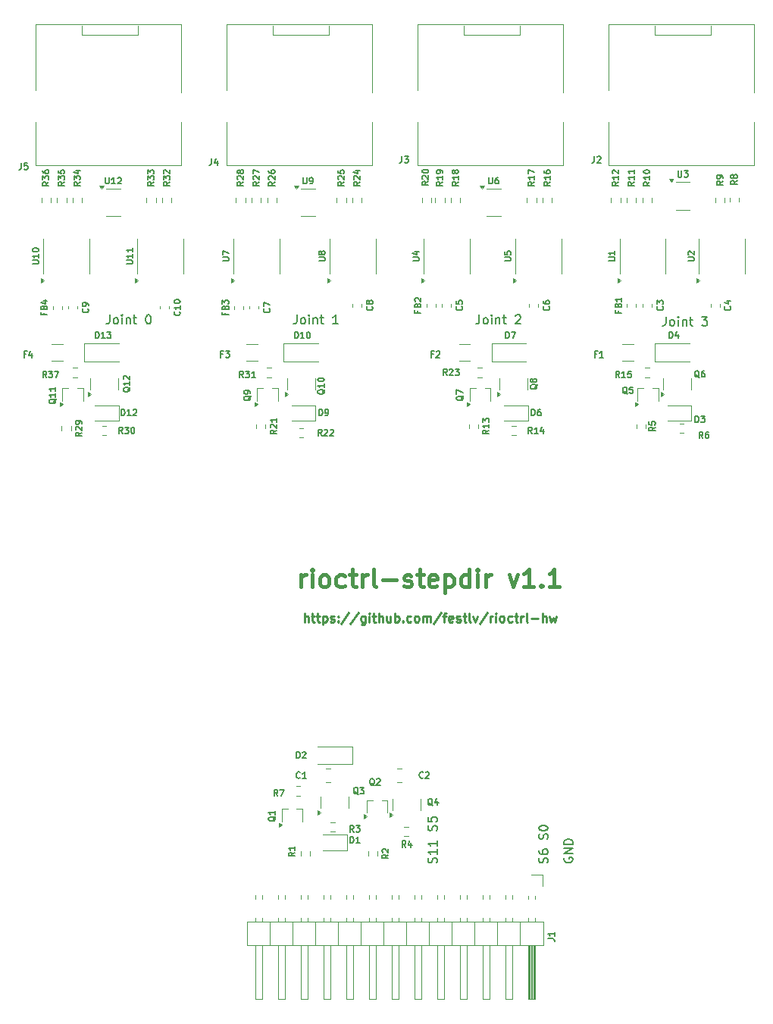
<source format=gto>
G04 #@! TF.GenerationSoftware,KiCad,Pcbnew,8.0.5*
G04 #@! TF.CreationDate,2024-09-22T18:01:03+03:00*
G04 #@! TF.ProjectId,rioctrl-stepdir4,72696f63-7472-46c2-9d73-746570646972,rev?*
G04 #@! TF.SameCoordinates,Original*
G04 #@! TF.FileFunction,Legend,Top*
G04 #@! TF.FilePolarity,Positive*
%FSLAX46Y46*%
G04 Gerber Fmt 4.6, Leading zero omitted, Abs format (unit mm)*
G04 Created by KiCad (PCBNEW 8.0.5) date 2024-09-22 18:01:03*
%MOMM*%
%LPD*%
G01*
G04 APERTURE LIST*
%ADD10C,0.200000*%
%ADD11C,0.250000*%
%ADD12C,0.400000*%
%ADD13C,0.175000*%
%ADD14C,0.120000*%
%ADD15C,0.100000*%
G04 APERTURE END LIST*
D10*
X129619600Y-145777945D02*
X129667219Y-145635088D01*
X129667219Y-145635088D02*
X129667219Y-145396993D01*
X129667219Y-145396993D02*
X129619600Y-145301755D01*
X129619600Y-145301755D02*
X129571980Y-145254136D01*
X129571980Y-145254136D02*
X129476742Y-145206517D01*
X129476742Y-145206517D02*
X129381504Y-145206517D01*
X129381504Y-145206517D02*
X129286266Y-145254136D01*
X129286266Y-145254136D02*
X129238647Y-145301755D01*
X129238647Y-145301755D02*
X129191028Y-145396993D01*
X129191028Y-145396993D02*
X129143409Y-145587469D01*
X129143409Y-145587469D02*
X129095790Y-145682707D01*
X129095790Y-145682707D02*
X129048171Y-145730326D01*
X129048171Y-145730326D02*
X128952933Y-145777945D01*
X128952933Y-145777945D02*
X128857695Y-145777945D01*
X128857695Y-145777945D02*
X128762457Y-145730326D01*
X128762457Y-145730326D02*
X128714838Y-145682707D01*
X128714838Y-145682707D02*
X128667219Y-145587469D01*
X128667219Y-145587469D02*
X128667219Y-145349374D01*
X128667219Y-145349374D02*
X128714838Y-145206517D01*
X129667219Y-144254136D02*
X129667219Y-144825564D01*
X129667219Y-144539850D02*
X128667219Y-144539850D01*
X128667219Y-144539850D02*
X128810076Y-144635088D01*
X128810076Y-144635088D02*
X128905314Y-144730326D01*
X128905314Y-144730326D02*
X128952933Y-144825564D01*
X129667219Y-143301755D02*
X129667219Y-143873183D01*
X129667219Y-143587469D02*
X128667219Y-143587469D01*
X128667219Y-143587469D02*
X128810076Y-143682707D01*
X128810076Y-143682707D02*
X128905314Y-143777945D01*
X128905314Y-143777945D02*
X128952933Y-143873183D01*
X129619600Y-142158897D02*
X129667219Y-142016040D01*
X129667219Y-142016040D02*
X129667219Y-141777945D01*
X129667219Y-141777945D02*
X129619600Y-141682707D01*
X129619600Y-141682707D02*
X129571980Y-141635088D01*
X129571980Y-141635088D02*
X129476742Y-141587469D01*
X129476742Y-141587469D02*
X129381504Y-141587469D01*
X129381504Y-141587469D02*
X129286266Y-141635088D01*
X129286266Y-141635088D02*
X129238647Y-141682707D01*
X129238647Y-141682707D02*
X129191028Y-141777945D01*
X129191028Y-141777945D02*
X129143409Y-141968421D01*
X129143409Y-141968421D02*
X129095790Y-142063659D01*
X129095790Y-142063659D02*
X129048171Y-142111278D01*
X129048171Y-142111278D02*
X128952933Y-142158897D01*
X128952933Y-142158897D02*
X128857695Y-142158897D01*
X128857695Y-142158897D02*
X128762457Y-142111278D01*
X128762457Y-142111278D02*
X128714838Y-142063659D01*
X128714838Y-142063659D02*
X128667219Y-141968421D01*
X128667219Y-141968421D02*
X128667219Y-141730326D01*
X128667219Y-141730326D02*
X128714838Y-141587469D01*
X128667219Y-140682707D02*
X128667219Y-141158897D01*
X128667219Y-141158897D02*
X129143409Y-141206516D01*
X129143409Y-141206516D02*
X129095790Y-141158897D01*
X129095790Y-141158897D02*
X129048171Y-141063659D01*
X129048171Y-141063659D02*
X129048171Y-140825564D01*
X129048171Y-140825564D02*
X129095790Y-140730326D01*
X129095790Y-140730326D02*
X129143409Y-140682707D01*
X129143409Y-140682707D02*
X129238647Y-140635088D01*
X129238647Y-140635088D02*
X129476742Y-140635088D01*
X129476742Y-140635088D02*
X129571980Y-140682707D01*
X129571980Y-140682707D02*
X129619600Y-140730326D01*
X129619600Y-140730326D02*
X129667219Y-140825564D01*
X129667219Y-140825564D02*
X129667219Y-141063659D01*
X129667219Y-141063659D02*
X129619600Y-141158897D01*
X129619600Y-141158897D02*
X129571980Y-141206516D01*
X143914838Y-145206517D02*
X143867219Y-145301755D01*
X143867219Y-145301755D02*
X143867219Y-145444612D01*
X143867219Y-145444612D02*
X143914838Y-145587469D01*
X143914838Y-145587469D02*
X144010076Y-145682707D01*
X144010076Y-145682707D02*
X144105314Y-145730326D01*
X144105314Y-145730326D02*
X144295790Y-145777945D01*
X144295790Y-145777945D02*
X144438647Y-145777945D01*
X144438647Y-145777945D02*
X144629123Y-145730326D01*
X144629123Y-145730326D02*
X144724361Y-145682707D01*
X144724361Y-145682707D02*
X144819600Y-145587469D01*
X144819600Y-145587469D02*
X144867219Y-145444612D01*
X144867219Y-145444612D02*
X144867219Y-145349374D01*
X144867219Y-145349374D02*
X144819600Y-145206517D01*
X144819600Y-145206517D02*
X144771980Y-145158898D01*
X144771980Y-145158898D02*
X144438647Y-145158898D01*
X144438647Y-145158898D02*
X144438647Y-145349374D01*
X144867219Y-144730326D02*
X143867219Y-144730326D01*
X143867219Y-144730326D02*
X144867219Y-144158898D01*
X144867219Y-144158898D02*
X143867219Y-144158898D01*
X144867219Y-143682707D02*
X143867219Y-143682707D01*
X143867219Y-143682707D02*
X143867219Y-143444612D01*
X143867219Y-143444612D02*
X143914838Y-143301755D01*
X143914838Y-143301755D02*
X144010076Y-143206517D01*
X144010076Y-143206517D02*
X144105314Y-143158898D01*
X144105314Y-143158898D02*
X144295790Y-143111279D01*
X144295790Y-143111279D02*
X144438647Y-143111279D01*
X144438647Y-143111279D02*
X144629123Y-143158898D01*
X144629123Y-143158898D02*
X144724361Y-143206517D01*
X144724361Y-143206517D02*
X144819600Y-143301755D01*
X144819600Y-143301755D02*
X144867219Y-143444612D01*
X144867219Y-143444612D02*
X144867219Y-143682707D01*
X114005387Y-84567219D02*
X114005387Y-85281504D01*
X114005387Y-85281504D02*
X113957768Y-85424361D01*
X113957768Y-85424361D02*
X113862530Y-85519600D01*
X113862530Y-85519600D02*
X113719673Y-85567219D01*
X113719673Y-85567219D02*
X113624435Y-85567219D01*
X114624435Y-85567219D02*
X114529197Y-85519600D01*
X114529197Y-85519600D02*
X114481578Y-85471980D01*
X114481578Y-85471980D02*
X114433959Y-85376742D01*
X114433959Y-85376742D02*
X114433959Y-85091028D01*
X114433959Y-85091028D02*
X114481578Y-84995790D01*
X114481578Y-84995790D02*
X114529197Y-84948171D01*
X114529197Y-84948171D02*
X114624435Y-84900552D01*
X114624435Y-84900552D02*
X114767292Y-84900552D01*
X114767292Y-84900552D02*
X114862530Y-84948171D01*
X114862530Y-84948171D02*
X114910149Y-84995790D01*
X114910149Y-84995790D02*
X114957768Y-85091028D01*
X114957768Y-85091028D02*
X114957768Y-85376742D01*
X114957768Y-85376742D02*
X114910149Y-85471980D01*
X114910149Y-85471980D02*
X114862530Y-85519600D01*
X114862530Y-85519600D02*
X114767292Y-85567219D01*
X114767292Y-85567219D02*
X114624435Y-85567219D01*
X115386340Y-85567219D02*
X115386340Y-84900552D01*
X115386340Y-84567219D02*
X115338721Y-84614838D01*
X115338721Y-84614838D02*
X115386340Y-84662457D01*
X115386340Y-84662457D02*
X115433959Y-84614838D01*
X115433959Y-84614838D02*
X115386340Y-84567219D01*
X115386340Y-84567219D02*
X115386340Y-84662457D01*
X115862530Y-84900552D02*
X115862530Y-85567219D01*
X115862530Y-84995790D02*
X115910149Y-84948171D01*
X115910149Y-84948171D02*
X116005387Y-84900552D01*
X116005387Y-84900552D02*
X116148244Y-84900552D01*
X116148244Y-84900552D02*
X116243482Y-84948171D01*
X116243482Y-84948171D02*
X116291101Y-85043409D01*
X116291101Y-85043409D02*
X116291101Y-85567219D01*
X116624435Y-84900552D02*
X117005387Y-84900552D01*
X116767292Y-84567219D02*
X116767292Y-85424361D01*
X116767292Y-85424361D02*
X116814911Y-85519600D01*
X116814911Y-85519600D02*
X116910149Y-85567219D01*
X116910149Y-85567219D02*
X117005387Y-85567219D01*
X118624435Y-85567219D02*
X118053007Y-85567219D01*
X118338721Y-85567219D02*
X118338721Y-84567219D01*
X118338721Y-84567219D02*
X118243483Y-84710076D01*
X118243483Y-84710076D02*
X118148245Y-84805314D01*
X118148245Y-84805314D02*
X118053007Y-84852933D01*
X134405387Y-84567219D02*
X134405387Y-85281504D01*
X134405387Y-85281504D02*
X134357768Y-85424361D01*
X134357768Y-85424361D02*
X134262530Y-85519600D01*
X134262530Y-85519600D02*
X134119673Y-85567219D01*
X134119673Y-85567219D02*
X134024435Y-85567219D01*
X135024435Y-85567219D02*
X134929197Y-85519600D01*
X134929197Y-85519600D02*
X134881578Y-85471980D01*
X134881578Y-85471980D02*
X134833959Y-85376742D01*
X134833959Y-85376742D02*
X134833959Y-85091028D01*
X134833959Y-85091028D02*
X134881578Y-84995790D01*
X134881578Y-84995790D02*
X134929197Y-84948171D01*
X134929197Y-84948171D02*
X135024435Y-84900552D01*
X135024435Y-84900552D02*
X135167292Y-84900552D01*
X135167292Y-84900552D02*
X135262530Y-84948171D01*
X135262530Y-84948171D02*
X135310149Y-84995790D01*
X135310149Y-84995790D02*
X135357768Y-85091028D01*
X135357768Y-85091028D02*
X135357768Y-85376742D01*
X135357768Y-85376742D02*
X135310149Y-85471980D01*
X135310149Y-85471980D02*
X135262530Y-85519600D01*
X135262530Y-85519600D02*
X135167292Y-85567219D01*
X135167292Y-85567219D02*
X135024435Y-85567219D01*
X135786340Y-85567219D02*
X135786340Y-84900552D01*
X135786340Y-84567219D02*
X135738721Y-84614838D01*
X135738721Y-84614838D02*
X135786340Y-84662457D01*
X135786340Y-84662457D02*
X135833959Y-84614838D01*
X135833959Y-84614838D02*
X135786340Y-84567219D01*
X135786340Y-84567219D02*
X135786340Y-84662457D01*
X136262530Y-84900552D02*
X136262530Y-85567219D01*
X136262530Y-84995790D02*
X136310149Y-84948171D01*
X136310149Y-84948171D02*
X136405387Y-84900552D01*
X136405387Y-84900552D02*
X136548244Y-84900552D01*
X136548244Y-84900552D02*
X136643482Y-84948171D01*
X136643482Y-84948171D02*
X136691101Y-85043409D01*
X136691101Y-85043409D02*
X136691101Y-85567219D01*
X137024435Y-84900552D02*
X137405387Y-84900552D01*
X137167292Y-84567219D02*
X137167292Y-85424361D01*
X137167292Y-85424361D02*
X137214911Y-85519600D01*
X137214911Y-85519600D02*
X137310149Y-85567219D01*
X137310149Y-85567219D02*
X137405387Y-85567219D01*
X138453007Y-84662457D02*
X138500626Y-84614838D01*
X138500626Y-84614838D02*
X138595864Y-84567219D01*
X138595864Y-84567219D02*
X138833959Y-84567219D01*
X138833959Y-84567219D02*
X138929197Y-84614838D01*
X138929197Y-84614838D02*
X138976816Y-84662457D01*
X138976816Y-84662457D02*
X139024435Y-84757695D01*
X139024435Y-84757695D02*
X139024435Y-84852933D01*
X139024435Y-84852933D02*
X138976816Y-84995790D01*
X138976816Y-84995790D02*
X138405388Y-85567219D01*
X138405388Y-85567219D02*
X139024435Y-85567219D01*
X142019600Y-145777945D02*
X142067219Y-145635088D01*
X142067219Y-145635088D02*
X142067219Y-145396993D01*
X142067219Y-145396993D02*
X142019600Y-145301755D01*
X142019600Y-145301755D02*
X141971980Y-145254136D01*
X141971980Y-145254136D02*
X141876742Y-145206517D01*
X141876742Y-145206517D02*
X141781504Y-145206517D01*
X141781504Y-145206517D02*
X141686266Y-145254136D01*
X141686266Y-145254136D02*
X141638647Y-145301755D01*
X141638647Y-145301755D02*
X141591028Y-145396993D01*
X141591028Y-145396993D02*
X141543409Y-145587469D01*
X141543409Y-145587469D02*
X141495790Y-145682707D01*
X141495790Y-145682707D02*
X141448171Y-145730326D01*
X141448171Y-145730326D02*
X141352933Y-145777945D01*
X141352933Y-145777945D02*
X141257695Y-145777945D01*
X141257695Y-145777945D02*
X141162457Y-145730326D01*
X141162457Y-145730326D02*
X141114838Y-145682707D01*
X141114838Y-145682707D02*
X141067219Y-145587469D01*
X141067219Y-145587469D02*
X141067219Y-145349374D01*
X141067219Y-145349374D02*
X141114838Y-145206517D01*
X141067219Y-144349374D02*
X141067219Y-144539850D01*
X141067219Y-144539850D02*
X141114838Y-144635088D01*
X141114838Y-144635088D02*
X141162457Y-144682707D01*
X141162457Y-144682707D02*
X141305314Y-144777945D01*
X141305314Y-144777945D02*
X141495790Y-144825564D01*
X141495790Y-144825564D02*
X141876742Y-144825564D01*
X141876742Y-144825564D02*
X141971980Y-144777945D01*
X141971980Y-144777945D02*
X142019600Y-144730326D01*
X142019600Y-144730326D02*
X142067219Y-144635088D01*
X142067219Y-144635088D02*
X142067219Y-144444612D01*
X142067219Y-144444612D02*
X142019600Y-144349374D01*
X142019600Y-144349374D02*
X141971980Y-144301755D01*
X141971980Y-144301755D02*
X141876742Y-144254136D01*
X141876742Y-144254136D02*
X141638647Y-144254136D01*
X141638647Y-144254136D02*
X141543409Y-144301755D01*
X141543409Y-144301755D02*
X141495790Y-144349374D01*
X141495790Y-144349374D02*
X141448171Y-144444612D01*
X141448171Y-144444612D02*
X141448171Y-144635088D01*
X141448171Y-144635088D02*
X141495790Y-144730326D01*
X141495790Y-144730326D02*
X141543409Y-144777945D01*
X141543409Y-144777945D02*
X141638647Y-144825564D01*
X142019600Y-143111278D02*
X142067219Y-142968421D01*
X142067219Y-142968421D02*
X142067219Y-142730326D01*
X142067219Y-142730326D02*
X142019600Y-142635088D01*
X142019600Y-142635088D02*
X141971980Y-142587469D01*
X141971980Y-142587469D02*
X141876742Y-142539850D01*
X141876742Y-142539850D02*
X141781504Y-142539850D01*
X141781504Y-142539850D02*
X141686266Y-142587469D01*
X141686266Y-142587469D02*
X141638647Y-142635088D01*
X141638647Y-142635088D02*
X141591028Y-142730326D01*
X141591028Y-142730326D02*
X141543409Y-142920802D01*
X141543409Y-142920802D02*
X141495790Y-143016040D01*
X141495790Y-143016040D02*
X141448171Y-143063659D01*
X141448171Y-143063659D02*
X141352933Y-143111278D01*
X141352933Y-143111278D02*
X141257695Y-143111278D01*
X141257695Y-143111278D02*
X141162457Y-143063659D01*
X141162457Y-143063659D02*
X141114838Y-143016040D01*
X141114838Y-143016040D02*
X141067219Y-142920802D01*
X141067219Y-142920802D02*
X141067219Y-142682707D01*
X141067219Y-142682707D02*
X141114838Y-142539850D01*
X141067219Y-141920802D02*
X141067219Y-141825564D01*
X141067219Y-141825564D02*
X141114838Y-141730326D01*
X141114838Y-141730326D02*
X141162457Y-141682707D01*
X141162457Y-141682707D02*
X141257695Y-141635088D01*
X141257695Y-141635088D02*
X141448171Y-141587469D01*
X141448171Y-141587469D02*
X141686266Y-141587469D01*
X141686266Y-141587469D02*
X141876742Y-141635088D01*
X141876742Y-141635088D02*
X141971980Y-141682707D01*
X141971980Y-141682707D02*
X142019600Y-141730326D01*
X142019600Y-141730326D02*
X142067219Y-141825564D01*
X142067219Y-141825564D02*
X142067219Y-141920802D01*
X142067219Y-141920802D02*
X142019600Y-142016040D01*
X142019600Y-142016040D02*
X141971980Y-142063659D01*
X141971980Y-142063659D02*
X141876742Y-142111278D01*
X141876742Y-142111278D02*
X141686266Y-142158897D01*
X141686266Y-142158897D02*
X141448171Y-142158897D01*
X141448171Y-142158897D02*
X141257695Y-142111278D01*
X141257695Y-142111278D02*
X141162457Y-142063659D01*
X141162457Y-142063659D02*
X141114838Y-142016040D01*
X141114838Y-142016040D02*
X141067219Y-141920802D01*
X93105387Y-84567219D02*
X93105387Y-85281504D01*
X93105387Y-85281504D02*
X93057768Y-85424361D01*
X93057768Y-85424361D02*
X92962530Y-85519600D01*
X92962530Y-85519600D02*
X92819673Y-85567219D01*
X92819673Y-85567219D02*
X92724435Y-85567219D01*
X93724435Y-85567219D02*
X93629197Y-85519600D01*
X93629197Y-85519600D02*
X93581578Y-85471980D01*
X93581578Y-85471980D02*
X93533959Y-85376742D01*
X93533959Y-85376742D02*
X93533959Y-85091028D01*
X93533959Y-85091028D02*
X93581578Y-84995790D01*
X93581578Y-84995790D02*
X93629197Y-84948171D01*
X93629197Y-84948171D02*
X93724435Y-84900552D01*
X93724435Y-84900552D02*
X93867292Y-84900552D01*
X93867292Y-84900552D02*
X93962530Y-84948171D01*
X93962530Y-84948171D02*
X94010149Y-84995790D01*
X94010149Y-84995790D02*
X94057768Y-85091028D01*
X94057768Y-85091028D02*
X94057768Y-85376742D01*
X94057768Y-85376742D02*
X94010149Y-85471980D01*
X94010149Y-85471980D02*
X93962530Y-85519600D01*
X93962530Y-85519600D02*
X93867292Y-85567219D01*
X93867292Y-85567219D02*
X93724435Y-85567219D01*
X94486340Y-85567219D02*
X94486340Y-84900552D01*
X94486340Y-84567219D02*
X94438721Y-84614838D01*
X94438721Y-84614838D02*
X94486340Y-84662457D01*
X94486340Y-84662457D02*
X94533959Y-84614838D01*
X94533959Y-84614838D02*
X94486340Y-84567219D01*
X94486340Y-84567219D02*
X94486340Y-84662457D01*
X94962530Y-84900552D02*
X94962530Y-85567219D01*
X94962530Y-84995790D02*
X95010149Y-84948171D01*
X95010149Y-84948171D02*
X95105387Y-84900552D01*
X95105387Y-84900552D02*
X95248244Y-84900552D01*
X95248244Y-84900552D02*
X95343482Y-84948171D01*
X95343482Y-84948171D02*
X95391101Y-85043409D01*
X95391101Y-85043409D02*
X95391101Y-85567219D01*
X95724435Y-84900552D02*
X96105387Y-84900552D01*
X95867292Y-84567219D02*
X95867292Y-85424361D01*
X95867292Y-85424361D02*
X95914911Y-85519600D01*
X95914911Y-85519600D02*
X96010149Y-85567219D01*
X96010149Y-85567219D02*
X96105387Y-85567219D01*
X97391102Y-84567219D02*
X97486340Y-84567219D01*
X97486340Y-84567219D02*
X97581578Y-84614838D01*
X97581578Y-84614838D02*
X97629197Y-84662457D01*
X97629197Y-84662457D02*
X97676816Y-84757695D01*
X97676816Y-84757695D02*
X97724435Y-84948171D01*
X97724435Y-84948171D02*
X97724435Y-85186266D01*
X97724435Y-85186266D02*
X97676816Y-85376742D01*
X97676816Y-85376742D02*
X97629197Y-85471980D01*
X97629197Y-85471980D02*
X97581578Y-85519600D01*
X97581578Y-85519600D02*
X97486340Y-85567219D01*
X97486340Y-85567219D02*
X97391102Y-85567219D01*
X97391102Y-85567219D02*
X97295864Y-85519600D01*
X97295864Y-85519600D02*
X97248245Y-85471980D01*
X97248245Y-85471980D02*
X97200626Y-85376742D01*
X97200626Y-85376742D02*
X97153007Y-85186266D01*
X97153007Y-85186266D02*
X97153007Y-84948171D01*
X97153007Y-84948171D02*
X97200626Y-84757695D01*
X97200626Y-84757695D02*
X97248245Y-84662457D01*
X97248245Y-84662457D02*
X97295864Y-84614838D01*
X97295864Y-84614838D02*
X97391102Y-84567219D01*
D11*
X114865662Y-118864619D02*
X114865662Y-117864619D01*
X115294233Y-118864619D02*
X115294233Y-118340809D01*
X115294233Y-118340809D02*
X115246614Y-118245571D01*
X115246614Y-118245571D02*
X115151376Y-118197952D01*
X115151376Y-118197952D02*
X115008519Y-118197952D01*
X115008519Y-118197952D02*
X114913281Y-118245571D01*
X114913281Y-118245571D02*
X114865662Y-118293190D01*
X115627567Y-118197952D02*
X116008519Y-118197952D01*
X115770424Y-117864619D02*
X115770424Y-118721761D01*
X115770424Y-118721761D02*
X115818043Y-118817000D01*
X115818043Y-118817000D02*
X115913281Y-118864619D01*
X115913281Y-118864619D02*
X116008519Y-118864619D01*
X116198996Y-118197952D02*
X116579948Y-118197952D01*
X116341853Y-117864619D02*
X116341853Y-118721761D01*
X116341853Y-118721761D02*
X116389472Y-118817000D01*
X116389472Y-118817000D02*
X116484710Y-118864619D01*
X116484710Y-118864619D02*
X116579948Y-118864619D01*
X116913282Y-118197952D02*
X116913282Y-119197952D01*
X116913282Y-118245571D02*
X117008520Y-118197952D01*
X117008520Y-118197952D02*
X117198996Y-118197952D01*
X117198996Y-118197952D02*
X117294234Y-118245571D01*
X117294234Y-118245571D02*
X117341853Y-118293190D01*
X117341853Y-118293190D02*
X117389472Y-118388428D01*
X117389472Y-118388428D02*
X117389472Y-118674142D01*
X117389472Y-118674142D02*
X117341853Y-118769380D01*
X117341853Y-118769380D02*
X117294234Y-118817000D01*
X117294234Y-118817000D02*
X117198996Y-118864619D01*
X117198996Y-118864619D02*
X117008520Y-118864619D01*
X117008520Y-118864619D02*
X116913282Y-118817000D01*
X117770425Y-118817000D02*
X117865663Y-118864619D01*
X117865663Y-118864619D02*
X118056139Y-118864619D01*
X118056139Y-118864619D02*
X118151377Y-118817000D01*
X118151377Y-118817000D02*
X118198996Y-118721761D01*
X118198996Y-118721761D02*
X118198996Y-118674142D01*
X118198996Y-118674142D02*
X118151377Y-118578904D01*
X118151377Y-118578904D02*
X118056139Y-118531285D01*
X118056139Y-118531285D02*
X117913282Y-118531285D01*
X117913282Y-118531285D02*
X117818044Y-118483666D01*
X117818044Y-118483666D02*
X117770425Y-118388428D01*
X117770425Y-118388428D02*
X117770425Y-118340809D01*
X117770425Y-118340809D02*
X117818044Y-118245571D01*
X117818044Y-118245571D02*
X117913282Y-118197952D01*
X117913282Y-118197952D02*
X118056139Y-118197952D01*
X118056139Y-118197952D02*
X118151377Y-118245571D01*
X118627568Y-118769380D02*
X118675187Y-118817000D01*
X118675187Y-118817000D02*
X118627568Y-118864619D01*
X118627568Y-118864619D02*
X118579949Y-118817000D01*
X118579949Y-118817000D02*
X118627568Y-118769380D01*
X118627568Y-118769380D02*
X118627568Y-118864619D01*
X118627568Y-118245571D02*
X118675187Y-118293190D01*
X118675187Y-118293190D02*
X118627568Y-118340809D01*
X118627568Y-118340809D02*
X118579949Y-118293190D01*
X118579949Y-118293190D02*
X118627568Y-118245571D01*
X118627568Y-118245571D02*
X118627568Y-118340809D01*
X119818043Y-117817000D02*
X118960901Y-119102714D01*
X120865662Y-117817000D02*
X120008520Y-119102714D01*
X121627567Y-118197952D02*
X121627567Y-119007476D01*
X121627567Y-119007476D02*
X121579948Y-119102714D01*
X121579948Y-119102714D02*
X121532329Y-119150333D01*
X121532329Y-119150333D02*
X121437091Y-119197952D01*
X121437091Y-119197952D02*
X121294234Y-119197952D01*
X121294234Y-119197952D02*
X121198996Y-119150333D01*
X121627567Y-118817000D02*
X121532329Y-118864619D01*
X121532329Y-118864619D02*
X121341853Y-118864619D01*
X121341853Y-118864619D02*
X121246615Y-118817000D01*
X121246615Y-118817000D02*
X121198996Y-118769380D01*
X121198996Y-118769380D02*
X121151377Y-118674142D01*
X121151377Y-118674142D02*
X121151377Y-118388428D01*
X121151377Y-118388428D02*
X121198996Y-118293190D01*
X121198996Y-118293190D02*
X121246615Y-118245571D01*
X121246615Y-118245571D02*
X121341853Y-118197952D01*
X121341853Y-118197952D02*
X121532329Y-118197952D01*
X121532329Y-118197952D02*
X121627567Y-118245571D01*
X122103758Y-118864619D02*
X122103758Y-118197952D01*
X122103758Y-117864619D02*
X122056139Y-117912238D01*
X122056139Y-117912238D02*
X122103758Y-117959857D01*
X122103758Y-117959857D02*
X122151377Y-117912238D01*
X122151377Y-117912238D02*
X122103758Y-117864619D01*
X122103758Y-117864619D02*
X122103758Y-117959857D01*
X122437091Y-118197952D02*
X122818043Y-118197952D01*
X122579948Y-117864619D02*
X122579948Y-118721761D01*
X122579948Y-118721761D02*
X122627567Y-118817000D01*
X122627567Y-118817000D02*
X122722805Y-118864619D01*
X122722805Y-118864619D02*
X122818043Y-118864619D01*
X123151377Y-118864619D02*
X123151377Y-117864619D01*
X123579948Y-118864619D02*
X123579948Y-118340809D01*
X123579948Y-118340809D02*
X123532329Y-118245571D01*
X123532329Y-118245571D02*
X123437091Y-118197952D01*
X123437091Y-118197952D02*
X123294234Y-118197952D01*
X123294234Y-118197952D02*
X123198996Y-118245571D01*
X123198996Y-118245571D02*
X123151377Y-118293190D01*
X124484710Y-118197952D02*
X124484710Y-118864619D01*
X124056139Y-118197952D02*
X124056139Y-118721761D01*
X124056139Y-118721761D02*
X124103758Y-118817000D01*
X124103758Y-118817000D02*
X124198996Y-118864619D01*
X124198996Y-118864619D02*
X124341853Y-118864619D01*
X124341853Y-118864619D02*
X124437091Y-118817000D01*
X124437091Y-118817000D02*
X124484710Y-118769380D01*
X124960901Y-118864619D02*
X124960901Y-117864619D01*
X124960901Y-118245571D02*
X125056139Y-118197952D01*
X125056139Y-118197952D02*
X125246615Y-118197952D01*
X125246615Y-118197952D02*
X125341853Y-118245571D01*
X125341853Y-118245571D02*
X125389472Y-118293190D01*
X125389472Y-118293190D02*
X125437091Y-118388428D01*
X125437091Y-118388428D02*
X125437091Y-118674142D01*
X125437091Y-118674142D02*
X125389472Y-118769380D01*
X125389472Y-118769380D02*
X125341853Y-118817000D01*
X125341853Y-118817000D02*
X125246615Y-118864619D01*
X125246615Y-118864619D02*
X125056139Y-118864619D01*
X125056139Y-118864619D02*
X124960901Y-118817000D01*
X125865663Y-118769380D02*
X125913282Y-118817000D01*
X125913282Y-118817000D02*
X125865663Y-118864619D01*
X125865663Y-118864619D02*
X125818044Y-118817000D01*
X125818044Y-118817000D02*
X125865663Y-118769380D01*
X125865663Y-118769380D02*
X125865663Y-118864619D01*
X126770424Y-118817000D02*
X126675186Y-118864619D01*
X126675186Y-118864619D02*
X126484710Y-118864619D01*
X126484710Y-118864619D02*
X126389472Y-118817000D01*
X126389472Y-118817000D02*
X126341853Y-118769380D01*
X126341853Y-118769380D02*
X126294234Y-118674142D01*
X126294234Y-118674142D02*
X126294234Y-118388428D01*
X126294234Y-118388428D02*
X126341853Y-118293190D01*
X126341853Y-118293190D02*
X126389472Y-118245571D01*
X126389472Y-118245571D02*
X126484710Y-118197952D01*
X126484710Y-118197952D02*
X126675186Y-118197952D01*
X126675186Y-118197952D02*
X126770424Y-118245571D01*
X127341853Y-118864619D02*
X127246615Y-118817000D01*
X127246615Y-118817000D02*
X127198996Y-118769380D01*
X127198996Y-118769380D02*
X127151377Y-118674142D01*
X127151377Y-118674142D02*
X127151377Y-118388428D01*
X127151377Y-118388428D02*
X127198996Y-118293190D01*
X127198996Y-118293190D02*
X127246615Y-118245571D01*
X127246615Y-118245571D02*
X127341853Y-118197952D01*
X127341853Y-118197952D02*
X127484710Y-118197952D01*
X127484710Y-118197952D02*
X127579948Y-118245571D01*
X127579948Y-118245571D02*
X127627567Y-118293190D01*
X127627567Y-118293190D02*
X127675186Y-118388428D01*
X127675186Y-118388428D02*
X127675186Y-118674142D01*
X127675186Y-118674142D02*
X127627567Y-118769380D01*
X127627567Y-118769380D02*
X127579948Y-118817000D01*
X127579948Y-118817000D02*
X127484710Y-118864619D01*
X127484710Y-118864619D02*
X127341853Y-118864619D01*
X128103758Y-118864619D02*
X128103758Y-118197952D01*
X128103758Y-118293190D02*
X128151377Y-118245571D01*
X128151377Y-118245571D02*
X128246615Y-118197952D01*
X128246615Y-118197952D02*
X128389472Y-118197952D01*
X128389472Y-118197952D02*
X128484710Y-118245571D01*
X128484710Y-118245571D02*
X128532329Y-118340809D01*
X128532329Y-118340809D02*
X128532329Y-118864619D01*
X128532329Y-118340809D02*
X128579948Y-118245571D01*
X128579948Y-118245571D02*
X128675186Y-118197952D01*
X128675186Y-118197952D02*
X128818043Y-118197952D01*
X128818043Y-118197952D02*
X128913282Y-118245571D01*
X128913282Y-118245571D02*
X128960901Y-118340809D01*
X128960901Y-118340809D02*
X128960901Y-118864619D01*
X130151376Y-117817000D02*
X129294234Y-119102714D01*
X130341853Y-118197952D02*
X130722805Y-118197952D01*
X130484710Y-118864619D02*
X130484710Y-118007476D01*
X130484710Y-118007476D02*
X130532329Y-117912238D01*
X130532329Y-117912238D02*
X130627567Y-117864619D01*
X130627567Y-117864619D02*
X130722805Y-117864619D01*
X131437091Y-118817000D02*
X131341853Y-118864619D01*
X131341853Y-118864619D02*
X131151377Y-118864619D01*
X131151377Y-118864619D02*
X131056139Y-118817000D01*
X131056139Y-118817000D02*
X131008520Y-118721761D01*
X131008520Y-118721761D02*
X131008520Y-118340809D01*
X131008520Y-118340809D02*
X131056139Y-118245571D01*
X131056139Y-118245571D02*
X131151377Y-118197952D01*
X131151377Y-118197952D02*
X131341853Y-118197952D01*
X131341853Y-118197952D02*
X131437091Y-118245571D01*
X131437091Y-118245571D02*
X131484710Y-118340809D01*
X131484710Y-118340809D02*
X131484710Y-118436047D01*
X131484710Y-118436047D02*
X131008520Y-118531285D01*
X131865663Y-118817000D02*
X131960901Y-118864619D01*
X131960901Y-118864619D02*
X132151377Y-118864619D01*
X132151377Y-118864619D02*
X132246615Y-118817000D01*
X132246615Y-118817000D02*
X132294234Y-118721761D01*
X132294234Y-118721761D02*
X132294234Y-118674142D01*
X132294234Y-118674142D02*
X132246615Y-118578904D01*
X132246615Y-118578904D02*
X132151377Y-118531285D01*
X132151377Y-118531285D02*
X132008520Y-118531285D01*
X132008520Y-118531285D02*
X131913282Y-118483666D01*
X131913282Y-118483666D02*
X131865663Y-118388428D01*
X131865663Y-118388428D02*
X131865663Y-118340809D01*
X131865663Y-118340809D02*
X131913282Y-118245571D01*
X131913282Y-118245571D02*
X132008520Y-118197952D01*
X132008520Y-118197952D02*
X132151377Y-118197952D01*
X132151377Y-118197952D02*
X132246615Y-118245571D01*
X132579949Y-118197952D02*
X132960901Y-118197952D01*
X132722806Y-117864619D02*
X132722806Y-118721761D01*
X132722806Y-118721761D02*
X132770425Y-118817000D01*
X132770425Y-118817000D02*
X132865663Y-118864619D01*
X132865663Y-118864619D02*
X132960901Y-118864619D01*
X133437092Y-118864619D02*
X133341854Y-118817000D01*
X133341854Y-118817000D02*
X133294235Y-118721761D01*
X133294235Y-118721761D02*
X133294235Y-117864619D01*
X133722807Y-118197952D02*
X133960902Y-118864619D01*
X133960902Y-118864619D02*
X134198997Y-118197952D01*
X135294235Y-117817000D02*
X134437093Y-119102714D01*
X135627569Y-118864619D02*
X135627569Y-118197952D01*
X135627569Y-118388428D02*
X135675188Y-118293190D01*
X135675188Y-118293190D02*
X135722807Y-118245571D01*
X135722807Y-118245571D02*
X135818045Y-118197952D01*
X135818045Y-118197952D02*
X135913283Y-118197952D01*
X136246617Y-118864619D02*
X136246617Y-118197952D01*
X136246617Y-117864619D02*
X136198998Y-117912238D01*
X136198998Y-117912238D02*
X136246617Y-117959857D01*
X136246617Y-117959857D02*
X136294236Y-117912238D01*
X136294236Y-117912238D02*
X136246617Y-117864619D01*
X136246617Y-117864619D02*
X136246617Y-117959857D01*
X136865664Y-118864619D02*
X136770426Y-118817000D01*
X136770426Y-118817000D02*
X136722807Y-118769380D01*
X136722807Y-118769380D02*
X136675188Y-118674142D01*
X136675188Y-118674142D02*
X136675188Y-118388428D01*
X136675188Y-118388428D02*
X136722807Y-118293190D01*
X136722807Y-118293190D02*
X136770426Y-118245571D01*
X136770426Y-118245571D02*
X136865664Y-118197952D01*
X136865664Y-118197952D02*
X137008521Y-118197952D01*
X137008521Y-118197952D02*
X137103759Y-118245571D01*
X137103759Y-118245571D02*
X137151378Y-118293190D01*
X137151378Y-118293190D02*
X137198997Y-118388428D01*
X137198997Y-118388428D02*
X137198997Y-118674142D01*
X137198997Y-118674142D02*
X137151378Y-118769380D01*
X137151378Y-118769380D02*
X137103759Y-118817000D01*
X137103759Y-118817000D02*
X137008521Y-118864619D01*
X137008521Y-118864619D02*
X136865664Y-118864619D01*
X138056140Y-118817000D02*
X137960902Y-118864619D01*
X137960902Y-118864619D02*
X137770426Y-118864619D01*
X137770426Y-118864619D02*
X137675188Y-118817000D01*
X137675188Y-118817000D02*
X137627569Y-118769380D01*
X137627569Y-118769380D02*
X137579950Y-118674142D01*
X137579950Y-118674142D02*
X137579950Y-118388428D01*
X137579950Y-118388428D02*
X137627569Y-118293190D01*
X137627569Y-118293190D02*
X137675188Y-118245571D01*
X137675188Y-118245571D02*
X137770426Y-118197952D01*
X137770426Y-118197952D02*
X137960902Y-118197952D01*
X137960902Y-118197952D02*
X138056140Y-118245571D01*
X138341855Y-118197952D02*
X138722807Y-118197952D01*
X138484712Y-117864619D02*
X138484712Y-118721761D01*
X138484712Y-118721761D02*
X138532331Y-118817000D01*
X138532331Y-118817000D02*
X138627569Y-118864619D01*
X138627569Y-118864619D02*
X138722807Y-118864619D01*
X139056141Y-118864619D02*
X139056141Y-118197952D01*
X139056141Y-118388428D02*
X139103760Y-118293190D01*
X139103760Y-118293190D02*
X139151379Y-118245571D01*
X139151379Y-118245571D02*
X139246617Y-118197952D01*
X139246617Y-118197952D02*
X139341855Y-118197952D01*
X139818046Y-118864619D02*
X139722808Y-118817000D01*
X139722808Y-118817000D02*
X139675189Y-118721761D01*
X139675189Y-118721761D02*
X139675189Y-117864619D01*
X140198999Y-118483666D02*
X140960904Y-118483666D01*
X141437094Y-118864619D02*
X141437094Y-117864619D01*
X141865665Y-118864619D02*
X141865665Y-118340809D01*
X141865665Y-118340809D02*
X141818046Y-118245571D01*
X141818046Y-118245571D02*
X141722808Y-118197952D01*
X141722808Y-118197952D02*
X141579951Y-118197952D01*
X141579951Y-118197952D02*
X141484713Y-118245571D01*
X141484713Y-118245571D02*
X141437094Y-118293190D01*
X142246618Y-118197952D02*
X142437094Y-118864619D01*
X142437094Y-118864619D02*
X142627570Y-118388428D01*
X142627570Y-118388428D02*
X142818046Y-118864619D01*
X142818046Y-118864619D02*
X143008522Y-118197952D01*
D12*
X114482204Y-114934438D02*
X114482204Y-113601104D01*
X114482204Y-113982057D02*
X114577442Y-113791580D01*
X114577442Y-113791580D02*
X114672680Y-113696342D01*
X114672680Y-113696342D02*
X114863156Y-113601104D01*
X114863156Y-113601104D02*
X115053633Y-113601104D01*
X115720299Y-114934438D02*
X115720299Y-113601104D01*
X115720299Y-112934438D02*
X115625061Y-113029676D01*
X115625061Y-113029676D02*
X115720299Y-113124914D01*
X115720299Y-113124914D02*
X115815537Y-113029676D01*
X115815537Y-113029676D02*
X115720299Y-112934438D01*
X115720299Y-112934438D02*
X115720299Y-113124914D01*
X116958394Y-114934438D02*
X116767918Y-114839200D01*
X116767918Y-114839200D02*
X116672680Y-114743961D01*
X116672680Y-114743961D02*
X116577442Y-114553485D01*
X116577442Y-114553485D02*
X116577442Y-113982057D01*
X116577442Y-113982057D02*
X116672680Y-113791580D01*
X116672680Y-113791580D02*
X116767918Y-113696342D01*
X116767918Y-113696342D02*
X116958394Y-113601104D01*
X116958394Y-113601104D02*
X117244109Y-113601104D01*
X117244109Y-113601104D02*
X117434585Y-113696342D01*
X117434585Y-113696342D02*
X117529823Y-113791580D01*
X117529823Y-113791580D02*
X117625061Y-113982057D01*
X117625061Y-113982057D02*
X117625061Y-114553485D01*
X117625061Y-114553485D02*
X117529823Y-114743961D01*
X117529823Y-114743961D02*
X117434585Y-114839200D01*
X117434585Y-114839200D02*
X117244109Y-114934438D01*
X117244109Y-114934438D02*
X116958394Y-114934438D01*
X119339347Y-114839200D02*
X119148871Y-114934438D01*
X119148871Y-114934438D02*
X118767918Y-114934438D01*
X118767918Y-114934438D02*
X118577442Y-114839200D01*
X118577442Y-114839200D02*
X118482204Y-114743961D01*
X118482204Y-114743961D02*
X118386966Y-114553485D01*
X118386966Y-114553485D02*
X118386966Y-113982057D01*
X118386966Y-113982057D02*
X118482204Y-113791580D01*
X118482204Y-113791580D02*
X118577442Y-113696342D01*
X118577442Y-113696342D02*
X118767918Y-113601104D01*
X118767918Y-113601104D02*
X119148871Y-113601104D01*
X119148871Y-113601104D02*
X119339347Y-113696342D01*
X119910776Y-113601104D02*
X120672680Y-113601104D01*
X120196490Y-112934438D02*
X120196490Y-114648723D01*
X120196490Y-114648723D02*
X120291728Y-114839200D01*
X120291728Y-114839200D02*
X120482204Y-114934438D01*
X120482204Y-114934438D02*
X120672680Y-114934438D01*
X121339347Y-114934438D02*
X121339347Y-113601104D01*
X121339347Y-113982057D02*
X121434585Y-113791580D01*
X121434585Y-113791580D02*
X121529823Y-113696342D01*
X121529823Y-113696342D02*
X121720299Y-113601104D01*
X121720299Y-113601104D02*
X121910776Y-113601104D01*
X122863156Y-114934438D02*
X122672680Y-114839200D01*
X122672680Y-114839200D02*
X122577442Y-114648723D01*
X122577442Y-114648723D02*
X122577442Y-112934438D01*
X123625061Y-114172533D02*
X125148871Y-114172533D01*
X126006013Y-114839200D02*
X126196489Y-114934438D01*
X126196489Y-114934438D02*
X126577441Y-114934438D01*
X126577441Y-114934438D02*
X126767918Y-114839200D01*
X126767918Y-114839200D02*
X126863156Y-114648723D01*
X126863156Y-114648723D02*
X126863156Y-114553485D01*
X126863156Y-114553485D02*
X126767918Y-114363009D01*
X126767918Y-114363009D02*
X126577441Y-114267771D01*
X126577441Y-114267771D02*
X126291727Y-114267771D01*
X126291727Y-114267771D02*
X126101251Y-114172533D01*
X126101251Y-114172533D02*
X126006013Y-113982057D01*
X126006013Y-113982057D02*
X126006013Y-113886819D01*
X126006013Y-113886819D02*
X126101251Y-113696342D01*
X126101251Y-113696342D02*
X126291727Y-113601104D01*
X126291727Y-113601104D02*
X126577441Y-113601104D01*
X126577441Y-113601104D02*
X126767918Y-113696342D01*
X127434585Y-113601104D02*
X128196489Y-113601104D01*
X127720299Y-112934438D02*
X127720299Y-114648723D01*
X127720299Y-114648723D02*
X127815537Y-114839200D01*
X127815537Y-114839200D02*
X128006013Y-114934438D01*
X128006013Y-114934438D02*
X128196489Y-114934438D01*
X129625061Y-114839200D02*
X129434585Y-114934438D01*
X129434585Y-114934438D02*
X129053632Y-114934438D01*
X129053632Y-114934438D02*
X128863156Y-114839200D01*
X128863156Y-114839200D02*
X128767918Y-114648723D01*
X128767918Y-114648723D02*
X128767918Y-113886819D01*
X128767918Y-113886819D02*
X128863156Y-113696342D01*
X128863156Y-113696342D02*
X129053632Y-113601104D01*
X129053632Y-113601104D02*
X129434585Y-113601104D01*
X129434585Y-113601104D02*
X129625061Y-113696342D01*
X129625061Y-113696342D02*
X129720299Y-113886819D01*
X129720299Y-113886819D02*
X129720299Y-114077295D01*
X129720299Y-114077295D02*
X128767918Y-114267771D01*
X130577442Y-113601104D02*
X130577442Y-115601104D01*
X130577442Y-113696342D02*
X130767918Y-113601104D01*
X130767918Y-113601104D02*
X131148871Y-113601104D01*
X131148871Y-113601104D02*
X131339347Y-113696342D01*
X131339347Y-113696342D02*
X131434585Y-113791580D01*
X131434585Y-113791580D02*
X131529823Y-113982057D01*
X131529823Y-113982057D02*
X131529823Y-114553485D01*
X131529823Y-114553485D02*
X131434585Y-114743961D01*
X131434585Y-114743961D02*
X131339347Y-114839200D01*
X131339347Y-114839200D02*
X131148871Y-114934438D01*
X131148871Y-114934438D02*
X130767918Y-114934438D01*
X130767918Y-114934438D02*
X130577442Y-114839200D01*
X133244109Y-114934438D02*
X133244109Y-112934438D01*
X133244109Y-114839200D02*
X133053633Y-114934438D01*
X133053633Y-114934438D02*
X132672680Y-114934438D01*
X132672680Y-114934438D02*
X132482204Y-114839200D01*
X132482204Y-114839200D02*
X132386966Y-114743961D01*
X132386966Y-114743961D02*
X132291728Y-114553485D01*
X132291728Y-114553485D02*
X132291728Y-113982057D01*
X132291728Y-113982057D02*
X132386966Y-113791580D01*
X132386966Y-113791580D02*
X132482204Y-113696342D01*
X132482204Y-113696342D02*
X132672680Y-113601104D01*
X132672680Y-113601104D02*
X133053633Y-113601104D01*
X133053633Y-113601104D02*
X133244109Y-113696342D01*
X134196490Y-114934438D02*
X134196490Y-113601104D01*
X134196490Y-112934438D02*
X134101252Y-113029676D01*
X134101252Y-113029676D02*
X134196490Y-113124914D01*
X134196490Y-113124914D02*
X134291728Y-113029676D01*
X134291728Y-113029676D02*
X134196490Y-112934438D01*
X134196490Y-112934438D02*
X134196490Y-113124914D01*
X135148871Y-114934438D02*
X135148871Y-113601104D01*
X135148871Y-113982057D02*
X135244109Y-113791580D01*
X135244109Y-113791580D02*
X135339347Y-113696342D01*
X135339347Y-113696342D02*
X135529823Y-113601104D01*
X135529823Y-113601104D02*
X135720300Y-113601104D01*
X137720300Y-113601104D02*
X138196490Y-114934438D01*
X138196490Y-114934438D02*
X138672681Y-113601104D01*
X140482205Y-114934438D02*
X139339348Y-114934438D01*
X139910776Y-114934438D02*
X139910776Y-112934438D01*
X139910776Y-112934438D02*
X139720300Y-113220152D01*
X139720300Y-113220152D02*
X139529824Y-113410628D01*
X139529824Y-113410628D02*
X139339348Y-113505866D01*
X141339348Y-114743961D02*
X141434586Y-114839200D01*
X141434586Y-114839200D02*
X141339348Y-114934438D01*
X141339348Y-114934438D02*
X141244110Y-114839200D01*
X141244110Y-114839200D02*
X141339348Y-114743961D01*
X141339348Y-114743961D02*
X141339348Y-114934438D01*
X143339348Y-114934438D02*
X142196491Y-114934438D01*
X142767919Y-114934438D02*
X142767919Y-112934438D01*
X142767919Y-112934438D02*
X142577443Y-113220152D01*
X142577443Y-113220152D02*
X142386967Y-113410628D01*
X142386967Y-113410628D02*
X142196491Y-113505866D01*
D10*
X155255387Y-84767219D02*
X155255387Y-85481504D01*
X155255387Y-85481504D02*
X155207768Y-85624361D01*
X155207768Y-85624361D02*
X155112530Y-85719600D01*
X155112530Y-85719600D02*
X154969673Y-85767219D01*
X154969673Y-85767219D02*
X154874435Y-85767219D01*
X155874435Y-85767219D02*
X155779197Y-85719600D01*
X155779197Y-85719600D02*
X155731578Y-85671980D01*
X155731578Y-85671980D02*
X155683959Y-85576742D01*
X155683959Y-85576742D02*
X155683959Y-85291028D01*
X155683959Y-85291028D02*
X155731578Y-85195790D01*
X155731578Y-85195790D02*
X155779197Y-85148171D01*
X155779197Y-85148171D02*
X155874435Y-85100552D01*
X155874435Y-85100552D02*
X156017292Y-85100552D01*
X156017292Y-85100552D02*
X156112530Y-85148171D01*
X156112530Y-85148171D02*
X156160149Y-85195790D01*
X156160149Y-85195790D02*
X156207768Y-85291028D01*
X156207768Y-85291028D02*
X156207768Y-85576742D01*
X156207768Y-85576742D02*
X156160149Y-85671980D01*
X156160149Y-85671980D02*
X156112530Y-85719600D01*
X156112530Y-85719600D02*
X156017292Y-85767219D01*
X156017292Y-85767219D02*
X155874435Y-85767219D01*
X156636340Y-85767219D02*
X156636340Y-85100552D01*
X156636340Y-84767219D02*
X156588721Y-84814838D01*
X156588721Y-84814838D02*
X156636340Y-84862457D01*
X156636340Y-84862457D02*
X156683959Y-84814838D01*
X156683959Y-84814838D02*
X156636340Y-84767219D01*
X156636340Y-84767219D02*
X156636340Y-84862457D01*
X157112530Y-85100552D02*
X157112530Y-85767219D01*
X157112530Y-85195790D02*
X157160149Y-85148171D01*
X157160149Y-85148171D02*
X157255387Y-85100552D01*
X157255387Y-85100552D02*
X157398244Y-85100552D01*
X157398244Y-85100552D02*
X157493482Y-85148171D01*
X157493482Y-85148171D02*
X157541101Y-85243409D01*
X157541101Y-85243409D02*
X157541101Y-85767219D01*
X157874435Y-85100552D02*
X158255387Y-85100552D01*
X158017292Y-84767219D02*
X158017292Y-85624361D01*
X158017292Y-85624361D02*
X158064911Y-85719600D01*
X158064911Y-85719600D02*
X158160149Y-85767219D01*
X158160149Y-85767219D02*
X158255387Y-85767219D01*
X159255388Y-84767219D02*
X159874435Y-84767219D01*
X159874435Y-84767219D02*
X159541102Y-85148171D01*
X159541102Y-85148171D02*
X159683959Y-85148171D01*
X159683959Y-85148171D02*
X159779197Y-85195790D01*
X159779197Y-85195790D02*
X159826816Y-85243409D01*
X159826816Y-85243409D02*
X159874435Y-85338647D01*
X159874435Y-85338647D02*
X159874435Y-85576742D01*
X159874435Y-85576742D02*
X159826816Y-85671980D01*
X159826816Y-85671980D02*
X159779197Y-85719600D01*
X159779197Y-85719600D02*
X159683959Y-85767219D01*
X159683959Y-85767219D02*
X159398245Y-85767219D01*
X159398245Y-85767219D02*
X159303007Y-85719600D01*
X159303007Y-85719600D02*
X159255388Y-85671980D01*
D13*
X132064733Y-69700000D02*
X131731400Y-69933333D01*
X132064733Y-70100000D02*
X131364733Y-70100000D01*
X131364733Y-70100000D02*
X131364733Y-69833333D01*
X131364733Y-69833333D02*
X131398066Y-69766667D01*
X131398066Y-69766667D02*
X131431400Y-69733333D01*
X131431400Y-69733333D02*
X131498066Y-69700000D01*
X131498066Y-69700000D02*
X131598066Y-69700000D01*
X131598066Y-69700000D02*
X131664733Y-69733333D01*
X131664733Y-69733333D02*
X131698066Y-69766667D01*
X131698066Y-69766667D02*
X131731400Y-69833333D01*
X131731400Y-69833333D02*
X131731400Y-70100000D01*
X132064733Y-69033333D02*
X132064733Y-69433333D01*
X132064733Y-69233333D02*
X131364733Y-69233333D01*
X131364733Y-69233333D02*
X131464733Y-69300000D01*
X131464733Y-69300000D02*
X131531400Y-69366667D01*
X131531400Y-69366667D02*
X131564733Y-69433333D01*
X131664733Y-68633333D02*
X131631400Y-68700000D01*
X131631400Y-68700000D02*
X131598066Y-68733333D01*
X131598066Y-68733333D02*
X131531400Y-68766666D01*
X131531400Y-68766666D02*
X131498066Y-68766666D01*
X131498066Y-68766666D02*
X131431400Y-68733333D01*
X131431400Y-68733333D02*
X131398066Y-68700000D01*
X131398066Y-68700000D02*
X131364733Y-68633333D01*
X131364733Y-68633333D02*
X131364733Y-68500000D01*
X131364733Y-68500000D02*
X131398066Y-68433333D01*
X131398066Y-68433333D02*
X131431400Y-68400000D01*
X131431400Y-68400000D02*
X131498066Y-68366666D01*
X131498066Y-68366666D02*
X131531400Y-68366666D01*
X131531400Y-68366666D02*
X131598066Y-68400000D01*
X131598066Y-68400000D02*
X131631400Y-68433333D01*
X131631400Y-68433333D02*
X131664733Y-68500000D01*
X131664733Y-68500000D02*
X131664733Y-68633333D01*
X131664733Y-68633333D02*
X131698066Y-68700000D01*
X131698066Y-68700000D02*
X131731400Y-68733333D01*
X131731400Y-68733333D02*
X131798066Y-68766666D01*
X131798066Y-68766666D02*
X131931400Y-68766666D01*
X131931400Y-68766666D02*
X131998066Y-68733333D01*
X131998066Y-68733333D02*
X132031400Y-68700000D01*
X132031400Y-68700000D02*
X132064733Y-68633333D01*
X132064733Y-68633333D02*
X132064733Y-68500000D01*
X132064733Y-68500000D02*
X132031400Y-68433333D01*
X132031400Y-68433333D02*
X131998066Y-68400000D01*
X131998066Y-68400000D02*
X131931400Y-68366666D01*
X131931400Y-68366666D02*
X131798066Y-68366666D01*
X131798066Y-68366666D02*
X131731400Y-68400000D01*
X131731400Y-68400000D02*
X131698066Y-68433333D01*
X131698066Y-68433333D02*
X131664733Y-68500000D01*
X151702233Y-69700000D02*
X151368900Y-69933333D01*
X151702233Y-70100000D02*
X151002233Y-70100000D01*
X151002233Y-70100000D02*
X151002233Y-69833333D01*
X151002233Y-69833333D02*
X151035566Y-69766667D01*
X151035566Y-69766667D02*
X151068900Y-69733333D01*
X151068900Y-69733333D02*
X151135566Y-69700000D01*
X151135566Y-69700000D02*
X151235566Y-69700000D01*
X151235566Y-69700000D02*
X151302233Y-69733333D01*
X151302233Y-69733333D02*
X151335566Y-69766667D01*
X151335566Y-69766667D02*
X151368900Y-69833333D01*
X151368900Y-69833333D02*
X151368900Y-70100000D01*
X151702233Y-69033333D02*
X151702233Y-69433333D01*
X151702233Y-69233333D02*
X151002233Y-69233333D01*
X151002233Y-69233333D02*
X151102233Y-69300000D01*
X151102233Y-69300000D02*
X151168900Y-69366667D01*
X151168900Y-69366667D02*
X151202233Y-69433333D01*
X151702233Y-68366666D02*
X151702233Y-68766666D01*
X151702233Y-68566666D02*
X151002233Y-68566666D01*
X151002233Y-68566666D02*
X151102233Y-68633333D01*
X151102233Y-68633333D02*
X151168900Y-68700000D01*
X151168900Y-68700000D02*
X151202233Y-68766666D01*
X155606333Y-87159733D02*
X155606333Y-86459733D01*
X155606333Y-86459733D02*
X155773000Y-86459733D01*
X155773000Y-86459733D02*
X155873000Y-86493066D01*
X155873000Y-86493066D02*
X155939667Y-86559733D01*
X155939667Y-86559733D02*
X155973000Y-86626400D01*
X155973000Y-86626400D02*
X156006333Y-86759733D01*
X156006333Y-86759733D02*
X156006333Y-86859733D01*
X156006333Y-86859733D02*
X155973000Y-86993066D01*
X155973000Y-86993066D02*
X155939667Y-87059733D01*
X155939667Y-87059733D02*
X155873000Y-87126400D01*
X155873000Y-87126400D02*
X155773000Y-87159733D01*
X155773000Y-87159733D02*
X155606333Y-87159733D01*
X156606333Y-86693066D02*
X156606333Y-87159733D01*
X156439667Y-86426400D02*
X156273000Y-86926400D01*
X156273000Y-86926400D02*
X156706333Y-86926400D01*
X135494733Y-97450000D02*
X135161400Y-97683333D01*
X135494733Y-97850000D02*
X134794733Y-97850000D01*
X134794733Y-97850000D02*
X134794733Y-97583333D01*
X134794733Y-97583333D02*
X134828066Y-97516667D01*
X134828066Y-97516667D02*
X134861400Y-97483333D01*
X134861400Y-97483333D02*
X134928066Y-97450000D01*
X134928066Y-97450000D02*
X135028066Y-97450000D01*
X135028066Y-97450000D02*
X135094733Y-97483333D01*
X135094733Y-97483333D02*
X135128066Y-97516667D01*
X135128066Y-97516667D02*
X135161400Y-97583333D01*
X135161400Y-97583333D02*
X135161400Y-97850000D01*
X135494733Y-96783333D02*
X135494733Y-97183333D01*
X135494733Y-96983333D02*
X134794733Y-96983333D01*
X134794733Y-96983333D02*
X134894733Y-97050000D01*
X134894733Y-97050000D02*
X134961400Y-97116667D01*
X134961400Y-97116667D02*
X134994733Y-97183333D01*
X134794733Y-96550000D02*
X134794733Y-96116666D01*
X134794733Y-96116666D02*
X135061400Y-96350000D01*
X135061400Y-96350000D02*
X135061400Y-96250000D01*
X135061400Y-96250000D02*
X135094733Y-96183333D01*
X135094733Y-96183333D02*
X135128066Y-96150000D01*
X135128066Y-96150000D02*
X135194733Y-96116666D01*
X135194733Y-96116666D02*
X135361400Y-96116666D01*
X135361400Y-96116666D02*
X135428066Y-96150000D01*
X135428066Y-96150000D02*
X135461400Y-96183333D01*
X135461400Y-96183333D02*
X135494733Y-96250000D01*
X135494733Y-96250000D02*
X135494733Y-96450000D01*
X135494733Y-96450000D02*
X135461400Y-96516666D01*
X135461400Y-96516666D02*
X135428066Y-96550000D01*
X148852233Y-78533333D02*
X149418900Y-78533333D01*
X149418900Y-78533333D02*
X149485566Y-78500000D01*
X149485566Y-78500000D02*
X149518900Y-78466666D01*
X149518900Y-78466666D02*
X149552233Y-78400000D01*
X149552233Y-78400000D02*
X149552233Y-78266666D01*
X149552233Y-78266666D02*
X149518900Y-78200000D01*
X149518900Y-78200000D02*
X149485566Y-78166666D01*
X149485566Y-78166666D02*
X149418900Y-78133333D01*
X149418900Y-78133333D02*
X148852233Y-78133333D01*
X149552233Y-77433333D02*
X149552233Y-77833333D01*
X149552233Y-77633333D02*
X148852233Y-77633333D01*
X148852233Y-77633333D02*
X148952233Y-77700000D01*
X148952233Y-77700000D02*
X149018900Y-77766667D01*
X149018900Y-77766667D02*
X149052233Y-77833333D01*
X153452233Y-69700000D02*
X153118900Y-69933333D01*
X153452233Y-70100000D02*
X152752233Y-70100000D01*
X152752233Y-70100000D02*
X152752233Y-69833333D01*
X152752233Y-69833333D02*
X152785566Y-69766667D01*
X152785566Y-69766667D02*
X152818900Y-69733333D01*
X152818900Y-69733333D02*
X152885566Y-69700000D01*
X152885566Y-69700000D02*
X152985566Y-69700000D01*
X152985566Y-69700000D02*
X153052233Y-69733333D01*
X153052233Y-69733333D02*
X153085566Y-69766667D01*
X153085566Y-69766667D02*
X153118900Y-69833333D01*
X153118900Y-69833333D02*
X153118900Y-70100000D01*
X153452233Y-69033333D02*
X153452233Y-69433333D01*
X153452233Y-69233333D02*
X152752233Y-69233333D01*
X152752233Y-69233333D02*
X152852233Y-69300000D01*
X152852233Y-69300000D02*
X152918900Y-69366667D01*
X152918900Y-69366667D02*
X152952233Y-69433333D01*
X152752233Y-68600000D02*
X152752233Y-68533333D01*
X152752233Y-68533333D02*
X152785566Y-68466666D01*
X152785566Y-68466666D02*
X152818900Y-68433333D01*
X152818900Y-68433333D02*
X152885566Y-68400000D01*
X152885566Y-68400000D02*
X153018900Y-68366666D01*
X153018900Y-68366666D02*
X153185566Y-68366666D01*
X153185566Y-68366666D02*
X153318900Y-68400000D01*
X153318900Y-68400000D02*
X153385566Y-68433333D01*
X153385566Y-68433333D02*
X153418900Y-68466666D01*
X153418900Y-68466666D02*
X153452233Y-68533333D01*
X153452233Y-68533333D02*
X153452233Y-68600000D01*
X153452233Y-68600000D02*
X153418900Y-68666666D01*
X153418900Y-68666666D02*
X153385566Y-68700000D01*
X153385566Y-68700000D02*
X153318900Y-68733333D01*
X153318900Y-68733333D02*
X153185566Y-68766666D01*
X153185566Y-68766666D02*
X153018900Y-68766666D01*
X153018900Y-68766666D02*
X152885566Y-68733333D01*
X152885566Y-68733333D02*
X152818900Y-68700000D01*
X152818900Y-68700000D02*
X152785566Y-68666666D01*
X152785566Y-68666666D02*
X152752233Y-68600000D01*
X85768066Y-84333333D02*
X85768066Y-84566666D01*
X86134733Y-84566666D02*
X85434733Y-84566666D01*
X85434733Y-84566666D02*
X85434733Y-84233333D01*
X85768066Y-83733333D02*
X85801400Y-83633333D01*
X85801400Y-83633333D02*
X85834733Y-83599999D01*
X85834733Y-83599999D02*
X85901400Y-83566666D01*
X85901400Y-83566666D02*
X86001400Y-83566666D01*
X86001400Y-83566666D02*
X86068066Y-83599999D01*
X86068066Y-83599999D02*
X86101400Y-83633333D01*
X86101400Y-83633333D02*
X86134733Y-83699999D01*
X86134733Y-83699999D02*
X86134733Y-83966666D01*
X86134733Y-83966666D02*
X85434733Y-83966666D01*
X85434733Y-83966666D02*
X85434733Y-83733333D01*
X85434733Y-83733333D02*
X85468066Y-83666666D01*
X85468066Y-83666666D02*
X85501400Y-83633333D01*
X85501400Y-83633333D02*
X85568066Y-83599999D01*
X85568066Y-83599999D02*
X85634733Y-83599999D01*
X85634733Y-83599999D02*
X85701400Y-83633333D01*
X85701400Y-83633333D02*
X85734733Y-83666666D01*
X85734733Y-83666666D02*
X85768066Y-83733333D01*
X85768066Y-83733333D02*
X85768066Y-83966666D01*
X85668066Y-82966666D02*
X86134733Y-82966666D01*
X85401400Y-83133333D02*
X85901400Y-83299999D01*
X85901400Y-83299999D02*
X85901400Y-82866666D01*
X142109733Y-154238333D02*
X142609733Y-154238333D01*
X142609733Y-154238333D02*
X142709733Y-154271666D01*
X142709733Y-154271666D02*
X142776400Y-154338333D01*
X142776400Y-154338333D02*
X142809733Y-154438333D01*
X142809733Y-154438333D02*
X142809733Y-154505000D01*
X142809733Y-153538333D02*
X142809733Y-153938333D01*
X142809733Y-153738333D02*
X142109733Y-153738333D01*
X142109733Y-153738333D02*
X142209733Y-153805000D01*
X142209733Y-153805000D02*
X142276400Y-153871667D01*
X142276400Y-153871667D02*
X142309733Y-153938333D01*
X129183333Y-139381400D02*
X129116666Y-139348066D01*
X129116666Y-139348066D02*
X129050000Y-139281400D01*
X129050000Y-139281400D02*
X128950000Y-139181400D01*
X128950000Y-139181400D02*
X128883333Y-139148066D01*
X128883333Y-139148066D02*
X128816666Y-139148066D01*
X128850000Y-139314733D02*
X128783333Y-139281400D01*
X128783333Y-139281400D02*
X128716666Y-139214733D01*
X128716666Y-139214733D02*
X128683333Y-139081400D01*
X128683333Y-139081400D02*
X128683333Y-138848066D01*
X128683333Y-138848066D02*
X128716666Y-138714733D01*
X128716666Y-138714733D02*
X128783333Y-138648066D01*
X128783333Y-138648066D02*
X128850000Y-138614733D01*
X128850000Y-138614733D02*
X128983333Y-138614733D01*
X128983333Y-138614733D02*
X129050000Y-138648066D01*
X129050000Y-138648066D02*
X129116666Y-138714733D01*
X129116666Y-138714733D02*
X129150000Y-138848066D01*
X129150000Y-138848066D02*
X129150000Y-139081400D01*
X129150000Y-139081400D02*
X129116666Y-139214733D01*
X129116666Y-139214733D02*
X129050000Y-139281400D01*
X129050000Y-139281400D02*
X128983333Y-139314733D01*
X128983333Y-139314733D02*
X128850000Y-139314733D01*
X129749999Y-138848066D02*
X129749999Y-139314733D01*
X129583333Y-138581400D02*
X129416666Y-139081400D01*
X129416666Y-139081400D02*
X129849999Y-139081400D01*
X147266666Y-66864733D02*
X147266666Y-67364733D01*
X147266666Y-67364733D02*
X147233333Y-67464733D01*
X147233333Y-67464733D02*
X147166666Y-67531400D01*
X147166666Y-67531400D02*
X147066666Y-67564733D01*
X147066666Y-67564733D02*
X147000000Y-67564733D01*
X147566666Y-66931400D02*
X147599999Y-66898066D01*
X147599999Y-66898066D02*
X147666666Y-66864733D01*
X147666666Y-66864733D02*
X147833333Y-66864733D01*
X147833333Y-66864733D02*
X147899999Y-66898066D01*
X147899999Y-66898066D02*
X147933333Y-66931400D01*
X147933333Y-66931400D02*
X147966666Y-66998066D01*
X147966666Y-66998066D02*
X147966666Y-67064733D01*
X147966666Y-67064733D02*
X147933333Y-67164733D01*
X147933333Y-67164733D02*
X147533333Y-67564733D01*
X147533333Y-67564733D02*
X147966666Y-67564733D01*
X111631400Y-140616666D02*
X111598066Y-140683333D01*
X111598066Y-140683333D02*
X111531400Y-140750000D01*
X111531400Y-140750000D02*
X111431400Y-140850000D01*
X111431400Y-140850000D02*
X111398066Y-140916666D01*
X111398066Y-140916666D02*
X111398066Y-140983333D01*
X111564733Y-140950000D02*
X111531400Y-141016666D01*
X111531400Y-141016666D02*
X111464733Y-141083333D01*
X111464733Y-141083333D02*
X111331400Y-141116666D01*
X111331400Y-141116666D02*
X111098066Y-141116666D01*
X111098066Y-141116666D02*
X110964733Y-141083333D01*
X110964733Y-141083333D02*
X110898066Y-141016666D01*
X110898066Y-141016666D02*
X110864733Y-140950000D01*
X110864733Y-140950000D02*
X110864733Y-140816666D01*
X110864733Y-140816666D02*
X110898066Y-140750000D01*
X110898066Y-140750000D02*
X110964733Y-140683333D01*
X110964733Y-140683333D02*
X111098066Y-140650000D01*
X111098066Y-140650000D02*
X111331400Y-140650000D01*
X111331400Y-140650000D02*
X111464733Y-140683333D01*
X111464733Y-140683333D02*
X111531400Y-140750000D01*
X111531400Y-140750000D02*
X111564733Y-140816666D01*
X111564733Y-140816666D02*
X111564733Y-140950000D01*
X111564733Y-139983333D02*
X111564733Y-140383333D01*
X111564733Y-140183333D02*
X110864733Y-140183333D01*
X110864733Y-140183333D02*
X110964733Y-140250000D01*
X110964733Y-140250000D02*
X111031400Y-140316667D01*
X111031400Y-140316667D02*
X111064733Y-140383333D01*
X95381400Y-92649999D02*
X95348066Y-92716666D01*
X95348066Y-92716666D02*
X95281400Y-92783333D01*
X95281400Y-92783333D02*
X95181400Y-92883333D01*
X95181400Y-92883333D02*
X95148066Y-92949999D01*
X95148066Y-92949999D02*
X95148066Y-93016666D01*
X95314733Y-92983333D02*
X95281400Y-93049999D01*
X95281400Y-93049999D02*
X95214733Y-93116666D01*
X95214733Y-93116666D02*
X95081400Y-93149999D01*
X95081400Y-93149999D02*
X94848066Y-93149999D01*
X94848066Y-93149999D02*
X94714733Y-93116666D01*
X94714733Y-93116666D02*
X94648066Y-93049999D01*
X94648066Y-93049999D02*
X94614733Y-92983333D01*
X94614733Y-92983333D02*
X94614733Y-92849999D01*
X94614733Y-92849999D02*
X94648066Y-92783333D01*
X94648066Y-92783333D02*
X94714733Y-92716666D01*
X94714733Y-92716666D02*
X94848066Y-92683333D01*
X94848066Y-92683333D02*
X95081400Y-92683333D01*
X95081400Y-92683333D02*
X95214733Y-92716666D01*
X95214733Y-92716666D02*
X95281400Y-92783333D01*
X95281400Y-92783333D02*
X95314733Y-92849999D01*
X95314733Y-92849999D02*
X95314733Y-92983333D01*
X95314733Y-92016666D02*
X95314733Y-92416666D01*
X95314733Y-92216666D02*
X94614733Y-92216666D01*
X94614733Y-92216666D02*
X94714733Y-92283333D01*
X94714733Y-92283333D02*
X94781400Y-92350000D01*
X94781400Y-92350000D02*
X94814733Y-92416666D01*
X94681400Y-91749999D02*
X94648066Y-91716666D01*
X94648066Y-91716666D02*
X94614733Y-91649999D01*
X94614733Y-91649999D02*
X94614733Y-91483333D01*
X94614733Y-91483333D02*
X94648066Y-91416666D01*
X94648066Y-91416666D02*
X94681400Y-91383333D01*
X94681400Y-91383333D02*
X94748066Y-91349999D01*
X94748066Y-91349999D02*
X94814733Y-91349999D01*
X94814733Y-91349999D02*
X94914733Y-91383333D01*
X94914733Y-91383333D02*
X95314733Y-91783333D01*
X95314733Y-91783333D02*
X95314733Y-91349999D01*
X158983333Y-91568900D02*
X158916666Y-91535566D01*
X158916666Y-91535566D02*
X158850000Y-91468900D01*
X158850000Y-91468900D02*
X158750000Y-91368900D01*
X158750000Y-91368900D02*
X158683333Y-91335566D01*
X158683333Y-91335566D02*
X158616666Y-91335566D01*
X158650000Y-91502233D02*
X158583333Y-91468900D01*
X158583333Y-91468900D02*
X158516666Y-91402233D01*
X158516666Y-91402233D02*
X158483333Y-91268900D01*
X158483333Y-91268900D02*
X158483333Y-91035566D01*
X158483333Y-91035566D02*
X158516666Y-90902233D01*
X158516666Y-90902233D02*
X158583333Y-90835566D01*
X158583333Y-90835566D02*
X158650000Y-90802233D01*
X158650000Y-90802233D02*
X158783333Y-90802233D01*
X158783333Y-90802233D02*
X158850000Y-90835566D01*
X158850000Y-90835566D02*
X158916666Y-90902233D01*
X158916666Y-90902233D02*
X158950000Y-91035566D01*
X158950000Y-91035566D02*
X158950000Y-91268900D01*
X158950000Y-91268900D02*
X158916666Y-91402233D01*
X158916666Y-91402233D02*
X158850000Y-91468900D01*
X158850000Y-91468900D02*
X158783333Y-91502233D01*
X158783333Y-91502233D02*
X158650000Y-91502233D01*
X159549999Y-90802233D02*
X159416666Y-90802233D01*
X159416666Y-90802233D02*
X159349999Y-90835566D01*
X159349999Y-90835566D02*
X159316666Y-90868900D01*
X159316666Y-90868900D02*
X159249999Y-90968900D01*
X159249999Y-90968900D02*
X159216666Y-91102233D01*
X159216666Y-91102233D02*
X159216666Y-91368900D01*
X159216666Y-91368900D02*
X159249999Y-91435566D01*
X159249999Y-91435566D02*
X159283333Y-91468900D01*
X159283333Y-91468900D02*
X159349999Y-91502233D01*
X159349999Y-91502233D02*
X159483333Y-91502233D01*
X159483333Y-91502233D02*
X159549999Y-91468900D01*
X159549999Y-91468900D02*
X159583333Y-91435566D01*
X159583333Y-91435566D02*
X159616666Y-91368900D01*
X159616666Y-91368900D02*
X159616666Y-91202233D01*
X159616666Y-91202233D02*
X159583333Y-91135566D01*
X159583333Y-91135566D02*
X159549999Y-91102233D01*
X159549999Y-91102233D02*
X159483333Y-91068900D01*
X159483333Y-91068900D02*
X159349999Y-91068900D01*
X159349999Y-91068900D02*
X159283333Y-91102233D01*
X159283333Y-91102233D02*
X159249999Y-91135566D01*
X159249999Y-91135566D02*
X159216666Y-91202233D01*
X128133333Y-136248066D02*
X128100000Y-136281400D01*
X128100000Y-136281400D02*
X128000000Y-136314733D01*
X128000000Y-136314733D02*
X127933333Y-136314733D01*
X127933333Y-136314733D02*
X127833333Y-136281400D01*
X127833333Y-136281400D02*
X127766667Y-136214733D01*
X127766667Y-136214733D02*
X127733333Y-136148066D01*
X127733333Y-136148066D02*
X127700000Y-136014733D01*
X127700000Y-136014733D02*
X127700000Y-135914733D01*
X127700000Y-135914733D02*
X127733333Y-135781400D01*
X127733333Y-135781400D02*
X127766667Y-135714733D01*
X127766667Y-135714733D02*
X127833333Y-135648066D01*
X127833333Y-135648066D02*
X127933333Y-135614733D01*
X127933333Y-135614733D02*
X128000000Y-135614733D01*
X128000000Y-135614733D02*
X128100000Y-135648066D01*
X128100000Y-135648066D02*
X128133333Y-135681400D01*
X128400000Y-135681400D02*
X128433333Y-135648066D01*
X128433333Y-135648066D02*
X128500000Y-135614733D01*
X128500000Y-135614733D02*
X128666667Y-135614733D01*
X128666667Y-135614733D02*
X128733333Y-135648066D01*
X128733333Y-135648066D02*
X128766667Y-135681400D01*
X128766667Y-135681400D02*
X128800000Y-135748066D01*
X128800000Y-135748066D02*
X128800000Y-135814733D01*
X128800000Y-135814733D02*
X128766667Y-135914733D01*
X128766667Y-135914733D02*
X128366667Y-136314733D01*
X128366667Y-136314733D02*
X128800000Y-136314733D01*
X150933333Y-93381400D02*
X150866666Y-93348066D01*
X150866666Y-93348066D02*
X150800000Y-93281400D01*
X150800000Y-93281400D02*
X150700000Y-93181400D01*
X150700000Y-93181400D02*
X150633333Y-93148066D01*
X150633333Y-93148066D02*
X150566666Y-93148066D01*
X150600000Y-93314733D02*
X150533333Y-93281400D01*
X150533333Y-93281400D02*
X150466666Y-93214733D01*
X150466666Y-93214733D02*
X150433333Y-93081400D01*
X150433333Y-93081400D02*
X150433333Y-92848066D01*
X150433333Y-92848066D02*
X150466666Y-92714733D01*
X150466666Y-92714733D02*
X150533333Y-92648066D01*
X150533333Y-92648066D02*
X150600000Y-92614733D01*
X150600000Y-92614733D02*
X150733333Y-92614733D01*
X150733333Y-92614733D02*
X150800000Y-92648066D01*
X150800000Y-92648066D02*
X150866666Y-92714733D01*
X150866666Y-92714733D02*
X150900000Y-92848066D01*
X150900000Y-92848066D02*
X150900000Y-93081400D01*
X150900000Y-93081400D02*
X150866666Y-93214733D01*
X150866666Y-93214733D02*
X150800000Y-93281400D01*
X150800000Y-93281400D02*
X150733333Y-93314733D01*
X150733333Y-93314733D02*
X150600000Y-93314733D01*
X151533333Y-92614733D02*
X151199999Y-92614733D01*
X151199999Y-92614733D02*
X151166666Y-92948066D01*
X151166666Y-92948066D02*
X151199999Y-92914733D01*
X151199999Y-92914733D02*
X151266666Y-92881400D01*
X151266666Y-92881400D02*
X151433333Y-92881400D01*
X151433333Y-92881400D02*
X151499999Y-92914733D01*
X151499999Y-92914733D02*
X151533333Y-92948066D01*
X151533333Y-92948066D02*
X151566666Y-93014733D01*
X151566666Y-93014733D02*
X151566666Y-93181400D01*
X151566666Y-93181400D02*
X151533333Y-93248066D01*
X151533333Y-93248066D02*
X151499999Y-93281400D01*
X151499999Y-93281400D02*
X151433333Y-93314733D01*
X151433333Y-93314733D02*
X151266666Y-93314733D01*
X151266666Y-93314733D02*
X151199999Y-93281400D01*
X151199999Y-93281400D02*
X151166666Y-93248066D01*
X117131400Y-92899999D02*
X117098066Y-92966666D01*
X117098066Y-92966666D02*
X117031400Y-93033333D01*
X117031400Y-93033333D02*
X116931400Y-93133333D01*
X116931400Y-93133333D02*
X116898066Y-93199999D01*
X116898066Y-93199999D02*
X116898066Y-93266666D01*
X117064733Y-93233333D02*
X117031400Y-93299999D01*
X117031400Y-93299999D02*
X116964733Y-93366666D01*
X116964733Y-93366666D02*
X116831400Y-93399999D01*
X116831400Y-93399999D02*
X116598066Y-93399999D01*
X116598066Y-93399999D02*
X116464733Y-93366666D01*
X116464733Y-93366666D02*
X116398066Y-93299999D01*
X116398066Y-93299999D02*
X116364733Y-93233333D01*
X116364733Y-93233333D02*
X116364733Y-93099999D01*
X116364733Y-93099999D02*
X116398066Y-93033333D01*
X116398066Y-93033333D02*
X116464733Y-92966666D01*
X116464733Y-92966666D02*
X116598066Y-92933333D01*
X116598066Y-92933333D02*
X116831400Y-92933333D01*
X116831400Y-92933333D02*
X116964733Y-92966666D01*
X116964733Y-92966666D02*
X117031400Y-93033333D01*
X117031400Y-93033333D02*
X117064733Y-93099999D01*
X117064733Y-93099999D02*
X117064733Y-93233333D01*
X117064733Y-92266666D02*
X117064733Y-92666666D01*
X117064733Y-92466666D02*
X116364733Y-92466666D01*
X116364733Y-92466666D02*
X116464733Y-92533333D01*
X116464733Y-92533333D02*
X116531400Y-92600000D01*
X116531400Y-92600000D02*
X116564733Y-92666666D01*
X116364733Y-91833333D02*
X116364733Y-91766666D01*
X116364733Y-91766666D02*
X116398066Y-91699999D01*
X116398066Y-91699999D02*
X116431400Y-91666666D01*
X116431400Y-91666666D02*
X116498066Y-91633333D01*
X116498066Y-91633333D02*
X116631400Y-91599999D01*
X116631400Y-91599999D02*
X116798066Y-91599999D01*
X116798066Y-91599999D02*
X116931400Y-91633333D01*
X116931400Y-91633333D02*
X116998066Y-91666666D01*
X116998066Y-91666666D02*
X117031400Y-91699999D01*
X117031400Y-91699999D02*
X117064733Y-91766666D01*
X117064733Y-91766666D02*
X117064733Y-91833333D01*
X117064733Y-91833333D02*
X117031400Y-91899999D01*
X117031400Y-91899999D02*
X116998066Y-91933333D01*
X116998066Y-91933333D02*
X116931400Y-91966666D01*
X116931400Y-91966666D02*
X116798066Y-91999999D01*
X116798066Y-91999999D02*
X116631400Y-91999999D01*
X116631400Y-91999999D02*
X116498066Y-91966666D01*
X116498066Y-91966666D02*
X116431400Y-91933333D01*
X116431400Y-91933333D02*
X116398066Y-91899999D01*
X116398066Y-91899999D02*
X116364733Y-91833333D01*
X154885566Y-83616666D02*
X154918900Y-83649999D01*
X154918900Y-83649999D02*
X154952233Y-83749999D01*
X154952233Y-83749999D02*
X154952233Y-83816666D01*
X154952233Y-83816666D02*
X154918900Y-83916666D01*
X154918900Y-83916666D02*
X154852233Y-83983333D01*
X154852233Y-83983333D02*
X154785566Y-84016666D01*
X154785566Y-84016666D02*
X154652233Y-84049999D01*
X154652233Y-84049999D02*
X154552233Y-84049999D01*
X154552233Y-84049999D02*
X154418900Y-84016666D01*
X154418900Y-84016666D02*
X154352233Y-83983333D01*
X154352233Y-83983333D02*
X154285566Y-83916666D01*
X154285566Y-83916666D02*
X154252233Y-83816666D01*
X154252233Y-83816666D02*
X154252233Y-83749999D01*
X154252233Y-83749999D02*
X154285566Y-83649999D01*
X154285566Y-83649999D02*
X154318900Y-83616666D01*
X154252233Y-83383333D02*
X154252233Y-82949999D01*
X154252233Y-82949999D02*
X154518900Y-83183333D01*
X154518900Y-83183333D02*
X154518900Y-83083333D01*
X154518900Y-83083333D02*
X154552233Y-83016666D01*
X154552233Y-83016666D02*
X154585566Y-82983333D01*
X154585566Y-82983333D02*
X154652233Y-82949999D01*
X154652233Y-82949999D02*
X154818900Y-82949999D01*
X154818900Y-82949999D02*
X154885566Y-82983333D01*
X154885566Y-82983333D02*
X154918900Y-83016666D01*
X154918900Y-83016666D02*
X154952233Y-83083333D01*
X154952233Y-83083333D02*
X154952233Y-83283333D01*
X154952233Y-83283333D02*
X154918900Y-83349999D01*
X154918900Y-83349999D02*
X154885566Y-83383333D01*
X129266667Y-88948066D02*
X129033333Y-88948066D01*
X129033333Y-89314733D02*
X129033333Y-88614733D01*
X129033333Y-88614733D02*
X129366667Y-88614733D01*
X129600000Y-88681400D02*
X129633333Y-88648066D01*
X129633333Y-88648066D02*
X129700000Y-88614733D01*
X129700000Y-88614733D02*
X129866667Y-88614733D01*
X129866667Y-88614733D02*
X129933333Y-88648066D01*
X129933333Y-88648066D02*
X129966667Y-88681400D01*
X129966667Y-88681400D02*
X130000000Y-88748066D01*
X130000000Y-88748066D02*
X130000000Y-88814733D01*
X130000000Y-88814733D02*
X129966667Y-88914733D01*
X129966667Y-88914733D02*
X129566667Y-89314733D01*
X129566667Y-89314733D02*
X130000000Y-89314733D01*
X110928066Y-83866666D02*
X110961400Y-83899999D01*
X110961400Y-83899999D02*
X110994733Y-83999999D01*
X110994733Y-83999999D02*
X110994733Y-84066666D01*
X110994733Y-84066666D02*
X110961400Y-84166666D01*
X110961400Y-84166666D02*
X110894733Y-84233333D01*
X110894733Y-84233333D02*
X110828066Y-84266666D01*
X110828066Y-84266666D02*
X110694733Y-84299999D01*
X110694733Y-84299999D02*
X110594733Y-84299999D01*
X110594733Y-84299999D02*
X110461400Y-84266666D01*
X110461400Y-84266666D02*
X110394733Y-84233333D01*
X110394733Y-84233333D02*
X110328066Y-84166666D01*
X110328066Y-84166666D02*
X110294733Y-84066666D01*
X110294733Y-84066666D02*
X110294733Y-83999999D01*
X110294733Y-83999999D02*
X110328066Y-83899999D01*
X110328066Y-83899999D02*
X110361400Y-83866666D01*
X110294733Y-83633333D02*
X110294733Y-83166666D01*
X110294733Y-83166666D02*
X110994733Y-83466666D01*
X140881400Y-92316666D02*
X140848066Y-92383333D01*
X140848066Y-92383333D02*
X140781400Y-92450000D01*
X140781400Y-92450000D02*
X140681400Y-92550000D01*
X140681400Y-92550000D02*
X140648066Y-92616666D01*
X140648066Y-92616666D02*
X140648066Y-92683333D01*
X140814733Y-92650000D02*
X140781400Y-92716666D01*
X140781400Y-92716666D02*
X140714733Y-92783333D01*
X140714733Y-92783333D02*
X140581400Y-92816666D01*
X140581400Y-92816666D02*
X140348066Y-92816666D01*
X140348066Y-92816666D02*
X140214733Y-92783333D01*
X140214733Y-92783333D02*
X140148066Y-92716666D01*
X140148066Y-92716666D02*
X140114733Y-92650000D01*
X140114733Y-92650000D02*
X140114733Y-92516666D01*
X140114733Y-92516666D02*
X140148066Y-92450000D01*
X140148066Y-92450000D02*
X140214733Y-92383333D01*
X140214733Y-92383333D02*
X140348066Y-92350000D01*
X140348066Y-92350000D02*
X140581400Y-92350000D01*
X140581400Y-92350000D02*
X140714733Y-92383333D01*
X140714733Y-92383333D02*
X140781400Y-92450000D01*
X140781400Y-92450000D02*
X140814733Y-92516666D01*
X140814733Y-92516666D02*
X140814733Y-92650000D01*
X140414733Y-91950000D02*
X140381400Y-92016667D01*
X140381400Y-92016667D02*
X140348066Y-92050000D01*
X140348066Y-92050000D02*
X140281400Y-92083333D01*
X140281400Y-92083333D02*
X140248066Y-92083333D01*
X140248066Y-92083333D02*
X140181400Y-92050000D01*
X140181400Y-92050000D02*
X140148066Y-92016667D01*
X140148066Y-92016667D02*
X140114733Y-91950000D01*
X140114733Y-91950000D02*
X140114733Y-91816667D01*
X140114733Y-91816667D02*
X140148066Y-91750000D01*
X140148066Y-91750000D02*
X140181400Y-91716667D01*
X140181400Y-91716667D02*
X140248066Y-91683333D01*
X140248066Y-91683333D02*
X140281400Y-91683333D01*
X140281400Y-91683333D02*
X140348066Y-91716667D01*
X140348066Y-91716667D02*
X140381400Y-91750000D01*
X140381400Y-91750000D02*
X140414733Y-91816667D01*
X140414733Y-91816667D02*
X140414733Y-91950000D01*
X140414733Y-91950000D02*
X140448066Y-92016667D01*
X140448066Y-92016667D02*
X140481400Y-92050000D01*
X140481400Y-92050000D02*
X140548066Y-92083333D01*
X140548066Y-92083333D02*
X140681400Y-92083333D01*
X140681400Y-92083333D02*
X140748066Y-92050000D01*
X140748066Y-92050000D02*
X140781400Y-92016667D01*
X140781400Y-92016667D02*
X140814733Y-91950000D01*
X140814733Y-91950000D02*
X140814733Y-91816667D01*
X140814733Y-91816667D02*
X140781400Y-91750000D01*
X140781400Y-91750000D02*
X140748066Y-91716667D01*
X140748066Y-91716667D02*
X140681400Y-91683333D01*
X140681400Y-91683333D02*
X140548066Y-91683333D01*
X140548066Y-91683333D02*
X140481400Y-91716667D01*
X140481400Y-91716667D02*
X140448066Y-91750000D01*
X140448066Y-91750000D02*
X140414733Y-91816667D01*
X111744733Y-97450000D02*
X111411400Y-97683333D01*
X111744733Y-97850000D02*
X111044733Y-97850000D01*
X111044733Y-97850000D02*
X111044733Y-97583333D01*
X111044733Y-97583333D02*
X111078066Y-97516667D01*
X111078066Y-97516667D02*
X111111400Y-97483333D01*
X111111400Y-97483333D02*
X111178066Y-97450000D01*
X111178066Y-97450000D02*
X111278066Y-97450000D01*
X111278066Y-97450000D02*
X111344733Y-97483333D01*
X111344733Y-97483333D02*
X111378066Y-97516667D01*
X111378066Y-97516667D02*
X111411400Y-97583333D01*
X111411400Y-97583333D02*
X111411400Y-97850000D01*
X111111400Y-97183333D02*
X111078066Y-97150000D01*
X111078066Y-97150000D02*
X111044733Y-97083333D01*
X111044733Y-97083333D02*
X111044733Y-96916667D01*
X111044733Y-96916667D02*
X111078066Y-96850000D01*
X111078066Y-96850000D02*
X111111400Y-96816667D01*
X111111400Y-96816667D02*
X111178066Y-96783333D01*
X111178066Y-96783333D02*
X111244733Y-96783333D01*
X111244733Y-96783333D02*
X111344733Y-96816667D01*
X111344733Y-96816667D02*
X111744733Y-97216667D01*
X111744733Y-97216667D02*
X111744733Y-96783333D01*
X111744733Y-96116666D02*
X111744733Y-96516666D01*
X111744733Y-96316666D02*
X111044733Y-96316666D01*
X111044733Y-96316666D02*
X111144733Y-96383333D01*
X111144733Y-96383333D02*
X111211400Y-96450000D01*
X111211400Y-96450000D02*
X111244733Y-96516666D01*
X150049999Y-91564733D02*
X149816666Y-91231400D01*
X149649999Y-91564733D02*
X149649999Y-90864733D01*
X149649999Y-90864733D02*
X149916666Y-90864733D01*
X149916666Y-90864733D02*
X149983333Y-90898066D01*
X149983333Y-90898066D02*
X150016666Y-90931400D01*
X150016666Y-90931400D02*
X150049999Y-90998066D01*
X150049999Y-90998066D02*
X150049999Y-91098066D01*
X150049999Y-91098066D02*
X150016666Y-91164733D01*
X150016666Y-91164733D02*
X149983333Y-91198066D01*
X149983333Y-91198066D02*
X149916666Y-91231400D01*
X149916666Y-91231400D02*
X149649999Y-91231400D01*
X150716666Y-91564733D02*
X150316666Y-91564733D01*
X150516666Y-91564733D02*
X150516666Y-90864733D01*
X150516666Y-90864733D02*
X150449999Y-90964733D01*
X150449999Y-90964733D02*
X150383333Y-91031400D01*
X150383333Y-91031400D02*
X150316666Y-91064733D01*
X151350000Y-90864733D02*
X151016666Y-90864733D01*
X151016666Y-90864733D02*
X150983333Y-91198066D01*
X150983333Y-91198066D02*
X151016666Y-91164733D01*
X151016666Y-91164733D02*
X151083333Y-91131400D01*
X151083333Y-91131400D02*
X151250000Y-91131400D01*
X151250000Y-91131400D02*
X151316666Y-91164733D01*
X151316666Y-91164733D02*
X151350000Y-91198066D01*
X151350000Y-91198066D02*
X151383333Y-91264733D01*
X151383333Y-91264733D02*
X151383333Y-91431400D01*
X151383333Y-91431400D02*
X151350000Y-91498066D01*
X151350000Y-91498066D02*
X151316666Y-91531400D01*
X151316666Y-91531400D02*
X151250000Y-91564733D01*
X151250000Y-91564733D02*
X151083333Y-91564733D01*
X151083333Y-91564733D02*
X151016666Y-91531400D01*
X151016666Y-91531400D02*
X150983333Y-91498066D01*
X127518066Y-84083333D02*
X127518066Y-84316666D01*
X127884733Y-84316666D02*
X127184733Y-84316666D01*
X127184733Y-84316666D02*
X127184733Y-83983333D01*
X127518066Y-83483333D02*
X127551400Y-83383333D01*
X127551400Y-83383333D02*
X127584733Y-83349999D01*
X127584733Y-83349999D02*
X127651400Y-83316666D01*
X127651400Y-83316666D02*
X127751400Y-83316666D01*
X127751400Y-83316666D02*
X127818066Y-83349999D01*
X127818066Y-83349999D02*
X127851400Y-83383333D01*
X127851400Y-83383333D02*
X127884733Y-83449999D01*
X127884733Y-83449999D02*
X127884733Y-83716666D01*
X127884733Y-83716666D02*
X127184733Y-83716666D01*
X127184733Y-83716666D02*
X127184733Y-83483333D01*
X127184733Y-83483333D02*
X127218066Y-83416666D01*
X127218066Y-83416666D02*
X127251400Y-83383333D01*
X127251400Y-83383333D02*
X127318066Y-83349999D01*
X127318066Y-83349999D02*
X127384733Y-83349999D01*
X127384733Y-83349999D02*
X127451400Y-83383333D01*
X127451400Y-83383333D02*
X127484733Y-83416666D01*
X127484733Y-83416666D02*
X127518066Y-83483333D01*
X127518066Y-83483333D02*
X127518066Y-83716666D01*
X127251400Y-83049999D02*
X127218066Y-83016666D01*
X127218066Y-83016666D02*
X127184733Y-82949999D01*
X127184733Y-82949999D02*
X127184733Y-82783333D01*
X127184733Y-82783333D02*
X127218066Y-82716666D01*
X127218066Y-82716666D02*
X127251400Y-82683333D01*
X127251400Y-82683333D02*
X127318066Y-82649999D01*
X127318066Y-82649999D02*
X127384733Y-82649999D01*
X127384733Y-82649999D02*
X127484733Y-82683333D01*
X127484733Y-82683333D02*
X127884733Y-83083333D01*
X127884733Y-83083333D02*
X127884733Y-82649999D01*
X158533333Y-96564733D02*
X158533333Y-95864733D01*
X158533333Y-95864733D02*
X158700000Y-95864733D01*
X158700000Y-95864733D02*
X158800000Y-95898066D01*
X158800000Y-95898066D02*
X158866667Y-95964733D01*
X158866667Y-95964733D02*
X158900000Y-96031400D01*
X158900000Y-96031400D02*
X158933333Y-96164733D01*
X158933333Y-96164733D02*
X158933333Y-96264733D01*
X158933333Y-96264733D02*
X158900000Y-96398066D01*
X158900000Y-96398066D02*
X158866667Y-96464733D01*
X158866667Y-96464733D02*
X158800000Y-96531400D01*
X158800000Y-96531400D02*
X158700000Y-96564733D01*
X158700000Y-96564733D02*
X158533333Y-96564733D01*
X159166667Y-95864733D02*
X159600000Y-95864733D01*
X159600000Y-95864733D02*
X159366667Y-96131400D01*
X159366667Y-96131400D02*
X159466667Y-96131400D01*
X159466667Y-96131400D02*
X159533333Y-96164733D01*
X159533333Y-96164733D02*
X159566667Y-96198066D01*
X159566667Y-96198066D02*
X159600000Y-96264733D01*
X159600000Y-96264733D02*
X159600000Y-96431400D01*
X159600000Y-96431400D02*
X159566667Y-96498066D01*
X159566667Y-96498066D02*
X159533333Y-96531400D01*
X159533333Y-96531400D02*
X159466667Y-96564733D01*
X159466667Y-96564733D02*
X159266667Y-96564733D01*
X159266667Y-96564733D02*
X159200000Y-96531400D01*
X159200000Y-96531400D02*
X159166667Y-96498066D01*
X132428066Y-83616666D02*
X132461400Y-83649999D01*
X132461400Y-83649999D02*
X132494733Y-83749999D01*
X132494733Y-83749999D02*
X132494733Y-83816666D01*
X132494733Y-83816666D02*
X132461400Y-83916666D01*
X132461400Y-83916666D02*
X132394733Y-83983333D01*
X132394733Y-83983333D02*
X132328066Y-84016666D01*
X132328066Y-84016666D02*
X132194733Y-84049999D01*
X132194733Y-84049999D02*
X132094733Y-84049999D01*
X132094733Y-84049999D02*
X131961400Y-84016666D01*
X131961400Y-84016666D02*
X131894733Y-83983333D01*
X131894733Y-83983333D02*
X131828066Y-83916666D01*
X131828066Y-83916666D02*
X131794733Y-83816666D01*
X131794733Y-83816666D02*
X131794733Y-83749999D01*
X131794733Y-83749999D02*
X131828066Y-83649999D01*
X131828066Y-83649999D02*
X131861400Y-83616666D01*
X131794733Y-82983333D02*
X131794733Y-83316666D01*
X131794733Y-83316666D02*
X132128066Y-83349999D01*
X132128066Y-83349999D02*
X132094733Y-83316666D01*
X132094733Y-83316666D02*
X132061400Y-83249999D01*
X132061400Y-83249999D02*
X132061400Y-83083333D01*
X132061400Y-83083333D02*
X132094733Y-83016666D01*
X132094733Y-83016666D02*
X132128066Y-82983333D01*
X132128066Y-82983333D02*
X132194733Y-82949999D01*
X132194733Y-82949999D02*
X132361400Y-82949999D01*
X132361400Y-82949999D02*
X132428066Y-82983333D01*
X132428066Y-82983333D02*
X132461400Y-83016666D01*
X132461400Y-83016666D02*
X132494733Y-83083333D01*
X132494733Y-83083333D02*
X132494733Y-83249999D01*
X132494733Y-83249999D02*
X132461400Y-83316666D01*
X132461400Y-83316666D02*
X132428066Y-83349999D01*
X91522999Y-87159733D02*
X91522999Y-86459733D01*
X91522999Y-86459733D02*
X91689666Y-86459733D01*
X91689666Y-86459733D02*
X91789666Y-86493066D01*
X91789666Y-86493066D02*
X91856333Y-86559733D01*
X91856333Y-86559733D02*
X91889666Y-86626400D01*
X91889666Y-86626400D02*
X91922999Y-86759733D01*
X91922999Y-86759733D02*
X91922999Y-86859733D01*
X91922999Y-86859733D02*
X91889666Y-86993066D01*
X91889666Y-86993066D02*
X91856333Y-87059733D01*
X91856333Y-87059733D02*
X91789666Y-87126400D01*
X91789666Y-87126400D02*
X91689666Y-87159733D01*
X91689666Y-87159733D02*
X91522999Y-87159733D01*
X92589666Y-87159733D02*
X92189666Y-87159733D01*
X92389666Y-87159733D02*
X92389666Y-86459733D01*
X92389666Y-86459733D02*
X92322999Y-86559733D01*
X92322999Y-86559733D02*
X92256333Y-86626400D01*
X92256333Y-86626400D02*
X92189666Y-86659733D01*
X92823000Y-86459733D02*
X93256333Y-86459733D01*
X93256333Y-86459733D02*
X93023000Y-86726400D01*
X93023000Y-86726400D02*
X93123000Y-86726400D01*
X93123000Y-86726400D02*
X93189666Y-86759733D01*
X93189666Y-86759733D02*
X93223000Y-86793066D01*
X93223000Y-86793066D02*
X93256333Y-86859733D01*
X93256333Y-86859733D02*
X93256333Y-87026400D01*
X93256333Y-87026400D02*
X93223000Y-87093066D01*
X93223000Y-87093066D02*
X93189666Y-87126400D01*
X93189666Y-87126400D02*
X93123000Y-87159733D01*
X93123000Y-87159733D02*
X92923000Y-87159733D01*
X92923000Y-87159733D02*
X92856333Y-87126400D01*
X92856333Y-87126400D02*
X92823000Y-87093066D01*
X105766667Y-88948066D02*
X105533333Y-88948066D01*
X105533333Y-89314733D02*
X105533333Y-88614733D01*
X105533333Y-88614733D02*
X105866667Y-88614733D01*
X106066667Y-88614733D02*
X106500000Y-88614733D01*
X106500000Y-88614733D02*
X106266667Y-88881400D01*
X106266667Y-88881400D02*
X106366667Y-88881400D01*
X106366667Y-88881400D02*
X106433333Y-88914733D01*
X106433333Y-88914733D02*
X106466667Y-88948066D01*
X106466667Y-88948066D02*
X106500000Y-89014733D01*
X106500000Y-89014733D02*
X106500000Y-89181400D01*
X106500000Y-89181400D02*
X106466667Y-89248066D01*
X106466667Y-89248066D02*
X106433333Y-89281400D01*
X106433333Y-89281400D02*
X106366667Y-89314733D01*
X106366667Y-89314733D02*
X106166667Y-89314733D01*
X106166667Y-89314733D02*
X106100000Y-89281400D01*
X106100000Y-89281400D02*
X106066667Y-89248066D01*
X105714733Y-78533333D02*
X106281400Y-78533333D01*
X106281400Y-78533333D02*
X106348066Y-78500000D01*
X106348066Y-78500000D02*
X106381400Y-78466666D01*
X106381400Y-78466666D02*
X106414733Y-78400000D01*
X106414733Y-78400000D02*
X106414733Y-78266666D01*
X106414733Y-78266666D02*
X106381400Y-78200000D01*
X106381400Y-78200000D02*
X106348066Y-78166666D01*
X106348066Y-78166666D02*
X106281400Y-78133333D01*
X106281400Y-78133333D02*
X105714733Y-78133333D01*
X105714733Y-77866667D02*
X105714733Y-77400000D01*
X105714733Y-77400000D02*
X106414733Y-77700000D01*
X140564733Y-69700000D02*
X140231400Y-69933333D01*
X140564733Y-70100000D02*
X139864733Y-70100000D01*
X139864733Y-70100000D02*
X139864733Y-69833333D01*
X139864733Y-69833333D02*
X139898066Y-69766667D01*
X139898066Y-69766667D02*
X139931400Y-69733333D01*
X139931400Y-69733333D02*
X139998066Y-69700000D01*
X139998066Y-69700000D02*
X140098066Y-69700000D01*
X140098066Y-69700000D02*
X140164733Y-69733333D01*
X140164733Y-69733333D02*
X140198066Y-69766667D01*
X140198066Y-69766667D02*
X140231400Y-69833333D01*
X140231400Y-69833333D02*
X140231400Y-70100000D01*
X140564733Y-69033333D02*
X140564733Y-69433333D01*
X140564733Y-69233333D02*
X139864733Y-69233333D01*
X139864733Y-69233333D02*
X139964733Y-69300000D01*
X139964733Y-69300000D02*
X140031400Y-69366667D01*
X140031400Y-69366667D02*
X140064733Y-69433333D01*
X139864733Y-68800000D02*
X139864733Y-68333333D01*
X139864733Y-68333333D02*
X140564733Y-68633333D01*
X119983333Y-143564733D02*
X119983333Y-142864733D01*
X119983333Y-142864733D02*
X120150000Y-142864733D01*
X120150000Y-142864733D02*
X120250000Y-142898066D01*
X120250000Y-142898066D02*
X120316667Y-142964733D01*
X120316667Y-142964733D02*
X120350000Y-143031400D01*
X120350000Y-143031400D02*
X120383333Y-143164733D01*
X120383333Y-143164733D02*
X120383333Y-143264733D01*
X120383333Y-143264733D02*
X120350000Y-143398066D01*
X120350000Y-143398066D02*
X120316667Y-143464733D01*
X120316667Y-143464733D02*
X120250000Y-143531400D01*
X120250000Y-143531400D02*
X120150000Y-143564733D01*
X120150000Y-143564733D02*
X119983333Y-143564733D01*
X121050000Y-143564733D02*
X120650000Y-143564733D01*
X120850000Y-143564733D02*
X120850000Y-142864733D01*
X120850000Y-142864733D02*
X120783333Y-142964733D01*
X120783333Y-142964733D02*
X120716667Y-143031400D01*
X120716667Y-143031400D02*
X120650000Y-143064733D01*
X111564733Y-69700000D02*
X111231400Y-69933333D01*
X111564733Y-70100000D02*
X110864733Y-70100000D01*
X110864733Y-70100000D02*
X110864733Y-69833333D01*
X110864733Y-69833333D02*
X110898066Y-69766667D01*
X110898066Y-69766667D02*
X110931400Y-69733333D01*
X110931400Y-69733333D02*
X110998066Y-69700000D01*
X110998066Y-69700000D02*
X111098066Y-69700000D01*
X111098066Y-69700000D02*
X111164733Y-69733333D01*
X111164733Y-69733333D02*
X111198066Y-69766667D01*
X111198066Y-69766667D02*
X111231400Y-69833333D01*
X111231400Y-69833333D02*
X111231400Y-70100000D01*
X110931400Y-69433333D02*
X110898066Y-69400000D01*
X110898066Y-69400000D02*
X110864733Y-69333333D01*
X110864733Y-69333333D02*
X110864733Y-69166667D01*
X110864733Y-69166667D02*
X110898066Y-69100000D01*
X110898066Y-69100000D02*
X110931400Y-69066667D01*
X110931400Y-69066667D02*
X110998066Y-69033333D01*
X110998066Y-69033333D02*
X111064733Y-69033333D01*
X111064733Y-69033333D02*
X111164733Y-69066667D01*
X111164733Y-69066667D02*
X111564733Y-69466667D01*
X111564733Y-69466667D02*
X111564733Y-69033333D01*
X110864733Y-68433333D02*
X110864733Y-68566666D01*
X110864733Y-68566666D02*
X110898066Y-68633333D01*
X110898066Y-68633333D02*
X110931400Y-68666666D01*
X110931400Y-68666666D02*
X111031400Y-68733333D01*
X111031400Y-68733333D02*
X111164733Y-68766666D01*
X111164733Y-68766666D02*
X111431400Y-68766666D01*
X111431400Y-68766666D02*
X111498066Y-68733333D01*
X111498066Y-68733333D02*
X111531400Y-68700000D01*
X111531400Y-68700000D02*
X111564733Y-68633333D01*
X111564733Y-68633333D02*
X111564733Y-68500000D01*
X111564733Y-68500000D02*
X111531400Y-68433333D01*
X111531400Y-68433333D02*
X111498066Y-68400000D01*
X111498066Y-68400000D02*
X111431400Y-68366666D01*
X111431400Y-68366666D02*
X111264733Y-68366666D01*
X111264733Y-68366666D02*
X111198066Y-68400000D01*
X111198066Y-68400000D02*
X111164733Y-68433333D01*
X111164733Y-68433333D02*
X111131400Y-68500000D01*
X111131400Y-68500000D02*
X111131400Y-68633333D01*
X111131400Y-68633333D02*
X111164733Y-68700000D01*
X111164733Y-68700000D02*
X111198066Y-68733333D01*
X111198066Y-68733333D02*
X111264733Y-68766666D01*
X135466666Y-69214733D02*
X135466666Y-69781400D01*
X135466666Y-69781400D02*
X135500000Y-69848066D01*
X135500000Y-69848066D02*
X135533333Y-69881400D01*
X135533333Y-69881400D02*
X135600000Y-69914733D01*
X135600000Y-69914733D02*
X135733333Y-69914733D01*
X135733333Y-69914733D02*
X135800000Y-69881400D01*
X135800000Y-69881400D02*
X135833333Y-69848066D01*
X135833333Y-69848066D02*
X135866666Y-69781400D01*
X135866666Y-69781400D02*
X135866666Y-69214733D01*
X136499999Y-69214733D02*
X136366666Y-69214733D01*
X136366666Y-69214733D02*
X136299999Y-69248066D01*
X136299999Y-69248066D02*
X136266666Y-69281400D01*
X136266666Y-69281400D02*
X136199999Y-69381400D01*
X136199999Y-69381400D02*
X136166666Y-69514733D01*
X136166666Y-69514733D02*
X136166666Y-69781400D01*
X136166666Y-69781400D02*
X136199999Y-69848066D01*
X136199999Y-69848066D02*
X136233333Y-69881400D01*
X136233333Y-69881400D02*
X136299999Y-69914733D01*
X136299999Y-69914733D02*
X136433333Y-69914733D01*
X136433333Y-69914733D02*
X136499999Y-69881400D01*
X136499999Y-69881400D02*
X136533333Y-69848066D01*
X136533333Y-69848066D02*
X136566666Y-69781400D01*
X136566666Y-69781400D02*
X136566666Y-69614733D01*
X136566666Y-69614733D02*
X136533333Y-69548066D01*
X136533333Y-69548066D02*
X136499999Y-69514733D01*
X136499999Y-69514733D02*
X136433333Y-69481400D01*
X136433333Y-69481400D02*
X136299999Y-69481400D01*
X136299999Y-69481400D02*
X136233333Y-69514733D01*
X136233333Y-69514733D02*
X136199999Y-69548066D01*
X136199999Y-69548066D02*
X136166666Y-69614733D01*
X140299999Y-97814733D02*
X140066666Y-97481400D01*
X139899999Y-97814733D02*
X139899999Y-97114733D01*
X139899999Y-97114733D02*
X140166666Y-97114733D01*
X140166666Y-97114733D02*
X140233333Y-97148066D01*
X140233333Y-97148066D02*
X140266666Y-97181400D01*
X140266666Y-97181400D02*
X140299999Y-97248066D01*
X140299999Y-97248066D02*
X140299999Y-97348066D01*
X140299999Y-97348066D02*
X140266666Y-97414733D01*
X140266666Y-97414733D02*
X140233333Y-97448066D01*
X140233333Y-97448066D02*
X140166666Y-97481400D01*
X140166666Y-97481400D02*
X139899999Y-97481400D01*
X140966666Y-97814733D02*
X140566666Y-97814733D01*
X140766666Y-97814733D02*
X140766666Y-97114733D01*
X140766666Y-97114733D02*
X140699999Y-97214733D01*
X140699999Y-97214733D02*
X140633333Y-97281400D01*
X140633333Y-97281400D02*
X140566666Y-97314733D01*
X141566666Y-97348066D02*
X141566666Y-97814733D01*
X141400000Y-97081400D02*
X141233333Y-97581400D01*
X141233333Y-97581400D02*
X141666666Y-97581400D01*
X104516666Y-67114733D02*
X104516666Y-67614733D01*
X104516666Y-67614733D02*
X104483333Y-67714733D01*
X104483333Y-67714733D02*
X104416666Y-67781400D01*
X104416666Y-67781400D02*
X104316666Y-67814733D01*
X104316666Y-67814733D02*
X104250000Y-67814733D01*
X105149999Y-67348066D02*
X105149999Y-67814733D01*
X104983333Y-67081400D02*
X104816666Y-67581400D01*
X104816666Y-67581400D02*
X105249999Y-67581400D01*
X111883333Y-138314733D02*
X111650000Y-137981400D01*
X111483333Y-138314733D02*
X111483333Y-137614733D01*
X111483333Y-137614733D02*
X111750000Y-137614733D01*
X111750000Y-137614733D02*
X111816667Y-137648066D01*
X111816667Y-137648066D02*
X111850000Y-137681400D01*
X111850000Y-137681400D02*
X111883333Y-137748066D01*
X111883333Y-137748066D02*
X111883333Y-137848066D01*
X111883333Y-137848066D02*
X111850000Y-137914733D01*
X111850000Y-137914733D02*
X111816667Y-137948066D01*
X111816667Y-137948066D02*
X111750000Y-137981400D01*
X111750000Y-137981400D02*
X111483333Y-137981400D01*
X112116667Y-137614733D02*
X112583333Y-137614733D01*
X112583333Y-137614733D02*
X112283333Y-138314733D01*
X116483333Y-95814733D02*
X116483333Y-95114733D01*
X116483333Y-95114733D02*
X116650000Y-95114733D01*
X116650000Y-95114733D02*
X116750000Y-95148066D01*
X116750000Y-95148066D02*
X116816667Y-95214733D01*
X116816667Y-95214733D02*
X116850000Y-95281400D01*
X116850000Y-95281400D02*
X116883333Y-95414733D01*
X116883333Y-95414733D02*
X116883333Y-95514733D01*
X116883333Y-95514733D02*
X116850000Y-95648066D01*
X116850000Y-95648066D02*
X116816667Y-95714733D01*
X116816667Y-95714733D02*
X116750000Y-95781400D01*
X116750000Y-95781400D02*
X116650000Y-95814733D01*
X116650000Y-95814733D02*
X116483333Y-95814733D01*
X117216667Y-95814733D02*
X117350000Y-95814733D01*
X117350000Y-95814733D02*
X117416667Y-95781400D01*
X117416667Y-95781400D02*
X117450000Y-95748066D01*
X117450000Y-95748066D02*
X117516667Y-95648066D01*
X117516667Y-95648066D02*
X117550000Y-95514733D01*
X117550000Y-95514733D02*
X117550000Y-95248066D01*
X117550000Y-95248066D02*
X117516667Y-95181400D01*
X117516667Y-95181400D02*
X117483333Y-95148066D01*
X117483333Y-95148066D02*
X117416667Y-95114733D01*
X117416667Y-95114733D02*
X117283333Y-95114733D01*
X117283333Y-95114733D02*
X117216667Y-95148066D01*
X117216667Y-95148066D02*
X117183333Y-95181400D01*
X117183333Y-95181400D02*
X117150000Y-95248066D01*
X117150000Y-95248066D02*
X117150000Y-95414733D01*
X117150000Y-95414733D02*
X117183333Y-95481400D01*
X117183333Y-95481400D02*
X117216667Y-95514733D01*
X117216667Y-95514733D02*
X117283333Y-95548066D01*
X117283333Y-95548066D02*
X117416667Y-95548066D01*
X117416667Y-95548066D02*
X117483333Y-95514733D01*
X117483333Y-95514733D02*
X117516667Y-95481400D01*
X117516667Y-95481400D02*
X117550000Y-95414733D01*
X87131400Y-93949999D02*
X87098066Y-94016666D01*
X87098066Y-94016666D02*
X87031400Y-94083333D01*
X87031400Y-94083333D02*
X86931400Y-94183333D01*
X86931400Y-94183333D02*
X86898066Y-94249999D01*
X86898066Y-94249999D02*
X86898066Y-94316666D01*
X87064733Y-94283333D02*
X87031400Y-94349999D01*
X87031400Y-94349999D02*
X86964733Y-94416666D01*
X86964733Y-94416666D02*
X86831400Y-94449999D01*
X86831400Y-94449999D02*
X86598066Y-94449999D01*
X86598066Y-94449999D02*
X86464733Y-94416666D01*
X86464733Y-94416666D02*
X86398066Y-94349999D01*
X86398066Y-94349999D02*
X86364733Y-94283333D01*
X86364733Y-94283333D02*
X86364733Y-94149999D01*
X86364733Y-94149999D02*
X86398066Y-94083333D01*
X86398066Y-94083333D02*
X86464733Y-94016666D01*
X86464733Y-94016666D02*
X86598066Y-93983333D01*
X86598066Y-93983333D02*
X86831400Y-93983333D01*
X86831400Y-93983333D02*
X86964733Y-94016666D01*
X86964733Y-94016666D02*
X87031400Y-94083333D01*
X87031400Y-94083333D02*
X87064733Y-94149999D01*
X87064733Y-94149999D02*
X87064733Y-94283333D01*
X87064733Y-93316666D02*
X87064733Y-93716666D01*
X87064733Y-93516666D02*
X86364733Y-93516666D01*
X86364733Y-93516666D02*
X86464733Y-93583333D01*
X86464733Y-93583333D02*
X86531400Y-93650000D01*
X86531400Y-93650000D02*
X86564733Y-93716666D01*
X87064733Y-92649999D02*
X87064733Y-93049999D01*
X87064733Y-92849999D02*
X86364733Y-92849999D01*
X86364733Y-92849999D02*
X86464733Y-92916666D01*
X86464733Y-92916666D02*
X86531400Y-92983333D01*
X86531400Y-92983333D02*
X86564733Y-93049999D01*
X89994733Y-97700000D02*
X89661400Y-97933333D01*
X89994733Y-98100000D02*
X89294733Y-98100000D01*
X89294733Y-98100000D02*
X89294733Y-97833333D01*
X89294733Y-97833333D02*
X89328066Y-97766667D01*
X89328066Y-97766667D02*
X89361400Y-97733333D01*
X89361400Y-97733333D02*
X89428066Y-97700000D01*
X89428066Y-97700000D02*
X89528066Y-97700000D01*
X89528066Y-97700000D02*
X89594733Y-97733333D01*
X89594733Y-97733333D02*
X89628066Y-97766667D01*
X89628066Y-97766667D02*
X89661400Y-97833333D01*
X89661400Y-97833333D02*
X89661400Y-98100000D01*
X89361400Y-97433333D02*
X89328066Y-97400000D01*
X89328066Y-97400000D02*
X89294733Y-97333333D01*
X89294733Y-97333333D02*
X89294733Y-97166667D01*
X89294733Y-97166667D02*
X89328066Y-97100000D01*
X89328066Y-97100000D02*
X89361400Y-97066667D01*
X89361400Y-97066667D02*
X89428066Y-97033333D01*
X89428066Y-97033333D02*
X89494733Y-97033333D01*
X89494733Y-97033333D02*
X89594733Y-97066667D01*
X89594733Y-97066667D02*
X89994733Y-97466667D01*
X89994733Y-97466667D02*
X89994733Y-97033333D01*
X89994733Y-96700000D02*
X89994733Y-96566666D01*
X89994733Y-96566666D02*
X89961400Y-96500000D01*
X89961400Y-96500000D02*
X89928066Y-96466666D01*
X89928066Y-96466666D02*
X89828066Y-96400000D01*
X89828066Y-96400000D02*
X89694733Y-96366666D01*
X89694733Y-96366666D02*
X89428066Y-96366666D01*
X89428066Y-96366666D02*
X89361400Y-96400000D01*
X89361400Y-96400000D02*
X89328066Y-96433333D01*
X89328066Y-96433333D02*
X89294733Y-96500000D01*
X89294733Y-96500000D02*
X89294733Y-96633333D01*
X89294733Y-96633333D02*
X89328066Y-96700000D01*
X89328066Y-96700000D02*
X89361400Y-96733333D01*
X89361400Y-96733333D02*
X89428066Y-96766666D01*
X89428066Y-96766666D02*
X89594733Y-96766666D01*
X89594733Y-96766666D02*
X89661400Y-96733333D01*
X89661400Y-96733333D02*
X89694733Y-96700000D01*
X89694733Y-96700000D02*
X89728066Y-96633333D01*
X89728066Y-96633333D02*
X89728066Y-96500000D01*
X89728066Y-96500000D02*
X89694733Y-96433333D01*
X89694733Y-96433333D02*
X89661400Y-96400000D01*
X89661400Y-96400000D02*
X89594733Y-96366666D01*
X108881400Y-93616666D02*
X108848066Y-93683333D01*
X108848066Y-93683333D02*
X108781400Y-93750000D01*
X108781400Y-93750000D02*
X108681400Y-93850000D01*
X108681400Y-93850000D02*
X108648066Y-93916666D01*
X108648066Y-93916666D02*
X108648066Y-93983333D01*
X108814733Y-93950000D02*
X108781400Y-94016666D01*
X108781400Y-94016666D02*
X108714733Y-94083333D01*
X108714733Y-94083333D02*
X108581400Y-94116666D01*
X108581400Y-94116666D02*
X108348066Y-94116666D01*
X108348066Y-94116666D02*
X108214733Y-94083333D01*
X108214733Y-94083333D02*
X108148066Y-94016666D01*
X108148066Y-94016666D02*
X108114733Y-93950000D01*
X108114733Y-93950000D02*
X108114733Y-93816666D01*
X108114733Y-93816666D02*
X108148066Y-93750000D01*
X108148066Y-93750000D02*
X108214733Y-93683333D01*
X108214733Y-93683333D02*
X108348066Y-93650000D01*
X108348066Y-93650000D02*
X108581400Y-93650000D01*
X108581400Y-93650000D02*
X108714733Y-93683333D01*
X108714733Y-93683333D02*
X108781400Y-93750000D01*
X108781400Y-93750000D02*
X108814733Y-93816666D01*
X108814733Y-93816666D02*
X108814733Y-93950000D01*
X108814733Y-93316667D02*
X108814733Y-93183333D01*
X108814733Y-93183333D02*
X108781400Y-93116667D01*
X108781400Y-93116667D02*
X108748066Y-93083333D01*
X108748066Y-93083333D02*
X108648066Y-93016667D01*
X108648066Y-93016667D02*
X108514733Y-92983333D01*
X108514733Y-92983333D02*
X108248066Y-92983333D01*
X108248066Y-92983333D02*
X108181400Y-93016667D01*
X108181400Y-93016667D02*
X108148066Y-93050000D01*
X108148066Y-93050000D02*
X108114733Y-93116667D01*
X108114733Y-93116667D02*
X108114733Y-93250000D01*
X108114733Y-93250000D02*
X108148066Y-93316667D01*
X108148066Y-93316667D02*
X108181400Y-93350000D01*
X108181400Y-93350000D02*
X108248066Y-93383333D01*
X108248066Y-93383333D02*
X108414733Y-93383333D01*
X108414733Y-93383333D02*
X108481400Y-93350000D01*
X108481400Y-93350000D02*
X108514733Y-93316667D01*
X108514733Y-93316667D02*
X108548066Y-93250000D01*
X108548066Y-93250000D02*
X108548066Y-93116667D01*
X108548066Y-93116667D02*
X108514733Y-93050000D01*
X108514733Y-93050000D02*
X108481400Y-93016667D01*
X108481400Y-93016667D02*
X108414733Y-92983333D01*
X125766666Y-66864733D02*
X125766666Y-67364733D01*
X125766666Y-67364733D02*
X125733333Y-67464733D01*
X125733333Y-67464733D02*
X125666666Y-67531400D01*
X125666666Y-67531400D02*
X125566666Y-67564733D01*
X125566666Y-67564733D02*
X125500000Y-67564733D01*
X126033333Y-66864733D02*
X126466666Y-66864733D01*
X126466666Y-66864733D02*
X126233333Y-67131400D01*
X126233333Y-67131400D02*
X126333333Y-67131400D01*
X126333333Y-67131400D02*
X126399999Y-67164733D01*
X126399999Y-67164733D02*
X126433333Y-67198066D01*
X126433333Y-67198066D02*
X126466666Y-67264733D01*
X126466666Y-67264733D02*
X126466666Y-67431400D01*
X126466666Y-67431400D02*
X126433333Y-67498066D01*
X126433333Y-67498066D02*
X126399999Y-67531400D01*
X126399999Y-67531400D02*
X126333333Y-67564733D01*
X126333333Y-67564733D02*
X126133333Y-67564733D01*
X126133333Y-67564733D02*
X126066666Y-67531400D01*
X126066666Y-67531400D02*
X126033333Y-67498066D01*
X120883333Y-138131400D02*
X120816666Y-138098066D01*
X120816666Y-138098066D02*
X120750000Y-138031400D01*
X120750000Y-138031400D02*
X120650000Y-137931400D01*
X120650000Y-137931400D02*
X120583333Y-137898066D01*
X120583333Y-137898066D02*
X120516666Y-137898066D01*
X120550000Y-138064733D02*
X120483333Y-138031400D01*
X120483333Y-138031400D02*
X120416666Y-137964733D01*
X120416666Y-137964733D02*
X120383333Y-137831400D01*
X120383333Y-137831400D02*
X120383333Y-137598066D01*
X120383333Y-137598066D02*
X120416666Y-137464733D01*
X120416666Y-137464733D02*
X120483333Y-137398066D01*
X120483333Y-137398066D02*
X120550000Y-137364733D01*
X120550000Y-137364733D02*
X120683333Y-137364733D01*
X120683333Y-137364733D02*
X120750000Y-137398066D01*
X120750000Y-137398066D02*
X120816666Y-137464733D01*
X120816666Y-137464733D02*
X120850000Y-137598066D01*
X120850000Y-137598066D02*
X120850000Y-137831400D01*
X120850000Y-137831400D02*
X120816666Y-137964733D01*
X120816666Y-137964733D02*
X120750000Y-138031400D01*
X120750000Y-138031400D02*
X120683333Y-138064733D01*
X120683333Y-138064733D02*
X120550000Y-138064733D01*
X121083333Y-137364733D02*
X121516666Y-137364733D01*
X121516666Y-137364733D02*
X121283333Y-137631400D01*
X121283333Y-137631400D02*
X121383333Y-137631400D01*
X121383333Y-137631400D02*
X121449999Y-137664733D01*
X121449999Y-137664733D02*
X121483333Y-137698066D01*
X121483333Y-137698066D02*
X121516666Y-137764733D01*
X121516666Y-137764733D02*
X121516666Y-137931400D01*
X121516666Y-137931400D02*
X121483333Y-137998066D01*
X121483333Y-137998066D02*
X121449999Y-138031400D01*
X121449999Y-138031400D02*
X121383333Y-138064733D01*
X121383333Y-138064733D02*
X121183333Y-138064733D01*
X121183333Y-138064733D02*
X121116666Y-138031400D01*
X121116666Y-138031400D02*
X121083333Y-137998066D01*
X100928066Y-84200000D02*
X100961400Y-84233333D01*
X100961400Y-84233333D02*
X100994733Y-84333333D01*
X100994733Y-84333333D02*
X100994733Y-84400000D01*
X100994733Y-84400000D02*
X100961400Y-84500000D01*
X100961400Y-84500000D02*
X100894733Y-84566667D01*
X100894733Y-84566667D02*
X100828066Y-84600000D01*
X100828066Y-84600000D02*
X100694733Y-84633333D01*
X100694733Y-84633333D02*
X100594733Y-84633333D01*
X100594733Y-84633333D02*
X100461400Y-84600000D01*
X100461400Y-84600000D02*
X100394733Y-84566667D01*
X100394733Y-84566667D02*
X100328066Y-84500000D01*
X100328066Y-84500000D02*
X100294733Y-84400000D01*
X100294733Y-84400000D02*
X100294733Y-84333333D01*
X100294733Y-84333333D02*
X100328066Y-84233333D01*
X100328066Y-84233333D02*
X100361400Y-84200000D01*
X100994733Y-83533333D02*
X100994733Y-83933333D01*
X100994733Y-83733333D02*
X100294733Y-83733333D01*
X100294733Y-83733333D02*
X100394733Y-83800000D01*
X100394733Y-83800000D02*
X100461400Y-83866667D01*
X100461400Y-83866667D02*
X100494733Y-83933333D01*
X100294733Y-83100000D02*
X100294733Y-83033333D01*
X100294733Y-83033333D02*
X100328066Y-82966666D01*
X100328066Y-82966666D02*
X100361400Y-82933333D01*
X100361400Y-82933333D02*
X100428066Y-82900000D01*
X100428066Y-82900000D02*
X100561400Y-82866666D01*
X100561400Y-82866666D02*
X100728066Y-82866666D01*
X100728066Y-82866666D02*
X100861400Y-82900000D01*
X100861400Y-82900000D02*
X100928066Y-82933333D01*
X100928066Y-82933333D02*
X100961400Y-82966666D01*
X100961400Y-82966666D02*
X100994733Y-83033333D01*
X100994733Y-83033333D02*
X100994733Y-83100000D01*
X100994733Y-83100000D02*
X100961400Y-83166666D01*
X100961400Y-83166666D02*
X100928066Y-83200000D01*
X100928066Y-83200000D02*
X100861400Y-83233333D01*
X100861400Y-83233333D02*
X100728066Y-83266666D01*
X100728066Y-83266666D02*
X100561400Y-83266666D01*
X100561400Y-83266666D02*
X100428066Y-83233333D01*
X100428066Y-83233333D02*
X100361400Y-83200000D01*
X100361400Y-83200000D02*
X100328066Y-83166666D01*
X100328066Y-83166666D02*
X100294733Y-83100000D01*
X159383333Y-98314733D02*
X159150000Y-97981400D01*
X158983333Y-98314733D02*
X158983333Y-97614733D01*
X158983333Y-97614733D02*
X159250000Y-97614733D01*
X159250000Y-97614733D02*
X159316667Y-97648066D01*
X159316667Y-97648066D02*
X159350000Y-97681400D01*
X159350000Y-97681400D02*
X159383333Y-97748066D01*
X159383333Y-97748066D02*
X159383333Y-97848066D01*
X159383333Y-97848066D02*
X159350000Y-97914733D01*
X159350000Y-97914733D02*
X159316667Y-97948066D01*
X159316667Y-97948066D02*
X159250000Y-97981400D01*
X159250000Y-97981400D02*
X158983333Y-97981400D01*
X159983333Y-97614733D02*
X159850000Y-97614733D01*
X159850000Y-97614733D02*
X159783333Y-97648066D01*
X159783333Y-97648066D02*
X159750000Y-97681400D01*
X159750000Y-97681400D02*
X159683333Y-97781400D01*
X159683333Y-97781400D02*
X159650000Y-97914733D01*
X159650000Y-97914733D02*
X159650000Y-98181400D01*
X159650000Y-98181400D02*
X159683333Y-98248066D01*
X159683333Y-98248066D02*
X159716667Y-98281400D01*
X159716667Y-98281400D02*
X159783333Y-98314733D01*
X159783333Y-98314733D02*
X159916667Y-98314733D01*
X159916667Y-98314733D02*
X159983333Y-98281400D01*
X159983333Y-98281400D02*
X160016667Y-98248066D01*
X160016667Y-98248066D02*
X160050000Y-98181400D01*
X160050000Y-98181400D02*
X160050000Y-98014733D01*
X160050000Y-98014733D02*
X160016667Y-97948066D01*
X160016667Y-97948066D02*
X159983333Y-97914733D01*
X159983333Y-97914733D02*
X159916667Y-97881400D01*
X159916667Y-97881400D02*
X159783333Y-97881400D01*
X159783333Y-97881400D02*
X159716667Y-97914733D01*
X159716667Y-97914733D02*
X159683333Y-97948066D01*
X159683333Y-97948066D02*
X159650000Y-98014733D01*
X120383333Y-142314733D02*
X120150000Y-141981400D01*
X119983333Y-142314733D02*
X119983333Y-141614733D01*
X119983333Y-141614733D02*
X120250000Y-141614733D01*
X120250000Y-141614733D02*
X120316667Y-141648066D01*
X120316667Y-141648066D02*
X120350000Y-141681400D01*
X120350000Y-141681400D02*
X120383333Y-141748066D01*
X120383333Y-141748066D02*
X120383333Y-141848066D01*
X120383333Y-141848066D02*
X120350000Y-141914733D01*
X120350000Y-141914733D02*
X120316667Y-141948066D01*
X120316667Y-141948066D02*
X120250000Y-141981400D01*
X120250000Y-141981400D02*
X119983333Y-141981400D01*
X120616667Y-141614733D02*
X121050000Y-141614733D01*
X121050000Y-141614733D02*
X120816667Y-141881400D01*
X120816667Y-141881400D02*
X120916667Y-141881400D01*
X120916667Y-141881400D02*
X120983333Y-141914733D01*
X120983333Y-141914733D02*
X121016667Y-141948066D01*
X121016667Y-141948066D02*
X121050000Y-142014733D01*
X121050000Y-142014733D02*
X121050000Y-142181400D01*
X121050000Y-142181400D02*
X121016667Y-142248066D01*
X121016667Y-142248066D02*
X120983333Y-142281400D01*
X120983333Y-142281400D02*
X120916667Y-142314733D01*
X120916667Y-142314733D02*
X120716667Y-142314733D01*
X120716667Y-142314733D02*
X120650000Y-142281400D01*
X120650000Y-142281400D02*
X120616667Y-142248066D01*
X142314733Y-69700000D02*
X141981400Y-69933333D01*
X142314733Y-70100000D02*
X141614733Y-70100000D01*
X141614733Y-70100000D02*
X141614733Y-69833333D01*
X141614733Y-69833333D02*
X141648066Y-69766667D01*
X141648066Y-69766667D02*
X141681400Y-69733333D01*
X141681400Y-69733333D02*
X141748066Y-69700000D01*
X141748066Y-69700000D02*
X141848066Y-69700000D01*
X141848066Y-69700000D02*
X141914733Y-69733333D01*
X141914733Y-69733333D02*
X141948066Y-69766667D01*
X141948066Y-69766667D02*
X141981400Y-69833333D01*
X141981400Y-69833333D02*
X141981400Y-70100000D01*
X142314733Y-69033333D02*
X142314733Y-69433333D01*
X142314733Y-69233333D02*
X141614733Y-69233333D01*
X141614733Y-69233333D02*
X141714733Y-69300000D01*
X141714733Y-69300000D02*
X141781400Y-69366667D01*
X141781400Y-69366667D02*
X141814733Y-69433333D01*
X141614733Y-68433333D02*
X141614733Y-68566666D01*
X141614733Y-68566666D02*
X141648066Y-68633333D01*
X141648066Y-68633333D02*
X141681400Y-68666666D01*
X141681400Y-68666666D02*
X141781400Y-68733333D01*
X141781400Y-68733333D02*
X141914733Y-68766666D01*
X141914733Y-68766666D02*
X142181400Y-68766666D01*
X142181400Y-68766666D02*
X142248066Y-68733333D01*
X142248066Y-68733333D02*
X142281400Y-68700000D01*
X142281400Y-68700000D02*
X142314733Y-68633333D01*
X142314733Y-68633333D02*
X142314733Y-68500000D01*
X142314733Y-68500000D02*
X142281400Y-68433333D01*
X142281400Y-68433333D02*
X142248066Y-68400000D01*
X142248066Y-68400000D02*
X142181400Y-68366666D01*
X142181400Y-68366666D02*
X142014733Y-68366666D01*
X142014733Y-68366666D02*
X141948066Y-68400000D01*
X141948066Y-68400000D02*
X141914733Y-68433333D01*
X141914733Y-68433333D02*
X141881400Y-68500000D01*
X141881400Y-68500000D02*
X141881400Y-68633333D01*
X141881400Y-68633333D02*
X141914733Y-68700000D01*
X141914733Y-68700000D02*
X141948066Y-68733333D01*
X141948066Y-68733333D02*
X142014733Y-68766666D01*
X130314733Y-69700000D02*
X129981400Y-69933333D01*
X130314733Y-70100000D02*
X129614733Y-70100000D01*
X129614733Y-70100000D02*
X129614733Y-69833333D01*
X129614733Y-69833333D02*
X129648066Y-69766667D01*
X129648066Y-69766667D02*
X129681400Y-69733333D01*
X129681400Y-69733333D02*
X129748066Y-69700000D01*
X129748066Y-69700000D02*
X129848066Y-69700000D01*
X129848066Y-69700000D02*
X129914733Y-69733333D01*
X129914733Y-69733333D02*
X129948066Y-69766667D01*
X129948066Y-69766667D02*
X129981400Y-69833333D01*
X129981400Y-69833333D02*
X129981400Y-70100000D01*
X130314733Y-69033333D02*
X130314733Y-69433333D01*
X130314733Y-69233333D02*
X129614733Y-69233333D01*
X129614733Y-69233333D02*
X129714733Y-69300000D01*
X129714733Y-69300000D02*
X129781400Y-69366667D01*
X129781400Y-69366667D02*
X129814733Y-69433333D01*
X130314733Y-68700000D02*
X130314733Y-68566666D01*
X130314733Y-68566666D02*
X130281400Y-68500000D01*
X130281400Y-68500000D02*
X130248066Y-68466666D01*
X130248066Y-68466666D02*
X130148066Y-68400000D01*
X130148066Y-68400000D02*
X130014733Y-68366666D01*
X130014733Y-68366666D02*
X129748066Y-68366666D01*
X129748066Y-68366666D02*
X129681400Y-68400000D01*
X129681400Y-68400000D02*
X129648066Y-68433333D01*
X129648066Y-68433333D02*
X129614733Y-68500000D01*
X129614733Y-68500000D02*
X129614733Y-68633333D01*
X129614733Y-68633333D02*
X129648066Y-68700000D01*
X129648066Y-68700000D02*
X129681400Y-68733333D01*
X129681400Y-68733333D02*
X129748066Y-68766666D01*
X129748066Y-68766666D02*
X129914733Y-68766666D01*
X129914733Y-68766666D02*
X129981400Y-68733333D01*
X129981400Y-68733333D02*
X130014733Y-68700000D01*
X130014733Y-68700000D02*
X130048066Y-68633333D01*
X130048066Y-68633333D02*
X130048066Y-68500000D01*
X130048066Y-68500000D02*
X130014733Y-68433333D01*
X130014733Y-68433333D02*
X129981400Y-68400000D01*
X129981400Y-68400000D02*
X129914733Y-68366666D01*
X132631400Y-93616666D02*
X132598066Y-93683333D01*
X132598066Y-93683333D02*
X132531400Y-93750000D01*
X132531400Y-93750000D02*
X132431400Y-93850000D01*
X132431400Y-93850000D02*
X132398066Y-93916666D01*
X132398066Y-93916666D02*
X132398066Y-93983333D01*
X132564733Y-93950000D02*
X132531400Y-94016666D01*
X132531400Y-94016666D02*
X132464733Y-94083333D01*
X132464733Y-94083333D02*
X132331400Y-94116666D01*
X132331400Y-94116666D02*
X132098066Y-94116666D01*
X132098066Y-94116666D02*
X131964733Y-94083333D01*
X131964733Y-94083333D02*
X131898066Y-94016666D01*
X131898066Y-94016666D02*
X131864733Y-93950000D01*
X131864733Y-93950000D02*
X131864733Y-93816666D01*
X131864733Y-93816666D02*
X131898066Y-93750000D01*
X131898066Y-93750000D02*
X131964733Y-93683333D01*
X131964733Y-93683333D02*
X132098066Y-93650000D01*
X132098066Y-93650000D02*
X132331400Y-93650000D01*
X132331400Y-93650000D02*
X132464733Y-93683333D01*
X132464733Y-93683333D02*
X132531400Y-93750000D01*
X132531400Y-93750000D02*
X132564733Y-93816666D01*
X132564733Y-93816666D02*
X132564733Y-93950000D01*
X131864733Y-93416667D02*
X131864733Y-92950000D01*
X131864733Y-92950000D02*
X132564733Y-93250000D01*
X128714733Y-69650000D02*
X128381400Y-69883333D01*
X128714733Y-70050000D02*
X128014733Y-70050000D01*
X128014733Y-70050000D02*
X128014733Y-69783333D01*
X128014733Y-69783333D02*
X128048066Y-69716667D01*
X128048066Y-69716667D02*
X128081400Y-69683333D01*
X128081400Y-69683333D02*
X128148066Y-69650000D01*
X128148066Y-69650000D02*
X128248066Y-69650000D01*
X128248066Y-69650000D02*
X128314733Y-69683333D01*
X128314733Y-69683333D02*
X128348066Y-69716667D01*
X128348066Y-69716667D02*
X128381400Y-69783333D01*
X128381400Y-69783333D02*
X128381400Y-70050000D01*
X128081400Y-69383333D02*
X128048066Y-69350000D01*
X128048066Y-69350000D02*
X128014733Y-69283333D01*
X128014733Y-69283333D02*
X128014733Y-69116667D01*
X128014733Y-69116667D02*
X128048066Y-69050000D01*
X128048066Y-69050000D02*
X128081400Y-69016667D01*
X128081400Y-69016667D02*
X128148066Y-68983333D01*
X128148066Y-68983333D02*
X128214733Y-68983333D01*
X128214733Y-68983333D02*
X128314733Y-69016667D01*
X128314733Y-69016667D02*
X128714733Y-69416667D01*
X128714733Y-69416667D02*
X128714733Y-68983333D01*
X128014733Y-68550000D02*
X128014733Y-68483333D01*
X128014733Y-68483333D02*
X128048066Y-68416666D01*
X128048066Y-68416666D02*
X128081400Y-68383333D01*
X128081400Y-68383333D02*
X128148066Y-68350000D01*
X128148066Y-68350000D02*
X128281400Y-68316666D01*
X128281400Y-68316666D02*
X128448066Y-68316666D01*
X128448066Y-68316666D02*
X128581400Y-68350000D01*
X128581400Y-68350000D02*
X128648066Y-68383333D01*
X128648066Y-68383333D02*
X128681400Y-68416666D01*
X128681400Y-68416666D02*
X128714733Y-68483333D01*
X128714733Y-68483333D02*
X128714733Y-68550000D01*
X128714733Y-68550000D02*
X128681400Y-68616666D01*
X128681400Y-68616666D02*
X128648066Y-68650000D01*
X128648066Y-68650000D02*
X128581400Y-68683333D01*
X128581400Y-68683333D02*
X128448066Y-68716666D01*
X128448066Y-68716666D02*
X128281400Y-68716666D01*
X128281400Y-68716666D02*
X128148066Y-68683333D01*
X128148066Y-68683333D02*
X128081400Y-68650000D01*
X128081400Y-68650000D02*
X128048066Y-68616666D01*
X128048066Y-68616666D02*
X128014733Y-68550000D01*
X142178066Y-83616666D02*
X142211400Y-83649999D01*
X142211400Y-83649999D02*
X142244733Y-83749999D01*
X142244733Y-83749999D02*
X142244733Y-83816666D01*
X142244733Y-83816666D02*
X142211400Y-83916666D01*
X142211400Y-83916666D02*
X142144733Y-83983333D01*
X142144733Y-83983333D02*
X142078066Y-84016666D01*
X142078066Y-84016666D02*
X141944733Y-84049999D01*
X141944733Y-84049999D02*
X141844733Y-84049999D01*
X141844733Y-84049999D02*
X141711400Y-84016666D01*
X141711400Y-84016666D02*
X141644733Y-83983333D01*
X141644733Y-83983333D02*
X141578066Y-83916666D01*
X141578066Y-83916666D02*
X141544733Y-83816666D01*
X141544733Y-83816666D02*
X141544733Y-83749999D01*
X141544733Y-83749999D02*
X141578066Y-83649999D01*
X141578066Y-83649999D02*
X141611400Y-83616666D01*
X141544733Y-83016666D02*
X141544733Y-83149999D01*
X141544733Y-83149999D02*
X141578066Y-83216666D01*
X141578066Y-83216666D02*
X141611400Y-83249999D01*
X141611400Y-83249999D02*
X141711400Y-83316666D01*
X141711400Y-83316666D02*
X141844733Y-83349999D01*
X141844733Y-83349999D02*
X142111400Y-83349999D01*
X142111400Y-83349999D02*
X142178066Y-83316666D01*
X142178066Y-83316666D02*
X142211400Y-83283333D01*
X142211400Y-83283333D02*
X142244733Y-83216666D01*
X142244733Y-83216666D02*
X142244733Y-83083333D01*
X142244733Y-83083333D02*
X142211400Y-83016666D01*
X142211400Y-83016666D02*
X142178066Y-82983333D01*
X142178066Y-82983333D02*
X142111400Y-82949999D01*
X142111400Y-82949999D02*
X141944733Y-82949999D01*
X141944733Y-82949999D02*
X141878066Y-82983333D01*
X141878066Y-82983333D02*
X141844733Y-83016666D01*
X141844733Y-83016666D02*
X141811400Y-83083333D01*
X141811400Y-83083333D02*
X141811400Y-83216666D01*
X141811400Y-83216666D02*
X141844733Y-83283333D01*
X141844733Y-83283333D02*
X141878066Y-83316666D01*
X141878066Y-83316666D02*
X141944733Y-83349999D01*
X140233333Y-95814733D02*
X140233333Y-95114733D01*
X140233333Y-95114733D02*
X140400000Y-95114733D01*
X140400000Y-95114733D02*
X140500000Y-95148066D01*
X140500000Y-95148066D02*
X140566667Y-95214733D01*
X140566667Y-95214733D02*
X140600000Y-95281400D01*
X140600000Y-95281400D02*
X140633333Y-95414733D01*
X140633333Y-95414733D02*
X140633333Y-95514733D01*
X140633333Y-95514733D02*
X140600000Y-95648066D01*
X140600000Y-95648066D02*
X140566667Y-95714733D01*
X140566667Y-95714733D02*
X140500000Y-95781400D01*
X140500000Y-95781400D02*
X140400000Y-95814733D01*
X140400000Y-95814733D02*
X140233333Y-95814733D01*
X141233333Y-95114733D02*
X141100000Y-95114733D01*
X141100000Y-95114733D02*
X141033333Y-95148066D01*
X141033333Y-95148066D02*
X141000000Y-95181400D01*
X141000000Y-95181400D02*
X140933333Y-95281400D01*
X140933333Y-95281400D02*
X140900000Y-95414733D01*
X140900000Y-95414733D02*
X140900000Y-95681400D01*
X140900000Y-95681400D02*
X140933333Y-95748066D01*
X140933333Y-95748066D02*
X140966667Y-95781400D01*
X140966667Y-95781400D02*
X141033333Y-95814733D01*
X141033333Y-95814733D02*
X141166667Y-95814733D01*
X141166667Y-95814733D02*
X141233333Y-95781400D01*
X141233333Y-95781400D02*
X141266667Y-95748066D01*
X141266667Y-95748066D02*
X141300000Y-95681400D01*
X141300000Y-95681400D02*
X141300000Y-95514733D01*
X141300000Y-95514733D02*
X141266667Y-95448066D01*
X141266667Y-95448066D02*
X141233333Y-95414733D01*
X141233333Y-95414733D02*
X141166667Y-95381400D01*
X141166667Y-95381400D02*
X141033333Y-95381400D01*
X141033333Y-95381400D02*
X140966667Y-95414733D01*
X140966667Y-95414733D02*
X140933333Y-95448066D01*
X140933333Y-95448066D02*
X140900000Y-95514733D01*
X130799999Y-91314733D02*
X130566666Y-90981400D01*
X130399999Y-91314733D02*
X130399999Y-90614733D01*
X130399999Y-90614733D02*
X130666666Y-90614733D01*
X130666666Y-90614733D02*
X130733333Y-90648066D01*
X130733333Y-90648066D02*
X130766666Y-90681400D01*
X130766666Y-90681400D02*
X130799999Y-90748066D01*
X130799999Y-90748066D02*
X130799999Y-90848066D01*
X130799999Y-90848066D02*
X130766666Y-90914733D01*
X130766666Y-90914733D02*
X130733333Y-90948066D01*
X130733333Y-90948066D02*
X130666666Y-90981400D01*
X130666666Y-90981400D02*
X130399999Y-90981400D01*
X131066666Y-90681400D02*
X131099999Y-90648066D01*
X131099999Y-90648066D02*
X131166666Y-90614733D01*
X131166666Y-90614733D02*
X131333333Y-90614733D01*
X131333333Y-90614733D02*
X131399999Y-90648066D01*
X131399999Y-90648066D02*
X131433333Y-90681400D01*
X131433333Y-90681400D02*
X131466666Y-90748066D01*
X131466666Y-90748066D02*
X131466666Y-90814733D01*
X131466666Y-90814733D02*
X131433333Y-90914733D01*
X131433333Y-90914733D02*
X131033333Y-91314733D01*
X131033333Y-91314733D02*
X131466666Y-91314733D01*
X131700000Y-90614733D02*
X132133333Y-90614733D01*
X132133333Y-90614733D02*
X131900000Y-90881400D01*
X131900000Y-90881400D02*
X132000000Y-90881400D01*
X132000000Y-90881400D02*
X132066666Y-90914733D01*
X132066666Y-90914733D02*
X132100000Y-90948066D01*
X132100000Y-90948066D02*
X132133333Y-91014733D01*
X132133333Y-91014733D02*
X132133333Y-91181400D01*
X132133333Y-91181400D02*
X132100000Y-91248066D01*
X132100000Y-91248066D02*
X132066666Y-91281400D01*
X132066666Y-91281400D02*
X132000000Y-91314733D01*
X132000000Y-91314733D02*
X131800000Y-91314733D01*
X131800000Y-91314733D02*
X131733333Y-91281400D01*
X131733333Y-91281400D02*
X131700000Y-91248066D01*
X113772999Y-87159733D02*
X113772999Y-86459733D01*
X113772999Y-86459733D02*
X113939666Y-86459733D01*
X113939666Y-86459733D02*
X114039666Y-86493066D01*
X114039666Y-86493066D02*
X114106333Y-86559733D01*
X114106333Y-86559733D02*
X114139666Y-86626400D01*
X114139666Y-86626400D02*
X114172999Y-86759733D01*
X114172999Y-86759733D02*
X114172999Y-86859733D01*
X114172999Y-86859733D02*
X114139666Y-86993066D01*
X114139666Y-86993066D02*
X114106333Y-87059733D01*
X114106333Y-87059733D02*
X114039666Y-87126400D01*
X114039666Y-87126400D02*
X113939666Y-87159733D01*
X113939666Y-87159733D02*
X113772999Y-87159733D01*
X114839666Y-87159733D02*
X114439666Y-87159733D01*
X114639666Y-87159733D02*
X114639666Y-86459733D01*
X114639666Y-86459733D02*
X114572999Y-86559733D01*
X114572999Y-86559733D02*
X114506333Y-86626400D01*
X114506333Y-86626400D02*
X114439666Y-86659733D01*
X115273000Y-86459733D02*
X115339666Y-86459733D01*
X115339666Y-86459733D02*
X115406333Y-86493066D01*
X115406333Y-86493066D02*
X115439666Y-86526400D01*
X115439666Y-86526400D02*
X115473000Y-86593066D01*
X115473000Y-86593066D02*
X115506333Y-86726400D01*
X115506333Y-86726400D02*
X115506333Y-86893066D01*
X115506333Y-86893066D02*
X115473000Y-87026400D01*
X115473000Y-87026400D02*
X115439666Y-87093066D01*
X115439666Y-87093066D02*
X115406333Y-87126400D01*
X115406333Y-87126400D02*
X115339666Y-87159733D01*
X115339666Y-87159733D02*
X115273000Y-87159733D01*
X115273000Y-87159733D02*
X115206333Y-87126400D01*
X115206333Y-87126400D02*
X115173000Y-87093066D01*
X115173000Y-87093066D02*
X115139666Y-87026400D01*
X115139666Y-87026400D02*
X115106333Y-86893066D01*
X115106333Y-86893066D02*
X115106333Y-86726400D01*
X115106333Y-86726400D02*
X115139666Y-86593066D01*
X115139666Y-86593066D02*
X115173000Y-86526400D01*
X115173000Y-86526400D02*
X115206333Y-86493066D01*
X115206333Y-86493066D02*
X115273000Y-86459733D01*
X86314733Y-69700000D02*
X85981400Y-69933333D01*
X86314733Y-70100000D02*
X85614733Y-70100000D01*
X85614733Y-70100000D02*
X85614733Y-69833333D01*
X85614733Y-69833333D02*
X85648066Y-69766667D01*
X85648066Y-69766667D02*
X85681400Y-69733333D01*
X85681400Y-69733333D02*
X85748066Y-69700000D01*
X85748066Y-69700000D02*
X85848066Y-69700000D01*
X85848066Y-69700000D02*
X85914733Y-69733333D01*
X85914733Y-69733333D02*
X85948066Y-69766667D01*
X85948066Y-69766667D02*
X85981400Y-69833333D01*
X85981400Y-69833333D02*
X85981400Y-70100000D01*
X85614733Y-69466667D02*
X85614733Y-69033333D01*
X85614733Y-69033333D02*
X85881400Y-69266667D01*
X85881400Y-69266667D02*
X85881400Y-69166667D01*
X85881400Y-69166667D02*
X85914733Y-69100000D01*
X85914733Y-69100000D02*
X85948066Y-69066667D01*
X85948066Y-69066667D02*
X86014733Y-69033333D01*
X86014733Y-69033333D02*
X86181400Y-69033333D01*
X86181400Y-69033333D02*
X86248066Y-69066667D01*
X86248066Y-69066667D02*
X86281400Y-69100000D01*
X86281400Y-69100000D02*
X86314733Y-69166667D01*
X86314733Y-69166667D02*
X86314733Y-69366667D01*
X86314733Y-69366667D02*
X86281400Y-69433333D01*
X86281400Y-69433333D02*
X86248066Y-69466667D01*
X85614733Y-68433333D02*
X85614733Y-68566666D01*
X85614733Y-68566666D02*
X85648066Y-68633333D01*
X85648066Y-68633333D02*
X85681400Y-68666666D01*
X85681400Y-68666666D02*
X85781400Y-68733333D01*
X85781400Y-68733333D02*
X85914733Y-68766666D01*
X85914733Y-68766666D02*
X86181400Y-68766666D01*
X86181400Y-68766666D02*
X86248066Y-68733333D01*
X86248066Y-68733333D02*
X86281400Y-68700000D01*
X86281400Y-68700000D02*
X86314733Y-68633333D01*
X86314733Y-68633333D02*
X86314733Y-68500000D01*
X86314733Y-68500000D02*
X86281400Y-68433333D01*
X86281400Y-68433333D02*
X86248066Y-68400000D01*
X86248066Y-68400000D02*
X86181400Y-68366666D01*
X86181400Y-68366666D02*
X86014733Y-68366666D01*
X86014733Y-68366666D02*
X85948066Y-68400000D01*
X85948066Y-68400000D02*
X85914733Y-68433333D01*
X85914733Y-68433333D02*
X85881400Y-68500000D01*
X85881400Y-68500000D02*
X85881400Y-68633333D01*
X85881400Y-68633333D02*
X85914733Y-68700000D01*
X85914733Y-68700000D02*
X85948066Y-68733333D01*
X85948066Y-68733333D02*
X86014733Y-68766666D01*
X94964733Y-78866666D02*
X95531400Y-78866666D01*
X95531400Y-78866666D02*
X95598066Y-78833333D01*
X95598066Y-78833333D02*
X95631400Y-78799999D01*
X95631400Y-78799999D02*
X95664733Y-78733333D01*
X95664733Y-78733333D02*
X95664733Y-78599999D01*
X95664733Y-78599999D02*
X95631400Y-78533333D01*
X95631400Y-78533333D02*
X95598066Y-78499999D01*
X95598066Y-78499999D02*
X95531400Y-78466666D01*
X95531400Y-78466666D02*
X94964733Y-78466666D01*
X95664733Y-77766666D02*
X95664733Y-78166666D01*
X95664733Y-77966666D02*
X94964733Y-77966666D01*
X94964733Y-77966666D02*
X95064733Y-78033333D01*
X95064733Y-78033333D02*
X95131400Y-78100000D01*
X95131400Y-78100000D02*
X95164733Y-78166666D01*
X95664733Y-77099999D02*
X95664733Y-77499999D01*
X95664733Y-77299999D02*
X94964733Y-77299999D01*
X94964733Y-77299999D02*
X95064733Y-77366666D01*
X95064733Y-77366666D02*
X95131400Y-77433333D01*
X95131400Y-77433333D02*
X95164733Y-77499999D01*
X137356333Y-87159733D02*
X137356333Y-86459733D01*
X137356333Y-86459733D02*
X137523000Y-86459733D01*
X137523000Y-86459733D02*
X137623000Y-86493066D01*
X137623000Y-86493066D02*
X137689667Y-86559733D01*
X137689667Y-86559733D02*
X137723000Y-86626400D01*
X137723000Y-86626400D02*
X137756333Y-86759733D01*
X137756333Y-86759733D02*
X137756333Y-86859733D01*
X137756333Y-86859733D02*
X137723000Y-86993066D01*
X137723000Y-86993066D02*
X137689667Y-87059733D01*
X137689667Y-87059733D02*
X137623000Y-87126400D01*
X137623000Y-87126400D02*
X137523000Y-87159733D01*
X137523000Y-87159733D02*
X137356333Y-87159733D01*
X137989667Y-86459733D02*
X138456333Y-86459733D01*
X138456333Y-86459733D02*
X138156333Y-87159733D01*
X89814733Y-69700000D02*
X89481400Y-69933333D01*
X89814733Y-70100000D02*
X89114733Y-70100000D01*
X89114733Y-70100000D02*
X89114733Y-69833333D01*
X89114733Y-69833333D02*
X89148066Y-69766667D01*
X89148066Y-69766667D02*
X89181400Y-69733333D01*
X89181400Y-69733333D02*
X89248066Y-69700000D01*
X89248066Y-69700000D02*
X89348066Y-69700000D01*
X89348066Y-69700000D02*
X89414733Y-69733333D01*
X89414733Y-69733333D02*
X89448066Y-69766667D01*
X89448066Y-69766667D02*
X89481400Y-69833333D01*
X89481400Y-69833333D02*
X89481400Y-70100000D01*
X89114733Y-69466667D02*
X89114733Y-69033333D01*
X89114733Y-69033333D02*
X89381400Y-69266667D01*
X89381400Y-69266667D02*
X89381400Y-69166667D01*
X89381400Y-69166667D02*
X89414733Y-69100000D01*
X89414733Y-69100000D02*
X89448066Y-69066667D01*
X89448066Y-69066667D02*
X89514733Y-69033333D01*
X89514733Y-69033333D02*
X89681400Y-69033333D01*
X89681400Y-69033333D02*
X89748066Y-69066667D01*
X89748066Y-69066667D02*
X89781400Y-69100000D01*
X89781400Y-69100000D02*
X89814733Y-69166667D01*
X89814733Y-69166667D02*
X89814733Y-69366667D01*
X89814733Y-69366667D02*
X89781400Y-69433333D01*
X89781400Y-69433333D02*
X89748066Y-69466667D01*
X89348066Y-68433333D02*
X89814733Y-68433333D01*
X89081400Y-68600000D02*
X89581400Y-68766666D01*
X89581400Y-68766666D02*
X89581400Y-68333333D01*
X109814733Y-69700000D02*
X109481400Y-69933333D01*
X109814733Y-70100000D02*
X109114733Y-70100000D01*
X109114733Y-70100000D02*
X109114733Y-69833333D01*
X109114733Y-69833333D02*
X109148066Y-69766667D01*
X109148066Y-69766667D02*
X109181400Y-69733333D01*
X109181400Y-69733333D02*
X109248066Y-69700000D01*
X109248066Y-69700000D02*
X109348066Y-69700000D01*
X109348066Y-69700000D02*
X109414733Y-69733333D01*
X109414733Y-69733333D02*
X109448066Y-69766667D01*
X109448066Y-69766667D02*
X109481400Y-69833333D01*
X109481400Y-69833333D02*
X109481400Y-70100000D01*
X109181400Y-69433333D02*
X109148066Y-69400000D01*
X109148066Y-69400000D02*
X109114733Y-69333333D01*
X109114733Y-69333333D02*
X109114733Y-69166667D01*
X109114733Y-69166667D02*
X109148066Y-69100000D01*
X109148066Y-69100000D02*
X109181400Y-69066667D01*
X109181400Y-69066667D02*
X109248066Y-69033333D01*
X109248066Y-69033333D02*
X109314733Y-69033333D01*
X109314733Y-69033333D02*
X109414733Y-69066667D01*
X109414733Y-69066667D02*
X109814733Y-69466667D01*
X109814733Y-69466667D02*
X109814733Y-69033333D01*
X109114733Y-68800000D02*
X109114733Y-68333333D01*
X109114733Y-68333333D02*
X109814733Y-68633333D01*
X149952233Y-69700000D02*
X149618900Y-69933333D01*
X149952233Y-70100000D02*
X149252233Y-70100000D01*
X149252233Y-70100000D02*
X149252233Y-69833333D01*
X149252233Y-69833333D02*
X149285566Y-69766667D01*
X149285566Y-69766667D02*
X149318900Y-69733333D01*
X149318900Y-69733333D02*
X149385566Y-69700000D01*
X149385566Y-69700000D02*
X149485566Y-69700000D01*
X149485566Y-69700000D02*
X149552233Y-69733333D01*
X149552233Y-69733333D02*
X149585566Y-69766667D01*
X149585566Y-69766667D02*
X149618900Y-69833333D01*
X149618900Y-69833333D02*
X149618900Y-70100000D01*
X149952233Y-69033333D02*
X149952233Y-69433333D01*
X149952233Y-69233333D02*
X149252233Y-69233333D01*
X149252233Y-69233333D02*
X149352233Y-69300000D01*
X149352233Y-69300000D02*
X149418900Y-69366667D01*
X149418900Y-69366667D02*
X149452233Y-69433333D01*
X149318900Y-68766666D02*
X149285566Y-68733333D01*
X149285566Y-68733333D02*
X149252233Y-68666666D01*
X149252233Y-68666666D02*
X149252233Y-68500000D01*
X149252233Y-68500000D02*
X149285566Y-68433333D01*
X149285566Y-68433333D02*
X149318900Y-68400000D01*
X149318900Y-68400000D02*
X149385566Y-68366666D01*
X149385566Y-68366666D02*
X149452233Y-68366666D01*
X149452233Y-68366666D02*
X149552233Y-68400000D01*
X149552233Y-68400000D02*
X149952233Y-68800000D01*
X149952233Y-68800000D02*
X149952233Y-68366666D01*
X124244733Y-144866666D02*
X123911400Y-145099999D01*
X124244733Y-145266666D02*
X123544733Y-145266666D01*
X123544733Y-145266666D02*
X123544733Y-144999999D01*
X123544733Y-144999999D02*
X123578066Y-144933333D01*
X123578066Y-144933333D02*
X123611400Y-144899999D01*
X123611400Y-144899999D02*
X123678066Y-144866666D01*
X123678066Y-144866666D02*
X123778066Y-144866666D01*
X123778066Y-144866666D02*
X123844733Y-144899999D01*
X123844733Y-144899999D02*
X123878066Y-144933333D01*
X123878066Y-144933333D02*
X123911400Y-144999999D01*
X123911400Y-144999999D02*
X123911400Y-145266666D01*
X123611400Y-144599999D02*
X123578066Y-144566666D01*
X123578066Y-144566666D02*
X123544733Y-144499999D01*
X123544733Y-144499999D02*
X123544733Y-144333333D01*
X123544733Y-144333333D02*
X123578066Y-144266666D01*
X123578066Y-144266666D02*
X123611400Y-144233333D01*
X123611400Y-144233333D02*
X123678066Y-144199999D01*
X123678066Y-144199999D02*
X123744733Y-144199999D01*
X123744733Y-144199999D02*
X123844733Y-144233333D01*
X123844733Y-144233333D02*
X124244733Y-144633333D01*
X124244733Y-144633333D02*
X124244733Y-144199999D01*
X116799999Y-98064733D02*
X116566666Y-97731400D01*
X116399999Y-98064733D02*
X116399999Y-97364733D01*
X116399999Y-97364733D02*
X116666666Y-97364733D01*
X116666666Y-97364733D02*
X116733333Y-97398066D01*
X116733333Y-97398066D02*
X116766666Y-97431400D01*
X116766666Y-97431400D02*
X116799999Y-97498066D01*
X116799999Y-97498066D02*
X116799999Y-97598066D01*
X116799999Y-97598066D02*
X116766666Y-97664733D01*
X116766666Y-97664733D02*
X116733333Y-97698066D01*
X116733333Y-97698066D02*
X116666666Y-97731400D01*
X116666666Y-97731400D02*
X116399999Y-97731400D01*
X117066666Y-97431400D02*
X117099999Y-97398066D01*
X117099999Y-97398066D02*
X117166666Y-97364733D01*
X117166666Y-97364733D02*
X117333333Y-97364733D01*
X117333333Y-97364733D02*
X117399999Y-97398066D01*
X117399999Y-97398066D02*
X117433333Y-97431400D01*
X117433333Y-97431400D02*
X117466666Y-97498066D01*
X117466666Y-97498066D02*
X117466666Y-97564733D01*
X117466666Y-97564733D02*
X117433333Y-97664733D01*
X117433333Y-97664733D02*
X117033333Y-98064733D01*
X117033333Y-98064733D02*
X117466666Y-98064733D01*
X117733333Y-97431400D02*
X117766666Y-97398066D01*
X117766666Y-97398066D02*
X117833333Y-97364733D01*
X117833333Y-97364733D02*
X118000000Y-97364733D01*
X118000000Y-97364733D02*
X118066666Y-97398066D01*
X118066666Y-97398066D02*
X118100000Y-97431400D01*
X118100000Y-97431400D02*
X118133333Y-97498066D01*
X118133333Y-97498066D02*
X118133333Y-97564733D01*
X118133333Y-97564733D02*
X118100000Y-97664733D01*
X118100000Y-97664733D02*
X117700000Y-98064733D01*
X117700000Y-98064733D02*
X118133333Y-98064733D01*
X84464733Y-78866666D02*
X85031400Y-78866666D01*
X85031400Y-78866666D02*
X85098066Y-78833333D01*
X85098066Y-78833333D02*
X85131400Y-78799999D01*
X85131400Y-78799999D02*
X85164733Y-78733333D01*
X85164733Y-78733333D02*
X85164733Y-78599999D01*
X85164733Y-78599999D02*
X85131400Y-78533333D01*
X85131400Y-78533333D02*
X85098066Y-78499999D01*
X85098066Y-78499999D02*
X85031400Y-78466666D01*
X85031400Y-78466666D02*
X84464733Y-78466666D01*
X85164733Y-77766666D02*
X85164733Y-78166666D01*
X85164733Y-77966666D02*
X84464733Y-77966666D01*
X84464733Y-77966666D02*
X84564733Y-78033333D01*
X84564733Y-78033333D02*
X84631400Y-78100000D01*
X84631400Y-78100000D02*
X84664733Y-78166666D01*
X84464733Y-77333333D02*
X84464733Y-77266666D01*
X84464733Y-77266666D02*
X84498066Y-77199999D01*
X84498066Y-77199999D02*
X84531400Y-77166666D01*
X84531400Y-77166666D02*
X84598066Y-77133333D01*
X84598066Y-77133333D02*
X84731400Y-77099999D01*
X84731400Y-77099999D02*
X84898066Y-77099999D01*
X84898066Y-77099999D02*
X85031400Y-77133333D01*
X85031400Y-77133333D02*
X85098066Y-77166666D01*
X85098066Y-77166666D02*
X85131400Y-77199999D01*
X85131400Y-77199999D02*
X85164733Y-77266666D01*
X85164733Y-77266666D02*
X85164733Y-77333333D01*
X85164733Y-77333333D02*
X85131400Y-77399999D01*
X85131400Y-77399999D02*
X85098066Y-77433333D01*
X85098066Y-77433333D02*
X85031400Y-77466666D01*
X85031400Y-77466666D02*
X84898066Y-77499999D01*
X84898066Y-77499999D02*
X84731400Y-77499999D01*
X84731400Y-77499999D02*
X84598066Y-77466666D01*
X84598066Y-77466666D02*
X84531400Y-77433333D01*
X84531400Y-77433333D02*
X84498066Y-77399999D01*
X84498066Y-77399999D02*
X84464733Y-77333333D01*
X122683333Y-137131400D02*
X122616666Y-137098066D01*
X122616666Y-137098066D02*
X122550000Y-137031400D01*
X122550000Y-137031400D02*
X122450000Y-136931400D01*
X122450000Y-136931400D02*
X122383333Y-136898066D01*
X122383333Y-136898066D02*
X122316666Y-136898066D01*
X122350000Y-137064733D02*
X122283333Y-137031400D01*
X122283333Y-137031400D02*
X122216666Y-136964733D01*
X122216666Y-136964733D02*
X122183333Y-136831400D01*
X122183333Y-136831400D02*
X122183333Y-136598066D01*
X122183333Y-136598066D02*
X122216666Y-136464733D01*
X122216666Y-136464733D02*
X122283333Y-136398066D01*
X122283333Y-136398066D02*
X122350000Y-136364733D01*
X122350000Y-136364733D02*
X122483333Y-136364733D01*
X122483333Y-136364733D02*
X122550000Y-136398066D01*
X122550000Y-136398066D02*
X122616666Y-136464733D01*
X122616666Y-136464733D02*
X122650000Y-136598066D01*
X122650000Y-136598066D02*
X122650000Y-136831400D01*
X122650000Y-136831400D02*
X122616666Y-136964733D01*
X122616666Y-136964733D02*
X122550000Y-137031400D01*
X122550000Y-137031400D02*
X122483333Y-137064733D01*
X122483333Y-137064733D02*
X122350000Y-137064733D01*
X122916666Y-136431400D02*
X122949999Y-136398066D01*
X122949999Y-136398066D02*
X123016666Y-136364733D01*
X123016666Y-136364733D02*
X123183333Y-136364733D01*
X123183333Y-136364733D02*
X123249999Y-136398066D01*
X123249999Y-136398066D02*
X123283333Y-136431400D01*
X123283333Y-136431400D02*
X123316666Y-136498066D01*
X123316666Y-136498066D02*
X123316666Y-136564733D01*
X123316666Y-136564733D02*
X123283333Y-136664733D01*
X123283333Y-136664733D02*
X122883333Y-137064733D01*
X122883333Y-137064733D02*
X123316666Y-137064733D01*
X90678066Y-83866666D02*
X90711400Y-83899999D01*
X90711400Y-83899999D02*
X90744733Y-83999999D01*
X90744733Y-83999999D02*
X90744733Y-84066666D01*
X90744733Y-84066666D02*
X90711400Y-84166666D01*
X90711400Y-84166666D02*
X90644733Y-84233333D01*
X90644733Y-84233333D02*
X90578066Y-84266666D01*
X90578066Y-84266666D02*
X90444733Y-84299999D01*
X90444733Y-84299999D02*
X90344733Y-84299999D01*
X90344733Y-84299999D02*
X90211400Y-84266666D01*
X90211400Y-84266666D02*
X90144733Y-84233333D01*
X90144733Y-84233333D02*
X90078066Y-84166666D01*
X90078066Y-84166666D02*
X90044733Y-84066666D01*
X90044733Y-84066666D02*
X90044733Y-83999999D01*
X90044733Y-83999999D02*
X90078066Y-83899999D01*
X90078066Y-83899999D02*
X90111400Y-83866666D01*
X90744733Y-83533333D02*
X90744733Y-83399999D01*
X90744733Y-83399999D02*
X90711400Y-83333333D01*
X90711400Y-83333333D02*
X90678066Y-83299999D01*
X90678066Y-83299999D02*
X90578066Y-83233333D01*
X90578066Y-83233333D02*
X90444733Y-83199999D01*
X90444733Y-83199999D02*
X90178066Y-83199999D01*
X90178066Y-83199999D02*
X90111400Y-83233333D01*
X90111400Y-83233333D02*
X90078066Y-83266666D01*
X90078066Y-83266666D02*
X90044733Y-83333333D01*
X90044733Y-83333333D02*
X90044733Y-83466666D01*
X90044733Y-83466666D02*
X90078066Y-83533333D01*
X90078066Y-83533333D02*
X90111400Y-83566666D01*
X90111400Y-83566666D02*
X90178066Y-83599999D01*
X90178066Y-83599999D02*
X90344733Y-83599999D01*
X90344733Y-83599999D02*
X90411400Y-83566666D01*
X90411400Y-83566666D02*
X90444733Y-83533333D01*
X90444733Y-83533333D02*
X90478066Y-83466666D01*
X90478066Y-83466666D02*
X90478066Y-83333333D01*
X90478066Y-83333333D02*
X90444733Y-83266666D01*
X90444733Y-83266666D02*
X90411400Y-83233333D01*
X90411400Y-83233333D02*
X90344733Y-83199999D01*
X94549999Y-97814733D02*
X94316666Y-97481400D01*
X94149999Y-97814733D02*
X94149999Y-97114733D01*
X94149999Y-97114733D02*
X94416666Y-97114733D01*
X94416666Y-97114733D02*
X94483333Y-97148066D01*
X94483333Y-97148066D02*
X94516666Y-97181400D01*
X94516666Y-97181400D02*
X94549999Y-97248066D01*
X94549999Y-97248066D02*
X94549999Y-97348066D01*
X94549999Y-97348066D02*
X94516666Y-97414733D01*
X94516666Y-97414733D02*
X94483333Y-97448066D01*
X94483333Y-97448066D02*
X94416666Y-97481400D01*
X94416666Y-97481400D02*
X94149999Y-97481400D01*
X94783333Y-97114733D02*
X95216666Y-97114733D01*
X95216666Y-97114733D02*
X94983333Y-97381400D01*
X94983333Y-97381400D02*
X95083333Y-97381400D01*
X95083333Y-97381400D02*
X95149999Y-97414733D01*
X95149999Y-97414733D02*
X95183333Y-97448066D01*
X95183333Y-97448066D02*
X95216666Y-97514733D01*
X95216666Y-97514733D02*
X95216666Y-97681400D01*
X95216666Y-97681400D02*
X95183333Y-97748066D01*
X95183333Y-97748066D02*
X95149999Y-97781400D01*
X95149999Y-97781400D02*
X95083333Y-97814733D01*
X95083333Y-97814733D02*
X94883333Y-97814733D01*
X94883333Y-97814733D02*
X94816666Y-97781400D01*
X94816666Y-97781400D02*
X94783333Y-97748066D01*
X95650000Y-97114733D02*
X95716666Y-97114733D01*
X95716666Y-97114733D02*
X95783333Y-97148066D01*
X95783333Y-97148066D02*
X95816666Y-97181400D01*
X95816666Y-97181400D02*
X95850000Y-97248066D01*
X95850000Y-97248066D02*
X95883333Y-97381400D01*
X95883333Y-97381400D02*
X95883333Y-97548066D01*
X95883333Y-97548066D02*
X95850000Y-97681400D01*
X95850000Y-97681400D02*
X95816666Y-97748066D01*
X95816666Y-97748066D02*
X95783333Y-97781400D01*
X95783333Y-97781400D02*
X95716666Y-97814733D01*
X95716666Y-97814733D02*
X95650000Y-97814733D01*
X95650000Y-97814733D02*
X95583333Y-97781400D01*
X95583333Y-97781400D02*
X95550000Y-97748066D01*
X95550000Y-97748066D02*
X95516666Y-97681400D01*
X95516666Y-97681400D02*
X95483333Y-97548066D01*
X95483333Y-97548066D02*
X95483333Y-97381400D01*
X95483333Y-97381400D02*
X95516666Y-97248066D01*
X95516666Y-97248066D02*
X95550000Y-97181400D01*
X95550000Y-97181400D02*
X95583333Y-97148066D01*
X95583333Y-97148066D02*
X95650000Y-97114733D01*
X121064733Y-69700000D02*
X120731400Y-69933333D01*
X121064733Y-70100000D02*
X120364733Y-70100000D01*
X120364733Y-70100000D02*
X120364733Y-69833333D01*
X120364733Y-69833333D02*
X120398066Y-69766667D01*
X120398066Y-69766667D02*
X120431400Y-69733333D01*
X120431400Y-69733333D02*
X120498066Y-69700000D01*
X120498066Y-69700000D02*
X120598066Y-69700000D01*
X120598066Y-69700000D02*
X120664733Y-69733333D01*
X120664733Y-69733333D02*
X120698066Y-69766667D01*
X120698066Y-69766667D02*
X120731400Y-69833333D01*
X120731400Y-69833333D02*
X120731400Y-70100000D01*
X120431400Y-69433333D02*
X120398066Y-69400000D01*
X120398066Y-69400000D02*
X120364733Y-69333333D01*
X120364733Y-69333333D02*
X120364733Y-69166667D01*
X120364733Y-69166667D02*
X120398066Y-69100000D01*
X120398066Y-69100000D02*
X120431400Y-69066667D01*
X120431400Y-69066667D02*
X120498066Y-69033333D01*
X120498066Y-69033333D02*
X120564733Y-69033333D01*
X120564733Y-69033333D02*
X120664733Y-69066667D01*
X120664733Y-69066667D02*
X121064733Y-69466667D01*
X121064733Y-69466667D02*
X121064733Y-69033333D01*
X120598066Y-68433333D02*
X121064733Y-68433333D01*
X120331400Y-68600000D02*
X120831400Y-68766666D01*
X120831400Y-68766666D02*
X120831400Y-68333333D01*
X83766667Y-88948066D02*
X83533333Y-88948066D01*
X83533333Y-89314733D02*
X83533333Y-88614733D01*
X83533333Y-88614733D02*
X83866667Y-88614733D01*
X84433333Y-88848066D02*
X84433333Y-89314733D01*
X84266667Y-88581400D02*
X84100000Y-89081400D01*
X84100000Y-89081400D02*
X84533333Y-89081400D01*
X147516667Y-88948066D02*
X147283333Y-88948066D01*
X147283333Y-89314733D02*
X147283333Y-88614733D01*
X147283333Y-88614733D02*
X147616667Y-88614733D01*
X148250000Y-89314733D02*
X147850000Y-89314733D01*
X148050000Y-89314733D02*
X148050000Y-88614733D01*
X148050000Y-88614733D02*
X147983333Y-88714733D01*
X147983333Y-88714733D02*
X147916667Y-88781400D01*
X147916667Y-88781400D02*
X147850000Y-88814733D01*
X149905566Y-84083333D02*
X149905566Y-84316666D01*
X150272233Y-84316666D02*
X149572233Y-84316666D01*
X149572233Y-84316666D02*
X149572233Y-83983333D01*
X149905566Y-83483333D02*
X149938900Y-83383333D01*
X149938900Y-83383333D02*
X149972233Y-83349999D01*
X149972233Y-83349999D02*
X150038900Y-83316666D01*
X150038900Y-83316666D02*
X150138900Y-83316666D01*
X150138900Y-83316666D02*
X150205566Y-83349999D01*
X150205566Y-83349999D02*
X150238900Y-83383333D01*
X150238900Y-83383333D02*
X150272233Y-83449999D01*
X150272233Y-83449999D02*
X150272233Y-83716666D01*
X150272233Y-83716666D02*
X149572233Y-83716666D01*
X149572233Y-83716666D02*
X149572233Y-83483333D01*
X149572233Y-83483333D02*
X149605566Y-83416666D01*
X149605566Y-83416666D02*
X149638900Y-83383333D01*
X149638900Y-83383333D02*
X149705566Y-83349999D01*
X149705566Y-83349999D02*
X149772233Y-83349999D01*
X149772233Y-83349999D02*
X149838900Y-83383333D01*
X149838900Y-83383333D02*
X149872233Y-83416666D01*
X149872233Y-83416666D02*
X149905566Y-83483333D01*
X149905566Y-83483333D02*
X149905566Y-83716666D01*
X150272233Y-82649999D02*
X150272233Y-83049999D01*
X150272233Y-82849999D02*
X149572233Y-82849999D01*
X149572233Y-82849999D02*
X149672233Y-82916666D01*
X149672233Y-82916666D02*
X149738900Y-82983333D01*
X149738900Y-82983333D02*
X149772233Y-83049999D01*
X99814733Y-69700000D02*
X99481400Y-69933333D01*
X99814733Y-70100000D02*
X99114733Y-70100000D01*
X99114733Y-70100000D02*
X99114733Y-69833333D01*
X99114733Y-69833333D02*
X99148066Y-69766667D01*
X99148066Y-69766667D02*
X99181400Y-69733333D01*
X99181400Y-69733333D02*
X99248066Y-69700000D01*
X99248066Y-69700000D02*
X99348066Y-69700000D01*
X99348066Y-69700000D02*
X99414733Y-69733333D01*
X99414733Y-69733333D02*
X99448066Y-69766667D01*
X99448066Y-69766667D02*
X99481400Y-69833333D01*
X99481400Y-69833333D02*
X99481400Y-70100000D01*
X99114733Y-69466667D02*
X99114733Y-69033333D01*
X99114733Y-69033333D02*
X99381400Y-69266667D01*
X99381400Y-69266667D02*
X99381400Y-69166667D01*
X99381400Y-69166667D02*
X99414733Y-69100000D01*
X99414733Y-69100000D02*
X99448066Y-69066667D01*
X99448066Y-69066667D02*
X99514733Y-69033333D01*
X99514733Y-69033333D02*
X99681400Y-69033333D01*
X99681400Y-69033333D02*
X99748066Y-69066667D01*
X99748066Y-69066667D02*
X99781400Y-69100000D01*
X99781400Y-69100000D02*
X99814733Y-69166667D01*
X99814733Y-69166667D02*
X99814733Y-69366667D01*
X99814733Y-69366667D02*
X99781400Y-69433333D01*
X99781400Y-69433333D02*
X99748066Y-69466667D01*
X99181400Y-68766666D02*
X99148066Y-68733333D01*
X99148066Y-68733333D02*
X99114733Y-68666666D01*
X99114733Y-68666666D02*
X99114733Y-68500000D01*
X99114733Y-68500000D02*
X99148066Y-68433333D01*
X99148066Y-68433333D02*
X99181400Y-68400000D01*
X99181400Y-68400000D02*
X99248066Y-68366666D01*
X99248066Y-68366666D02*
X99314733Y-68366666D01*
X99314733Y-68366666D02*
X99414733Y-68400000D01*
X99414733Y-68400000D02*
X99814733Y-68800000D01*
X99814733Y-68800000D02*
X99814733Y-68366666D01*
X126964733Y-78533333D02*
X127531400Y-78533333D01*
X127531400Y-78533333D02*
X127598066Y-78500000D01*
X127598066Y-78500000D02*
X127631400Y-78466666D01*
X127631400Y-78466666D02*
X127664733Y-78400000D01*
X127664733Y-78400000D02*
X127664733Y-78266666D01*
X127664733Y-78266666D02*
X127631400Y-78200000D01*
X127631400Y-78200000D02*
X127598066Y-78166666D01*
X127598066Y-78166666D02*
X127531400Y-78133333D01*
X127531400Y-78133333D02*
X126964733Y-78133333D01*
X127198066Y-77500000D02*
X127664733Y-77500000D01*
X126931400Y-77666667D02*
X127431400Y-77833333D01*
X127431400Y-77833333D02*
X127431400Y-77400000D01*
X122428066Y-83616666D02*
X122461400Y-83649999D01*
X122461400Y-83649999D02*
X122494733Y-83749999D01*
X122494733Y-83749999D02*
X122494733Y-83816666D01*
X122494733Y-83816666D02*
X122461400Y-83916666D01*
X122461400Y-83916666D02*
X122394733Y-83983333D01*
X122394733Y-83983333D02*
X122328066Y-84016666D01*
X122328066Y-84016666D02*
X122194733Y-84049999D01*
X122194733Y-84049999D02*
X122094733Y-84049999D01*
X122094733Y-84049999D02*
X121961400Y-84016666D01*
X121961400Y-84016666D02*
X121894733Y-83983333D01*
X121894733Y-83983333D02*
X121828066Y-83916666D01*
X121828066Y-83916666D02*
X121794733Y-83816666D01*
X121794733Y-83816666D02*
X121794733Y-83749999D01*
X121794733Y-83749999D02*
X121828066Y-83649999D01*
X121828066Y-83649999D02*
X121861400Y-83616666D01*
X122094733Y-83216666D02*
X122061400Y-83283333D01*
X122061400Y-83283333D02*
X122028066Y-83316666D01*
X122028066Y-83316666D02*
X121961400Y-83349999D01*
X121961400Y-83349999D02*
X121928066Y-83349999D01*
X121928066Y-83349999D02*
X121861400Y-83316666D01*
X121861400Y-83316666D02*
X121828066Y-83283333D01*
X121828066Y-83283333D02*
X121794733Y-83216666D01*
X121794733Y-83216666D02*
X121794733Y-83083333D01*
X121794733Y-83083333D02*
X121828066Y-83016666D01*
X121828066Y-83016666D02*
X121861400Y-82983333D01*
X121861400Y-82983333D02*
X121928066Y-82949999D01*
X121928066Y-82949999D02*
X121961400Y-82949999D01*
X121961400Y-82949999D02*
X122028066Y-82983333D01*
X122028066Y-82983333D02*
X122061400Y-83016666D01*
X122061400Y-83016666D02*
X122094733Y-83083333D01*
X122094733Y-83083333D02*
X122094733Y-83216666D01*
X122094733Y-83216666D02*
X122128066Y-83283333D01*
X122128066Y-83283333D02*
X122161400Y-83316666D01*
X122161400Y-83316666D02*
X122228066Y-83349999D01*
X122228066Y-83349999D02*
X122361400Y-83349999D01*
X122361400Y-83349999D02*
X122428066Y-83316666D01*
X122428066Y-83316666D02*
X122461400Y-83283333D01*
X122461400Y-83283333D02*
X122494733Y-83216666D01*
X122494733Y-83216666D02*
X122494733Y-83083333D01*
X122494733Y-83083333D02*
X122461400Y-83016666D01*
X122461400Y-83016666D02*
X122428066Y-82983333D01*
X122428066Y-82983333D02*
X122361400Y-82949999D01*
X122361400Y-82949999D02*
X122228066Y-82949999D01*
X122228066Y-82949999D02*
X122161400Y-82983333D01*
X122161400Y-82983333D02*
X122128066Y-83016666D01*
X122128066Y-83016666D02*
X122094733Y-83083333D01*
X119314733Y-69700000D02*
X118981400Y-69933333D01*
X119314733Y-70100000D02*
X118614733Y-70100000D01*
X118614733Y-70100000D02*
X118614733Y-69833333D01*
X118614733Y-69833333D02*
X118648066Y-69766667D01*
X118648066Y-69766667D02*
X118681400Y-69733333D01*
X118681400Y-69733333D02*
X118748066Y-69700000D01*
X118748066Y-69700000D02*
X118848066Y-69700000D01*
X118848066Y-69700000D02*
X118914733Y-69733333D01*
X118914733Y-69733333D02*
X118948066Y-69766667D01*
X118948066Y-69766667D02*
X118981400Y-69833333D01*
X118981400Y-69833333D02*
X118981400Y-70100000D01*
X118681400Y-69433333D02*
X118648066Y-69400000D01*
X118648066Y-69400000D02*
X118614733Y-69333333D01*
X118614733Y-69333333D02*
X118614733Y-69166667D01*
X118614733Y-69166667D02*
X118648066Y-69100000D01*
X118648066Y-69100000D02*
X118681400Y-69066667D01*
X118681400Y-69066667D02*
X118748066Y-69033333D01*
X118748066Y-69033333D02*
X118814733Y-69033333D01*
X118814733Y-69033333D02*
X118914733Y-69066667D01*
X118914733Y-69066667D02*
X119314733Y-69466667D01*
X119314733Y-69466667D02*
X119314733Y-69033333D01*
X118614733Y-68400000D02*
X118614733Y-68733333D01*
X118614733Y-68733333D02*
X118948066Y-68766666D01*
X118948066Y-68766666D02*
X118914733Y-68733333D01*
X118914733Y-68733333D02*
X118881400Y-68666666D01*
X118881400Y-68666666D02*
X118881400Y-68500000D01*
X118881400Y-68500000D02*
X118914733Y-68433333D01*
X118914733Y-68433333D02*
X118948066Y-68400000D01*
X118948066Y-68400000D02*
X119014733Y-68366666D01*
X119014733Y-68366666D02*
X119181400Y-68366666D01*
X119181400Y-68366666D02*
X119248066Y-68400000D01*
X119248066Y-68400000D02*
X119281400Y-68433333D01*
X119281400Y-68433333D02*
X119314733Y-68500000D01*
X119314733Y-68500000D02*
X119314733Y-68666666D01*
X119314733Y-68666666D02*
X119281400Y-68733333D01*
X119281400Y-68733333D02*
X119248066Y-68766666D01*
X108049999Y-91564733D02*
X107816666Y-91231400D01*
X107649999Y-91564733D02*
X107649999Y-90864733D01*
X107649999Y-90864733D02*
X107916666Y-90864733D01*
X107916666Y-90864733D02*
X107983333Y-90898066D01*
X107983333Y-90898066D02*
X108016666Y-90931400D01*
X108016666Y-90931400D02*
X108049999Y-90998066D01*
X108049999Y-90998066D02*
X108049999Y-91098066D01*
X108049999Y-91098066D02*
X108016666Y-91164733D01*
X108016666Y-91164733D02*
X107983333Y-91198066D01*
X107983333Y-91198066D02*
X107916666Y-91231400D01*
X107916666Y-91231400D02*
X107649999Y-91231400D01*
X108283333Y-90864733D02*
X108716666Y-90864733D01*
X108716666Y-90864733D02*
X108483333Y-91131400D01*
X108483333Y-91131400D02*
X108583333Y-91131400D01*
X108583333Y-91131400D02*
X108649999Y-91164733D01*
X108649999Y-91164733D02*
X108683333Y-91198066D01*
X108683333Y-91198066D02*
X108716666Y-91264733D01*
X108716666Y-91264733D02*
X108716666Y-91431400D01*
X108716666Y-91431400D02*
X108683333Y-91498066D01*
X108683333Y-91498066D02*
X108649999Y-91531400D01*
X108649999Y-91531400D02*
X108583333Y-91564733D01*
X108583333Y-91564733D02*
X108383333Y-91564733D01*
X108383333Y-91564733D02*
X108316666Y-91531400D01*
X108316666Y-91531400D02*
X108283333Y-91498066D01*
X109383333Y-91564733D02*
X108983333Y-91564733D01*
X109183333Y-91564733D02*
X109183333Y-90864733D01*
X109183333Y-90864733D02*
X109116666Y-90964733D01*
X109116666Y-90964733D02*
X109050000Y-91031400D01*
X109050000Y-91031400D02*
X108983333Y-91064733D01*
X157714733Y-78533333D02*
X158281400Y-78533333D01*
X158281400Y-78533333D02*
X158348066Y-78500000D01*
X158348066Y-78500000D02*
X158381400Y-78466666D01*
X158381400Y-78466666D02*
X158414733Y-78400000D01*
X158414733Y-78400000D02*
X158414733Y-78266666D01*
X158414733Y-78266666D02*
X158381400Y-78200000D01*
X158381400Y-78200000D02*
X158348066Y-78166666D01*
X158348066Y-78166666D02*
X158281400Y-78133333D01*
X158281400Y-78133333D02*
X157714733Y-78133333D01*
X157781400Y-77833333D02*
X157748066Y-77800000D01*
X157748066Y-77800000D02*
X157714733Y-77733333D01*
X157714733Y-77733333D02*
X157714733Y-77566667D01*
X157714733Y-77566667D02*
X157748066Y-77500000D01*
X157748066Y-77500000D02*
X157781400Y-77466667D01*
X157781400Y-77466667D02*
X157848066Y-77433333D01*
X157848066Y-77433333D02*
X157914733Y-77433333D01*
X157914733Y-77433333D02*
X158014733Y-77466667D01*
X158014733Y-77466667D02*
X158414733Y-77866667D01*
X158414733Y-77866667D02*
X158414733Y-77433333D01*
X162428066Y-83616666D02*
X162461400Y-83649999D01*
X162461400Y-83649999D02*
X162494733Y-83749999D01*
X162494733Y-83749999D02*
X162494733Y-83816666D01*
X162494733Y-83816666D02*
X162461400Y-83916666D01*
X162461400Y-83916666D02*
X162394733Y-83983333D01*
X162394733Y-83983333D02*
X162328066Y-84016666D01*
X162328066Y-84016666D02*
X162194733Y-84049999D01*
X162194733Y-84049999D02*
X162094733Y-84049999D01*
X162094733Y-84049999D02*
X161961400Y-84016666D01*
X161961400Y-84016666D02*
X161894733Y-83983333D01*
X161894733Y-83983333D02*
X161828066Y-83916666D01*
X161828066Y-83916666D02*
X161794733Y-83816666D01*
X161794733Y-83816666D02*
X161794733Y-83749999D01*
X161794733Y-83749999D02*
X161828066Y-83649999D01*
X161828066Y-83649999D02*
X161861400Y-83616666D01*
X162028066Y-83016666D02*
X162494733Y-83016666D01*
X161761400Y-83183333D02*
X162261400Y-83349999D01*
X162261400Y-83349999D02*
X162261400Y-82916666D01*
X108064733Y-69700000D02*
X107731400Y-69933333D01*
X108064733Y-70100000D02*
X107364733Y-70100000D01*
X107364733Y-70100000D02*
X107364733Y-69833333D01*
X107364733Y-69833333D02*
X107398066Y-69766667D01*
X107398066Y-69766667D02*
X107431400Y-69733333D01*
X107431400Y-69733333D02*
X107498066Y-69700000D01*
X107498066Y-69700000D02*
X107598066Y-69700000D01*
X107598066Y-69700000D02*
X107664733Y-69733333D01*
X107664733Y-69733333D02*
X107698066Y-69766667D01*
X107698066Y-69766667D02*
X107731400Y-69833333D01*
X107731400Y-69833333D02*
X107731400Y-70100000D01*
X107431400Y-69433333D02*
X107398066Y-69400000D01*
X107398066Y-69400000D02*
X107364733Y-69333333D01*
X107364733Y-69333333D02*
X107364733Y-69166667D01*
X107364733Y-69166667D02*
X107398066Y-69100000D01*
X107398066Y-69100000D02*
X107431400Y-69066667D01*
X107431400Y-69066667D02*
X107498066Y-69033333D01*
X107498066Y-69033333D02*
X107564733Y-69033333D01*
X107564733Y-69033333D02*
X107664733Y-69066667D01*
X107664733Y-69066667D02*
X108064733Y-69466667D01*
X108064733Y-69466667D02*
X108064733Y-69033333D01*
X107664733Y-68633333D02*
X107631400Y-68700000D01*
X107631400Y-68700000D02*
X107598066Y-68733333D01*
X107598066Y-68733333D02*
X107531400Y-68766666D01*
X107531400Y-68766666D02*
X107498066Y-68766666D01*
X107498066Y-68766666D02*
X107431400Y-68733333D01*
X107431400Y-68733333D02*
X107398066Y-68700000D01*
X107398066Y-68700000D02*
X107364733Y-68633333D01*
X107364733Y-68633333D02*
X107364733Y-68500000D01*
X107364733Y-68500000D02*
X107398066Y-68433333D01*
X107398066Y-68433333D02*
X107431400Y-68400000D01*
X107431400Y-68400000D02*
X107498066Y-68366666D01*
X107498066Y-68366666D02*
X107531400Y-68366666D01*
X107531400Y-68366666D02*
X107598066Y-68400000D01*
X107598066Y-68400000D02*
X107631400Y-68433333D01*
X107631400Y-68433333D02*
X107664733Y-68500000D01*
X107664733Y-68500000D02*
X107664733Y-68633333D01*
X107664733Y-68633333D02*
X107698066Y-68700000D01*
X107698066Y-68700000D02*
X107731400Y-68733333D01*
X107731400Y-68733333D02*
X107798066Y-68766666D01*
X107798066Y-68766666D02*
X107931400Y-68766666D01*
X107931400Y-68766666D02*
X107998066Y-68733333D01*
X107998066Y-68733333D02*
X108031400Y-68700000D01*
X108031400Y-68700000D02*
X108064733Y-68633333D01*
X108064733Y-68633333D02*
X108064733Y-68500000D01*
X108064733Y-68500000D02*
X108031400Y-68433333D01*
X108031400Y-68433333D02*
X107998066Y-68400000D01*
X107998066Y-68400000D02*
X107931400Y-68366666D01*
X107931400Y-68366666D02*
X107798066Y-68366666D01*
X107798066Y-68366666D02*
X107731400Y-68400000D01*
X107731400Y-68400000D02*
X107698066Y-68433333D01*
X107698066Y-68433333D02*
X107664733Y-68500000D01*
X106018066Y-84333333D02*
X106018066Y-84566666D01*
X106384733Y-84566666D02*
X105684733Y-84566666D01*
X105684733Y-84566666D02*
X105684733Y-84233333D01*
X106018066Y-83733333D02*
X106051400Y-83633333D01*
X106051400Y-83633333D02*
X106084733Y-83599999D01*
X106084733Y-83599999D02*
X106151400Y-83566666D01*
X106151400Y-83566666D02*
X106251400Y-83566666D01*
X106251400Y-83566666D02*
X106318066Y-83599999D01*
X106318066Y-83599999D02*
X106351400Y-83633333D01*
X106351400Y-83633333D02*
X106384733Y-83699999D01*
X106384733Y-83699999D02*
X106384733Y-83966666D01*
X106384733Y-83966666D02*
X105684733Y-83966666D01*
X105684733Y-83966666D02*
X105684733Y-83733333D01*
X105684733Y-83733333D02*
X105718066Y-83666666D01*
X105718066Y-83666666D02*
X105751400Y-83633333D01*
X105751400Y-83633333D02*
X105818066Y-83599999D01*
X105818066Y-83599999D02*
X105884733Y-83599999D01*
X105884733Y-83599999D02*
X105951400Y-83633333D01*
X105951400Y-83633333D02*
X105984733Y-83666666D01*
X105984733Y-83666666D02*
X106018066Y-83733333D01*
X106018066Y-83733333D02*
X106018066Y-83966666D01*
X105684733Y-83333333D02*
X105684733Y-82899999D01*
X105684733Y-82899999D02*
X105951400Y-83133333D01*
X105951400Y-83133333D02*
X105951400Y-83033333D01*
X105951400Y-83033333D02*
X105984733Y-82966666D01*
X105984733Y-82966666D02*
X106018066Y-82933333D01*
X106018066Y-82933333D02*
X106084733Y-82899999D01*
X106084733Y-82899999D02*
X106251400Y-82899999D01*
X106251400Y-82899999D02*
X106318066Y-82933333D01*
X106318066Y-82933333D02*
X106351400Y-82966666D01*
X106351400Y-82966666D02*
X106384733Y-83033333D01*
X106384733Y-83033333D02*
X106384733Y-83233333D01*
X106384733Y-83233333D02*
X106351400Y-83299999D01*
X106351400Y-83299999D02*
X106318066Y-83333333D01*
X98064733Y-69700000D02*
X97731400Y-69933333D01*
X98064733Y-70100000D02*
X97364733Y-70100000D01*
X97364733Y-70100000D02*
X97364733Y-69833333D01*
X97364733Y-69833333D02*
X97398066Y-69766667D01*
X97398066Y-69766667D02*
X97431400Y-69733333D01*
X97431400Y-69733333D02*
X97498066Y-69700000D01*
X97498066Y-69700000D02*
X97598066Y-69700000D01*
X97598066Y-69700000D02*
X97664733Y-69733333D01*
X97664733Y-69733333D02*
X97698066Y-69766667D01*
X97698066Y-69766667D02*
X97731400Y-69833333D01*
X97731400Y-69833333D02*
X97731400Y-70100000D01*
X97364733Y-69466667D02*
X97364733Y-69033333D01*
X97364733Y-69033333D02*
X97631400Y-69266667D01*
X97631400Y-69266667D02*
X97631400Y-69166667D01*
X97631400Y-69166667D02*
X97664733Y-69100000D01*
X97664733Y-69100000D02*
X97698066Y-69066667D01*
X97698066Y-69066667D02*
X97764733Y-69033333D01*
X97764733Y-69033333D02*
X97931400Y-69033333D01*
X97931400Y-69033333D02*
X97998066Y-69066667D01*
X97998066Y-69066667D02*
X98031400Y-69100000D01*
X98031400Y-69100000D02*
X98064733Y-69166667D01*
X98064733Y-69166667D02*
X98064733Y-69366667D01*
X98064733Y-69366667D02*
X98031400Y-69433333D01*
X98031400Y-69433333D02*
X97998066Y-69466667D01*
X97364733Y-68800000D02*
X97364733Y-68366666D01*
X97364733Y-68366666D02*
X97631400Y-68600000D01*
X97631400Y-68600000D02*
X97631400Y-68500000D01*
X97631400Y-68500000D02*
X97664733Y-68433333D01*
X97664733Y-68433333D02*
X97698066Y-68400000D01*
X97698066Y-68400000D02*
X97764733Y-68366666D01*
X97764733Y-68366666D02*
X97931400Y-68366666D01*
X97931400Y-68366666D02*
X97998066Y-68400000D01*
X97998066Y-68400000D02*
X98031400Y-68433333D01*
X98031400Y-68433333D02*
X98064733Y-68500000D01*
X98064733Y-68500000D02*
X98064733Y-68700000D01*
X98064733Y-68700000D02*
X98031400Y-68766666D01*
X98031400Y-68766666D02*
X97998066Y-68800000D01*
X86049999Y-91564733D02*
X85816666Y-91231400D01*
X85649999Y-91564733D02*
X85649999Y-90864733D01*
X85649999Y-90864733D02*
X85916666Y-90864733D01*
X85916666Y-90864733D02*
X85983333Y-90898066D01*
X85983333Y-90898066D02*
X86016666Y-90931400D01*
X86016666Y-90931400D02*
X86049999Y-90998066D01*
X86049999Y-90998066D02*
X86049999Y-91098066D01*
X86049999Y-91098066D02*
X86016666Y-91164733D01*
X86016666Y-91164733D02*
X85983333Y-91198066D01*
X85983333Y-91198066D02*
X85916666Y-91231400D01*
X85916666Y-91231400D02*
X85649999Y-91231400D01*
X86283333Y-90864733D02*
X86716666Y-90864733D01*
X86716666Y-90864733D02*
X86483333Y-91131400D01*
X86483333Y-91131400D02*
X86583333Y-91131400D01*
X86583333Y-91131400D02*
X86649999Y-91164733D01*
X86649999Y-91164733D02*
X86683333Y-91198066D01*
X86683333Y-91198066D02*
X86716666Y-91264733D01*
X86716666Y-91264733D02*
X86716666Y-91431400D01*
X86716666Y-91431400D02*
X86683333Y-91498066D01*
X86683333Y-91498066D02*
X86649999Y-91531400D01*
X86649999Y-91531400D02*
X86583333Y-91564733D01*
X86583333Y-91564733D02*
X86383333Y-91564733D01*
X86383333Y-91564733D02*
X86316666Y-91531400D01*
X86316666Y-91531400D02*
X86283333Y-91498066D01*
X86950000Y-90864733D02*
X87416666Y-90864733D01*
X87416666Y-90864733D02*
X87116666Y-91564733D01*
X113814733Y-144616666D02*
X113481400Y-144849999D01*
X113814733Y-145016666D02*
X113114733Y-145016666D01*
X113114733Y-145016666D02*
X113114733Y-144749999D01*
X113114733Y-144749999D02*
X113148066Y-144683333D01*
X113148066Y-144683333D02*
X113181400Y-144649999D01*
X113181400Y-144649999D02*
X113248066Y-144616666D01*
X113248066Y-144616666D02*
X113348066Y-144616666D01*
X113348066Y-144616666D02*
X113414733Y-144649999D01*
X113414733Y-144649999D02*
X113448066Y-144683333D01*
X113448066Y-144683333D02*
X113481400Y-144749999D01*
X113481400Y-144749999D02*
X113481400Y-145016666D01*
X113814733Y-143949999D02*
X113814733Y-144349999D01*
X113814733Y-144149999D02*
X113114733Y-144149999D01*
X113114733Y-144149999D02*
X113214733Y-144216666D01*
X113214733Y-144216666D02*
X113281400Y-144283333D01*
X113281400Y-144283333D02*
X113314733Y-144349999D01*
X88064733Y-69700000D02*
X87731400Y-69933333D01*
X88064733Y-70100000D02*
X87364733Y-70100000D01*
X87364733Y-70100000D02*
X87364733Y-69833333D01*
X87364733Y-69833333D02*
X87398066Y-69766667D01*
X87398066Y-69766667D02*
X87431400Y-69733333D01*
X87431400Y-69733333D02*
X87498066Y-69700000D01*
X87498066Y-69700000D02*
X87598066Y-69700000D01*
X87598066Y-69700000D02*
X87664733Y-69733333D01*
X87664733Y-69733333D02*
X87698066Y-69766667D01*
X87698066Y-69766667D02*
X87731400Y-69833333D01*
X87731400Y-69833333D02*
X87731400Y-70100000D01*
X87364733Y-69466667D02*
X87364733Y-69033333D01*
X87364733Y-69033333D02*
X87631400Y-69266667D01*
X87631400Y-69266667D02*
X87631400Y-69166667D01*
X87631400Y-69166667D02*
X87664733Y-69100000D01*
X87664733Y-69100000D02*
X87698066Y-69066667D01*
X87698066Y-69066667D02*
X87764733Y-69033333D01*
X87764733Y-69033333D02*
X87931400Y-69033333D01*
X87931400Y-69033333D02*
X87998066Y-69066667D01*
X87998066Y-69066667D02*
X88031400Y-69100000D01*
X88031400Y-69100000D02*
X88064733Y-69166667D01*
X88064733Y-69166667D02*
X88064733Y-69366667D01*
X88064733Y-69366667D02*
X88031400Y-69433333D01*
X88031400Y-69433333D02*
X87998066Y-69466667D01*
X87364733Y-68400000D02*
X87364733Y-68733333D01*
X87364733Y-68733333D02*
X87698066Y-68766666D01*
X87698066Y-68766666D02*
X87664733Y-68733333D01*
X87664733Y-68733333D02*
X87631400Y-68666666D01*
X87631400Y-68666666D02*
X87631400Y-68500000D01*
X87631400Y-68500000D02*
X87664733Y-68433333D01*
X87664733Y-68433333D02*
X87698066Y-68400000D01*
X87698066Y-68400000D02*
X87764733Y-68366666D01*
X87764733Y-68366666D02*
X87931400Y-68366666D01*
X87931400Y-68366666D02*
X87998066Y-68400000D01*
X87998066Y-68400000D02*
X88031400Y-68433333D01*
X88031400Y-68433333D02*
X88064733Y-68500000D01*
X88064733Y-68500000D02*
X88064733Y-68666666D01*
X88064733Y-68666666D02*
X88031400Y-68733333D01*
X88031400Y-68733333D02*
X87998066Y-68766666D01*
X113983333Y-134064733D02*
X113983333Y-133364733D01*
X113983333Y-133364733D02*
X114150000Y-133364733D01*
X114150000Y-133364733D02*
X114250000Y-133398066D01*
X114250000Y-133398066D02*
X114316667Y-133464733D01*
X114316667Y-133464733D02*
X114350000Y-133531400D01*
X114350000Y-133531400D02*
X114383333Y-133664733D01*
X114383333Y-133664733D02*
X114383333Y-133764733D01*
X114383333Y-133764733D02*
X114350000Y-133898066D01*
X114350000Y-133898066D02*
X114316667Y-133964733D01*
X114316667Y-133964733D02*
X114250000Y-134031400D01*
X114250000Y-134031400D02*
X114150000Y-134064733D01*
X114150000Y-134064733D02*
X113983333Y-134064733D01*
X114650000Y-133431400D02*
X114683333Y-133398066D01*
X114683333Y-133398066D02*
X114750000Y-133364733D01*
X114750000Y-133364733D02*
X114916667Y-133364733D01*
X114916667Y-133364733D02*
X114983333Y-133398066D01*
X114983333Y-133398066D02*
X115016667Y-133431400D01*
X115016667Y-133431400D02*
X115050000Y-133498066D01*
X115050000Y-133498066D02*
X115050000Y-133564733D01*
X115050000Y-133564733D02*
X115016667Y-133664733D01*
X115016667Y-133664733D02*
X114616667Y-134064733D01*
X114616667Y-134064733D02*
X115050000Y-134064733D01*
X137214733Y-78533333D02*
X137781400Y-78533333D01*
X137781400Y-78533333D02*
X137848066Y-78500000D01*
X137848066Y-78500000D02*
X137881400Y-78466666D01*
X137881400Y-78466666D02*
X137914733Y-78400000D01*
X137914733Y-78400000D02*
X137914733Y-78266666D01*
X137914733Y-78266666D02*
X137881400Y-78200000D01*
X137881400Y-78200000D02*
X137848066Y-78166666D01*
X137848066Y-78166666D02*
X137781400Y-78133333D01*
X137781400Y-78133333D02*
X137214733Y-78133333D01*
X137214733Y-77466667D02*
X137214733Y-77800000D01*
X137214733Y-77800000D02*
X137548066Y-77833333D01*
X137548066Y-77833333D02*
X137514733Y-77800000D01*
X137514733Y-77800000D02*
X137481400Y-77733333D01*
X137481400Y-77733333D02*
X137481400Y-77566667D01*
X137481400Y-77566667D02*
X137514733Y-77500000D01*
X137514733Y-77500000D02*
X137548066Y-77466667D01*
X137548066Y-77466667D02*
X137614733Y-77433333D01*
X137614733Y-77433333D02*
X137781400Y-77433333D01*
X137781400Y-77433333D02*
X137848066Y-77466667D01*
X137848066Y-77466667D02*
X137881400Y-77500000D01*
X137881400Y-77500000D02*
X137914733Y-77566667D01*
X137914733Y-77566667D02*
X137914733Y-77733333D01*
X137914733Y-77733333D02*
X137881400Y-77800000D01*
X137881400Y-77800000D02*
X137848066Y-77833333D01*
X94399999Y-95814733D02*
X94399999Y-95114733D01*
X94399999Y-95114733D02*
X94566666Y-95114733D01*
X94566666Y-95114733D02*
X94666666Y-95148066D01*
X94666666Y-95148066D02*
X94733333Y-95214733D01*
X94733333Y-95214733D02*
X94766666Y-95281400D01*
X94766666Y-95281400D02*
X94799999Y-95414733D01*
X94799999Y-95414733D02*
X94799999Y-95514733D01*
X94799999Y-95514733D02*
X94766666Y-95648066D01*
X94766666Y-95648066D02*
X94733333Y-95714733D01*
X94733333Y-95714733D02*
X94666666Y-95781400D01*
X94666666Y-95781400D02*
X94566666Y-95814733D01*
X94566666Y-95814733D02*
X94399999Y-95814733D01*
X95466666Y-95814733D02*
X95066666Y-95814733D01*
X95266666Y-95814733D02*
X95266666Y-95114733D01*
X95266666Y-95114733D02*
X95199999Y-95214733D01*
X95199999Y-95214733D02*
X95133333Y-95281400D01*
X95133333Y-95281400D02*
X95066666Y-95314733D01*
X95733333Y-95181400D02*
X95766666Y-95148066D01*
X95766666Y-95148066D02*
X95833333Y-95114733D01*
X95833333Y-95114733D02*
X96000000Y-95114733D01*
X96000000Y-95114733D02*
X96066666Y-95148066D01*
X96066666Y-95148066D02*
X96100000Y-95181400D01*
X96100000Y-95181400D02*
X96133333Y-95248066D01*
X96133333Y-95248066D02*
X96133333Y-95314733D01*
X96133333Y-95314733D02*
X96100000Y-95414733D01*
X96100000Y-95414733D02*
X95700000Y-95814733D01*
X95700000Y-95814733D02*
X96133333Y-95814733D01*
X154064733Y-97116666D02*
X153731400Y-97349999D01*
X154064733Y-97516666D02*
X153364733Y-97516666D01*
X153364733Y-97516666D02*
X153364733Y-97249999D01*
X153364733Y-97249999D02*
X153398066Y-97183333D01*
X153398066Y-97183333D02*
X153431400Y-97149999D01*
X153431400Y-97149999D02*
X153498066Y-97116666D01*
X153498066Y-97116666D02*
X153598066Y-97116666D01*
X153598066Y-97116666D02*
X153664733Y-97149999D01*
X153664733Y-97149999D02*
X153698066Y-97183333D01*
X153698066Y-97183333D02*
X153731400Y-97249999D01*
X153731400Y-97249999D02*
X153731400Y-97516666D01*
X153364733Y-96483333D02*
X153364733Y-96816666D01*
X153364733Y-96816666D02*
X153698066Y-96849999D01*
X153698066Y-96849999D02*
X153664733Y-96816666D01*
X153664733Y-96816666D02*
X153631400Y-96749999D01*
X153631400Y-96749999D02*
X153631400Y-96583333D01*
X153631400Y-96583333D02*
X153664733Y-96516666D01*
X153664733Y-96516666D02*
X153698066Y-96483333D01*
X153698066Y-96483333D02*
X153764733Y-96449999D01*
X153764733Y-96449999D02*
X153931400Y-96449999D01*
X153931400Y-96449999D02*
X153998066Y-96483333D01*
X153998066Y-96483333D02*
X154031400Y-96516666D01*
X154031400Y-96516666D02*
X154064733Y-96583333D01*
X154064733Y-96583333D02*
X154064733Y-96749999D01*
X154064733Y-96749999D02*
X154031400Y-96816666D01*
X154031400Y-96816666D02*
X153998066Y-96849999D01*
X163214733Y-69566666D02*
X162881400Y-69799999D01*
X163214733Y-69966666D02*
X162514733Y-69966666D01*
X162514733Y-69966666D02*
X162514733Y-69699999D01*
X162514733Y-69699999D02*
X162548066Y-69633333D01*
X162548066Y-69633333D02*
X162581400Y-69599999D01*
X162581400Y-69599999D02*
X162648066Y-69566666D01*
X162648066Y-69566666D02*
X162748066Y-69566666D01*
X162748066Y-69566666D02*
X162814733Y-69599999D01*
X162814733Y-69599999D02*
X162848066Y-69633333D01*
X162848066Y-69633333D02*
X162881400Y-69699999D01*
X162881400Y-69699999D02*
X162881400Y-69966666D01*
X162814733Y-69166666D02*
X162781400Y-69233333D01*
X162781400Y-69233333D02*
X162748066Y-69266666D01*
X162748066Y-69266666D02*
X162681400Y-69299999D01*
X162681400Y-69299999D02*
X162648066Y-69299999D01*
X162648066Y-69299999D02*
X162581400Y-69266666D01*
X162581400Y-69266666D02*
X162548066Y-69233333D01*
X162548066Y-69233333D02*
X162514733Y-69166666D01*
X162514733Y-69166666D02*
X162514733Y-69033333D01*
X162514733Y-69033333D02*
X162548066Y-68966666D01*
X162548066Y-68966666D02*
X162581400Y-68933333D01*
X162581400Y-68933333D02*
X162648066Y-68899999D01*
X162648066Y-68899999D02*
X162681400Y-68899999D01*
X162681400Y-68899999D02*
X162748066Y-68933333D01*
X162748066Y-68933333D02*
X162781400Y-68966666D01*
X162781400Y-68966666D02*
X162814733Y-69033333D01*
X162814733Y-69033333D02*
X162814733Y-69166666D01*
X162814733Y-69166666D02*
X162848066Y-69233333D01*
X162848066Y-69233333D02*
X162881400Y-69266666D01*
X162881400Y-69266666D02*
X162948066Y-69299999D01*
X162948066Y-69299999D02*
X163081400Y-69299999D01*
X163081400Y-69299999D02*
X163148066Y-69266666D01*
X163148066Y-69266666D02*
X163181400Y-69233333D01*
X163181400Y-69233333D02*
X163214733Y-69166666D01*
X163214733Y-69166666D02*
X163214733Y-69033333D01*
X163214733Y-69033333D02*
X163181400Y-68966666D01*
X163181400Y-68966666D02*
X163148066Y-68933333D01*
X163148066Y-68933333D02*
X163081400Y-68899999D01*
X163081400Y-68899999D02*
X162948066Y-68899999D01*
X162948066Y-68899999D02*
X162881400Y-68933333D01*
X162881400Y-68933333D02*
X162848066Y-68966666D01*
X162848066Y-68966666D02*
X162814733Y-69033333D01*
X83266666Y-67614733D02*
X83266666Y-68114733D01*
X83266666Y-68114733D02*
X83233333Y-68214733D01*
X83233333Y-68214733D02*
X83166666Y-68281400D01*
X83166666Y-68281400D02*
X83066666Y-68314733D01*
X83066666Y-68314733D02*
X83000000Y-68314733D01*
X83933333Y-67614733D02*
X83599999Y-67614733D01*
X83599999Y-67614733D02*
X83566666Y-67948066D01*
X83566666Y-67948066D02*
X83599999Y-67914733D01*
X83599999Y-67914733D02*
X83666666Y-67881400D01*
X83666666Y-67881400D02*
X83833333Y-67881400D01*
X83833333Y-67881400D02*
X83899999Y-67914733D01*
X83899999Y-67914733D02*
X83933333Y-67948066D01*
X83933333Y-67948066D02*
X83966666Y-68014733D01*
X83966666Y-68014733D02*
X83966666Y-68181400D01*
X83966666Y-68181400D02*
X83933333Y-68248066D01*
X83933333Y-68248066D02*
X83899999Y-68281400D01*
X83899999Y-68281400D02*
X83833333Y-68314733D01*
X83833333Y-68314733D02*
X83666666Y-68314733D01*
X83666666Y-68314733D02*
X83599999Y-68281400D01*
X83599999Y-68281400D02*
X83566666Y-68248066D01*
X126183333Y-144014733D02*
X125950000Y-143681400D01*
X125783333Y-144014733D02*
X125783333Y-143314733D01*
X125783333Y-143314733D02*
X126050000Y-143314733D01*
X126050000Y-143314733D02*
X126116667Y-143348066D01*
X126116667Y-143348066D02*
X126150000Y-143381400D01*
X126150000Y-143381400D02*
X126183333Y-143448066D01*
X126183333Y-143448066D02*
X126183333Y-143548066D01*
X126183333Y-143548066D02*
X126150000Y-143614733D01*
X126150000Y-143614733D02*
X126116667Y-143648066D01*
X126116667Y-143648066D02*
X126050000Y-143681400D01*
X126050000Y-143681400D02*
X125783333Y-143681400D01*
X126783333Y-143548066D02*
X126783333Y-144014733D01*
X126616667Y-143281400D02*
X126450000Y-143781400D01*
X126450000Y-143781400D02*
X126883333Y-143781400D01*
X114383333Y-136248066D02*
X114350000Y-136281400D01*
X114350000Y-136281400D02*
X114250000Y-136314733D01*
X114250000Y-136314733D02*
X114183333Y-136314733D01*
X114183333Y-136314733D02*
X114083333Y-136281400D01*
X114083333Y-136281400D02*
X114016667Y-136214733D01*
X114016667Y-136214733D02*
X113983333Y-136148066D01*
X113983333Y-136148066D02*
X113950000Y-136014733D01*
X113950000Y-136014733D02*
X113950000Y-135914733D01*
X113950000Y-135914733D02*
X113983333Y-135781400D01*
X113983333Y-135781400D02*
X114016667Y-135714733D01*
X114016667Y-135714733D02*
X114083333Y-135648066D01*
X114083333Y-135648066D02*
X114183333Y-135614733D01*
X114183333Y-135614733D02*
X114250000Y-135614733D01*
X114250000Y-135614733D02*
X114350000Y-135648066D01*
X114350000Y-135648066D02*
X114383333Y-135681400D01*
X115050000Y-136314733D02*
X114650000Y-136314733D01*
X114850000Y-136314733D02*
X114850000Y-135614733D01*
X114850000Y-135614733D02*
X114783333Y-135714733D01*
X114783333Y-135714733D02*
X114716667Y-135781400D01*
X114716667Y-135781400D02*
X114650000Y-135814733D01*
X156604166Y-68464733D02*
X156604166Y-69031400D01*
X156604166Y-69031400D02*
X156637500Y-69098066D01*
X156637500Y-69098066D02*
X156670833Y-69131400D01*
X156670833Y-69131400D02*
X156737500Y-69164733D01*
X156737500Y-69164733D02*
X156870833Y-69164733D01*
X156870833Y-69164733D02*
X156937500Y-69131400D01*
X156937500Y-69131400D02*
X156970833Y-69098066D01*
X156970833Y-69098066D02*
X157004166Y-69031400D01*
X157004166Y-69031400D02*
X157004166Y-68464733D01*
X157270833Y-68464733D02*
X157704166Y-68464733D01*
X157704166Y-68464733D02*
X157470833Y-68731400D01*
X157470833Y-68731400D02*
X157570833Y-68731400D01*
X157570833Y-68731400D02*
X157637499Y-68764733D01*
X157637499Y-68764733D02*
X157670833Y-68798066D01*
X157670833Y-68798066D02*
X157704166Y-68864733D01*
X157704166Y-68864733D02*
X157704166Y-69031400D01*
X157704166Y-69031400D02*
X157670833Y-69098066D01*
X157670833Y-69098066D02*
X157637499Y-69131400D01*
X157637499Y-69131400D02*
X157570833Y-69164733D01*
X157570833Y-69164733D02*
X157370833Y-69164733D01*
X157370833Y-69164733D02*
X157304166Y-69131400D01*
X157304166Y-69131400D02*
X157270833Y-69098066D01*
X116464733Y-78533333D02*
X117031400Y-78533333D01*
X117031400Y-78533333D02*
X117098066Y-78500000D01*
X117098066Y-78500000D02*
X117131400Y-78466666D01*
X117131400Y-78466666D02*
X117164733Y-78400000D01*
X117164733Y-78400000D02*
X117164733Y-78266666D01*
X117164733Y-78266666D02*
X117131400Y-78200000D01*
X117131400Y-78200000D02*
X117098066Y-78166666D01*
X117098066Y-78166666D02*
X117031400Y-78133333D01*
X117031400Y-78133333D02*
X116464733Y-78133333D01*
X116764733Y-77700000D02*
X116731400Y-77766667D01*
X116731400Y-77766667D02*
X116698066Y-77800000D01*
X116698066Y-77800000D02*
X116631400Y-77833333D01*
X116631400Y-77833333D02*
X116598066Y-77833333D01*
X116598066Y-77833333D02*
X116531400Y-77800000D01*
X116531400Y-77800000D02*
X116498066Y-77766667D01*
X116498066Y-77766667D02*
X116464733Y-77700000D01*
X116464733Y-77700000D02*
X116464733Y-77566667D01*
X116464733Y-77566667D02*
X116498066Y-77500000D01*
X116498066Y-77500000D02*
X116531400Y-77466667D01*
X116531400Y-77466667D02*
X116598066Y-77433333D01*
X116598066Y-77433333D02*
X116631400Y-77433333D01*
X116631400Y-77433333D02*
X116698066Y-77466667D01*
X116698066Y-77466667D02*
X116731400Y-77500000D01*
X116731400Y-77500000D02*
X116764733Y-77566667D01*
X116764733Y-77566667D02*
X116764733Y-77700000D01*
X116764733Y-77700000D02*
X116798066Y-77766667D01*
X116798066Y-77766667D02*
X116831400Y-77800000D01*
X116831400Y-77800000D02*
X116898066Y-77833333D01*
X116898066Y-77833333D02*
X117031400Y-77833333D01*
X117031400Y-77833333D02*
X117098066Y-77800000D01*
X117098066Y-77800000D02*
X117131400Y-77766667D01*
X117131400Y-77766667D02*
X117164733Y-77700000D01*
X117164733Y-77700000D02*
X117164733Y-77566667D01*
X117164733Y-77566667D02*
X117131400Y-77500000D01*
X117131400Y-77500000D02*
X117098066Y-77466667D01*
X117098066Y-77466667D02*
X117031400Y-77433333D01*
X117031400Y-77433333D02*
X116898066Y-77433333D01*
X116898066Y-77433333D02*
X116831400Y-77466667D01*
X116831400Y-77466667D02*
X116798066Y-77500000D01*
X116798066Y-77500000D02*
X116764733Y-77566667D01*
X114716666Y-69214733D02*
X114716666Y-69781400D01*
X114716666Y-69781400D02*
X114750000Y-69848066D01*
X114750000Y-69848066D02*
X114783333Y-69881400D01*
X114783333Y-69881400D02*
X114850000Y-69914733D01*
X114850000Y-69914733D02*
X114983333Y-69914733D01*
X114983333Y-69914733D02*
X115050000Y-69881400D01*
X115050000Y-69881400D02*
X115083333Y-69848066D01*
X115083333Y-69848066D02*
X115116666Y-69781400D01*
X115116666Y-69781400D02*
X115116666Y-69214733D01*
X115483333Y-69914733D02*
X115616666Y-69914733D01*
X115616666Y-69914733D02*
X115683333Y-69881400D01*
X115683333Y-69881400D02*
X115716666Y-69848066D01*
X115716666Y-69848066D02*
X115783333Y-69748066D01*
X115783333Y-69748066D02*
X115816666Y-69614733D01*
X115816666Y-69614733D02*
X115816666Y-69348066D01*
X115816666Y-69348066D02*
X115783333Y-69281400D01*
X115783333Y-69281400D02*
X115749999Y-69248066D01*
X115749999Y-69248066D02*
X115683333Y-69214733D01*
X115683333Y-69214733D02*
X115549999Y-69214733D01*
X115549999Y-69214733D02*
X115483333Y-69248066D01*
X115483333Y-69248066D02*
X115449999Y-69281400D01*
X115449999Y-69281400D02*
X115416666Y-69348066D01*
X115416666Y-69348066D02*
X115416666Y-69514733D01*
X115416666Y-69514733D02*
X115449999Y-69581400D01*
X115449999Y-69581400D02*
X115483333Y-69614733D01*
X115483333Y-69614733D02*
X115549999Y-69648066D01*
X115549999Y-69648066D02*
X115683333Y-69648066D01*
X115683333Y-69648066D02*
X115749999Y-69614733D01*
X115749999Y-69614733D02*
X115783333Y-69581400D01*
X115783333Y-69581400D02*
X115816666Y-69514733D01*
X92633333Y-69214733D02*
X92633333Y-69781400D01*
X92633333Y-69781400D02*
X92666667Y-69848066D01*
X92666667Y-69848066D02*
X92700000Y-69881400D01*
X92700000Y-69881400D02*
X92766667Y-69914733D01*
X92766667Y-69914733D02*
X92900000Y-69914733D01*
X92900000Y-69914733D02*
X92966667Y-69881400D01*
X92966667Y-69881400D02*
X93000000Y-69848066D01*
X93000000Y-69848066D02*
X93033333Y-69781400D01*
X93033333Y-69781400D02*
X93033333Y-69214733D01*
X93733333Y-69914733D02*
X93333333Y-69914733D01*
X93533333Y-69914733D02*
X93533333Y-69214733D01*
X93533333Y-69214733D02*
X93466666Y-69314733D01*
X93466666Y-69314733D02*
X93400000Y-69381400D01*
X93400000Y-69381400D02*
X93333333Y-69414733D01*
X94000000Y-69281400D02*
X94033333Y-69248066D01*
X94033333Y-69248066D02*
X94100000Y-69214733D01*
X94100000Y-69214733D02*
X94266667Y-69214733D01*
X94266667Y-69214733D02*
X94333333Y-69248066D01*
X94333333Y-69248066D02*
X94366667Y-69281400D01*
X94366667Y-69281400D02*
X94400000Y-69348066D01*
X94400000Y-69348066D02*
X94400000Y-69414733D01*
X94400000Y-69414733D02*
X94366667Y-69514733D01*
X94366667Y-69514733D02*
X93966667Y-69914733D01*
X93966667Y-69914733D02*
X94400000Y-69914733D01*
X161614733Y-69616666D02*
X161281400Y-69849999D01*
X161614733Y-70016666D02*
X160914733Y-70016666D01*
X160914733Y-70016666D02*
X160914733Y-69749999D01*
X160914733Y-69749999D02*
X160948066Y-69683333D01*
X160948066Y-69683333D02*
X160981400Y-69649999D01*
X160981400Y-69649999D02*
X161048066Y-69616666D01*
X161048066Y-69616666D02*
X161148066Y-69616666D01*
X161148066Y-69616666D02*
X161214733Y-69649999D01*
X161214733Y-69649999D02*
X161248066Y-69683333D01*
X161248066Y-69683333D02*
X161281400Y-69749999D01*
X161281400Y-69749999D02*
X161281400Y-70016666D01*
X161614733Y-69283333D02*
X161614733Y-69149999D01*
X161614733Y-69149999D02*
X161581400Y-69083333D01*
X161581400Y-69083333D02*
X161548066Y-69049999D01*
X161548066Y-69049999D02*
X161448066Y-68983333D01*
X161448066Y-68983333D02*
X161314733Y-68949999D01*
X161314733Y-68949999D02*
X161048066Y-68949999D01*
X161048066Y-68949999D02*
X160981400Y-68983333D01*
X160981400Y-68983333D02*
X160948066Y-69016666D01*
X160948066Y-69016666D02*
X160914733Y-69083333D01*
X160914733Y-69083333D02*
X160914733Y-69216666D01*
X160914733Y-69216666D02*
X160948066Y-69283333D01*
X160948066Y-69283333D02*
X160981400Y-69316666D01*
X160981400Y-69316666D02*
X161048066Y-69349999D01*
X161048066Y-69349999D02*
X161214733Y-69349999D01*
X161214733Y-69349999D02*
X161281400Y-69316666D01*
X161281400Y-69316666D02*
X161314733Y-69283333D01*
X161314733Y-69283333D02*
X161348066Y-69216666D01*
X161348066Y-69216666D02*
X161348066Y-69083333D01*
X161348066Y-69083333D02*
X161314733Y-69016666D01*
X161314733Y-69016666D02*
X161281400Y-68983333D01*
X161281400Y-68983333D02*
X161214733Y-68949999D01*
D14*
G04 #@! TO.C,R18*
X131227500Y-71987258D02*
X131227500Y-71512742D01*
X132272500Y-71987258D02*
X132272500Y-71512742D01*
G04 #@! TO.C,R11*
X150865000Y-71987258D02*
X150865000Y-71512742D01*
X151910000Y-71987258D02*
X151910000Y-71512742D01*
G04 #@! TO.C,D4*
X154040000Y-87750000D02*
X154040000Y-89750000D01*
X154040000Y-87750000D02*
X157900000Y-87750000D01*
X154040000Y-89750000D02*
X157900000Y-89750000D01*
G04 #@! TO.C,R13*
X133227500Y-96762742D02*
X133227500Y-97237258D01*
X134272500Y-96762742D02*
X134272500Y-97237258D01*
G04 #@! TO.C,U1*
X150077500Y-78000000D02*
X150077500Y-76050000D01*
X150077500Y-78000000D02*
X150077500Y-79950000D01*
X155197500Y-78000000D02*
X155197500Y-76050000D01*
X155197500Y-78000000D02*
X155197500Y-79950000D01*
X150172500Y-80700000D02*
X149842500Y-80940000D01*
X149842500Y-80460000D01*
X150172500Y-80700000D01*
G36*
X150172500Y-80700000D02*
G01*
X149842500Y-80940000D01*
X149842500Y-80460000D01*
X150172500Y-80700000D01*
G37*
G04 #@! TO.C,R10*
X152615000Y-71987258D02*
X152615000Y-71512742D01*
X153660000Y-71987258D02*
X153660000Y-71512742D01*
G04 #@! TO.C,FB4*
X86740000Y-83912779D02*
X86740000Y-83587221D01*
X87760000Y-83912779D02*
X87760000Y-83587221D01*
G04 #@! TO.C,J1*
X108415000Y-152330000D02*
X108415000Y-154990000D01*
X108415000Y-154990000D02*
X141555000Y-154990000D01*
X109365000Y-149392929D02*
X109365000Y-149847071D01*
X109365000Y-151932929D02*
X109365000Y-152330000D01*
X109365000Y-160990000D02*
X109365000Y-154990000D01*
X110125000Y-149392929D02*
X110125000Y-149847071D01*
X110125000Y-151932929D02*
X110125000Y-152330000D01*
X110125000Y-154990000D02*
X110125000Y-160990000D01*
X110125000Y-160990000D02*
X109365000Y-160990000D01*
X111015000Y-152330000D02*
X111015000Y-154990000D01*
X111905000Y-149392929D02*
X111905000Y-149847071D01*
X111905000Y-151932929D02*
X111905000Y-152330000D01*
X111905000Y-160990000D02*
X111905000Y-154990000D01*
X112665000Y-149392929D02*
X112665000Y-149847071D01*
X112665000Y-151932929D02*
X112665000Y-152330000D01*
X112665000Y-154990000D02*
X112665000Y-160990000D01*
X112665000Y-160990000D02*
X111905000Y-160990000D01*
X113555000Y-152330000D02*
X113555000Y-154990000D01*
X114445000Y-149392929D02*
X114445000Y-149847071D01*
X114445000Y-151932929D02*
X114445000Y-152330000D01*
X114445000Y-160990000D02*
X114445000Y-154990000D01*
X115205000Y-149392929D02*
X115205000Y-149847071D01*
X115205000Y-151932929D02*
X115205000Y-152330000D01*
X115205000Y-154990000D02*
X115205000Y-160990000D01*
X115205000Y-160990000D02*
X114445000Y-160990000D01*
X116095000Y-152330000D02*
X116095000Y-154990000D01*
X116985000Y-149392929D02*
X116985000Y-149847071D01*
X116985000Y-151932929D02*
X116985000Y-152330000D01*
X116985000Y-160990000D02*
X116985000Y-154990000D01*
X117745000Y-149392929D02*
X117745000Y-149847071D01*
X117745000Y-151932929D02*
X117745000Y-152330000D01*
X117745000Y-154990000D02*
X117745000Y-160990000D01*
X117745000Y-160990000D02*
X116985000Y-160990000D01*
X118635000Y-152330000D02*
X118635000Y-154990000D01*
X119525000Y-149392929D02*
X119525000Y-149847071D01*
X119525000Y-151932929D02*
X119525000Y-152330000D01*
X119525000Y-160990000D02*
X119525000Y-154990000D01*
X120285000Y-149392929D02*
X120285000Y-149847071D01*
X120285000Y-151932929D02*
X120285000Y-152330000D01*
X120285000Y-154990000D02*
X120285000Y-160990000D01*
X120285000Y-160990000D02*
X119525000Y-160990000D01*
X121175000Y-152330000D02*
X121175000Y-154990000D01*
X122065000Y-149392929D02*
X122065000Y-149847071D01*
X122065000Y-151932929D02*
X122065000Y-152330000D01*
X122065000Y-160990000D02*
X122065000Y-154990000D01*
X122825000Y-149392929D02*
X122825000Y-149847071D01*
X122825000Y-151932929D02*
X122825000Y-152330000D01*
X122825000Y-154990000D02*
X122825000Y-160990000D01*
X122825000Y-160990000D02*
X122065000Y-160990000D01*
X123715000Y-152330000D02*
X123715000Y-154990000D01*
X124605000Y-149392929D02*
X124605000Y-149847071D01*
X124605000Y-151932929D02*
X124605000Y-152330000D01*
X124605000Y-160990000D02*
X124605000Y-154990000D01*
X125365000Y-149392929D02*
X125365000Y-149847071D01*
X125365000Y-151932929D02*
X125365000Y-152330000D01*
X125365000Y-154990000D02*
X125365000Y-160990000D01*
X125365000Y-160990000D02*
X124605000Y-160990000D01*
X126255000Y-152330000D02*
X126255000Y-154990000D01*
X127145000Y-149392929D02*
X127145000Y-149847071D01*
X127145000Y-151932929D02*
X127145000Y-152330000D01*
X127145000Y-160990000D02*
X127145000Y-154990000D01*
X127905000Y-149392929D02*
X127905000Y-149847071D01*
X127905000Y-151932929D02*
X127905000Y-152330000D01*
X127905000Y-154990000D02*
X127905000Y-160990000D01*
X127905000Y-160990000D02*
X127145000Y-160990000D01*
X128795000Y-152330000D02*
X128795000Y-154990000D01*
X129685000Y-149392929D02*
X129685000Y-149847071D01*
X129685000Y-151932929D02*
X129685000Y-152330000D01*
X129685000Y-160990000D02*
X129685000Y-154990000D01*
X130445000Y-149392929D02*
X130445000Y-149847071D01*
X130445000Y-151932929D02*
X130445000Y-152330000D01*
X130445000Y-154990000D02*
X130445000Y-160990000D01*
X130445000Y-160990000D02*
X129685000Y-160990000D01*
X131335000Y-152330000D02*
X131335000Y-154990000D01*
X132225000Y-149392929D02*
X132225000Y-149847071D01*
X132225000Y-151932929D02*
X132225000Y-152330000D01*
X132225000Y-160990000D02*
X132225000Y-154990000D01*
X132985000Y-149392929D02*
X132985000Y-149847071D01*
X132985000Y-151932929D02*
X132985000Y-152330000D01*
X132985000Y-154990000D02*
X132985000Y-160990000D01*
X132985000Y-160990000D02*
X132225000Y-160990000D01*
X133875000Y-152330000D02*
X133875000Y-154990000D01*
X134765000Y-149392929D02*
X134765000Y-149847071D01*
X134765000Y-151932929D02*
X134765000Y-152330000D01*
X134765000Y-160990000D02*
X134765000Y-154990000D01*
X135525000Y-149392929D02*
X135525000Y-149847071D01*
X135525000Y-151932929D02*
X135525000Y-152330000D01*
X135525000Y-154990000D02*
X135525000Y-160990000D01*
X135525000Y-160990000D02*
X134765000Y-160990000D01*
X136415000Y-152330000D02*
X136415000Y-154990000D01*
X137305000Y-149392929D02*
X137305000Y-149847071D01*
X137305000Y-151932929D02*
X137305000Y-152330000D01*
X137305000Y-160990000D02*
X137305000Y-154990000D01*
X138065000Y-149392929D02*
X138065000Y-149847071D01*
X138065000Y-151932929D02*
X138065000Y-152330000D01*
X138065000Y-154990000D02*
X138065000Y-160990000D01*
X138065000Y-160990000D02*
X137305000Y-160990000D01*
X138955000Y-152330000D02*
X138955000Y-154990000D01*
X139845000Y-149460000D02*
X139845000Y-149847071D01*
X139845000Y-151932929D02*
X139845000Y-152330000D01*
X139845000Y-160990000D02*
X139845000Y-154990000D01*
X139945000Y-154990000D02*
X139945000Y-160990000D01*
X140065000Y-154990000D02*
X140065000Y-160990000D01*
X140185000Y-154990000D02*
X140185000Y-160990000D01*
X140225000Y-147080000D02*
X141495000Y-147080000D01*
X140305000Y-154990000D02*
X140305000Y-160990000D01*
X140425000Y-154990000D02*
X140425000Y-160990000D01*
X140545000Y-154990000D02*
X140545000Y-160990000D01*
X140605000Y-149460000D02*
X140605000Y-149847071D01*
X140605000Y-151932929D02*
X140605000Y-152330000D01*
X140605000Y-154990000D02*
X140605000Y-160990000D01*
X140605000Y-160990000D02*
X139845000Y-160990000D01*
X141495000Y-147080000D02*
X141495000Y-148350000D01*
X141555000Y-152330000D02*
X108415000Y-152330000D01*
X141555000Y-154990000D02*
X141555000Y-152330000D01*
G04 #@! TO.C,Q4*
X124690000Y-139250000D02*
X124690000Y-138600000D01*
X124690000Y-139250000D02*
X124690000Y-139900000D01*
X127810000Y-139250000D02*
X127810000Y-138600000D01*
X127810000Y-139250000D02*
X127810000Y-139900000D01*
X124740000Y-140412500D02*
X124410000Y-140652500D01*
X124410000Y-140172500D01*
X124740000Y-140412500D01*
G36*
X124740000Y-140412500D02*
G01*
X124410000Y-140652500D01*
X124410000Y-140172500D01*
X124740000Y-140412500D01*
G37*
D15*
G04 #@! TO.C,J2*
X148872000Y-59492000D02*
X148875000Y-52125000D01*
X148875000Y-52125000D02*
X165125000Y-52125000D01*
X148875000Y-67875000D02*
X148872000Y-63048000D01*
X154000000Y-53250000D02*
X154000000Y-52250000D01*
X160250000Y-52250000D02*
X160250000Y-53250000D01*
X160250000Y-53250000D02*
X154000000Y-53250000D01*
X165125000Y-52125000D02*
X165128000Y-59746000D01*
X165125000Y-67875000D02*
X148875000Y-67875000D01*
X165125000Y-67875000D02*
X165128000Y-63048000D01*
D14*
G04 #@! TO.C,Q1*
X112340000Y-139770000D02*
X113000000Y-139770000D01*
X112340000Y-141180000D02*
X112340000Y-139770000D01*
X114000000Y-139770000D02*
X114660000Y-139770000D01*
X114660000Y-141180000D02*
X114660000Y-139770000D01*
X112360000Y-141550000D02*
X112030000Y-141790000D01*
X112030000Y-141310000D01*
X112360000Y-141550000D01*
G36*
X112360000Y-141550000D02*
G01*
X112030000Y-141790000D01*
X112030000Y-141310000D01*
X112360000Y-141550000D01*
G37*
G04 #@! TO.C,Q12*
X90940000Y-92250000D02*
X90940000Y-91600000D01*
X90940000Y-92250000D02*
X90940000Y-92900000D01*
X94060000Y-92250000D02*
X94060000Y-91600000D01*
X94060000Y-92250000D02*
X94060000Y-92900000D01*
X90990000Y-93412500D02*
X90660000Y-93652500D01*
X90660000Y-93172500D01*
X90990000Y-93412500D01*
G36*
X90990000Y-93412500D02*
G01*
X90660000Y-93652500D01*
X90660000Y-93172500D01*
X90990000Y-93412500D01*
G37*
G04 #@! TO.C,Q6*
X154940000Y-92250000D02*
X154940000Y-91600000D01*
X154940000Y-92250000D02*
X154940000Y-92900000D01*
X158060000Y-92250000D02*
X158060000Y-91600000D01*
X158060000Y-92250000D02*
X158060000Y-92900000D01*
X154990000Y-93412500D02*
X154660000Y-93652500D01*
X154660000Y-93172500D01*
X154990000Y-93412500D01*
G36*
X154990000Y-93412500D02*
G01*
X154660000Y-93652500D01*
X154660000Y-93172500D01*
X154990000Y-93412500D01*
G37*
G04 #@! TO.C,C2*
X125711252Y-135265000D02*
X125188748Y-135265000D01*
X125711252Y-136735000D02*
X125188748Y-136735000D01*
G04 #@! TO.C,Q5*
X152090000Y-92770000D02*
X152750000Y-92770000D01*
X152090000Y-94180000D02*
X152090000Y-92770000D01*
X153750000Y-92770000D02*
X154410000Y-92770000D01*
X154410000Y-94180000D02*
X154410000Y-92770000D01*
X152110000Y-94550000D02*
X151780000Y-94790000D01*
X151780000Y-94310000D01*
X152110000Y-94550000D01*
G36*
X152110000Y-94550000D02*
G01*
X151780000Y-94790000D01*
X151780000Y-94310000D01*
X152110000Y-94550000D01*
G37*
G04 #@! TO.C,Q10*
X112940000Y-92250000D02*
X112940000Y-91600000D01*
X112940000Y-92250000D02*
X112940000Y-92900000D01*
X116060000Y-92250000D02*
X116060000Y-91600000D01*
X116060000Y-92250000D02*
X116060000Y-92900000D01*
X112990000Y-93412500D02*
X112660000Y-93652500D01*
X112660000Y-93172500D01*
X112990000Y-93412500D01*
G36*
X112990000Y-93412500D02*
G01*
X112660000Y-93652500D01*
X112660000Y-93172500D01*
X112990000Y-93412500D01*
G37*
G04 #@! TO.C,C3*
X152627500Y-83359420D02*
X152627500Y-83640580D01*
X153647500Y-83359420D02*
X153647500Y-83640580D01*
G04 #@! TO.C,F2*
X133352064Y-87840000D02*
X132147936Y-87840000D01*
X133352064Y-89660000D02*
X132147936Y-89660000D01*
G04 #@! TO.C,C7*
X108740000Y-83609420D02*
X108740000Y-83890580D01*
X109760000Y-83609420D02*
X109760000Y-83890580D01*
G04 #@! TO.C,Q8*
X136690000Y-92250000D02*
X136690000Y-91600000D01*
X136690000Y-92250000D02*
X136690000Y-92900000D01*
X139810000Y-92250000D02*
X139810000Y-91600000D01*
X139810000Y-92250000D02*
X139810000Y-92900000D01*
X136740000Y-93412500D02*
X136410000Y-93652500D01*
X136410000Y-93172500D01*
X136740000Y-93412500D01*
G36*
X136740000Y-93412500D02*
G01*
X136410000Y-93652500D01*
X136410000Y-93172500D01*
X136740000Y-93412500D01*
G37*
G04 #@! TO.C,R21*
X109477500Y-96762742D02*
X109477500Y-97237258D01*
X110522500Y-96762742D02*
X110522500Y-97237258D01*
G04 #@! TO.C,R15*
X153412258Y-90477500D02*
X152937742Y-90477500D01*
X153412258Y-91522500D02*
X152937742Y-91522500D01*
G04 #@! TO.C,FB2*
X128490000Y-83662779D02*
X128490000Y-83337221D01*
X129510000Y-83662779D02*
X129510000Y-83337221D01*
G04 #@! TO.C,D3*
X158110000Y-94650000D02*
X155450000Y-94650000D01*
X158110000Y-96350000D02*
X155450000Y-96350000D01*
X158110000Y-96350000D02*
X158110000Y-94650000D01*
G04 #@! TO.C,C5*
X130240000Y-83359420D02*
X130240000Y-83640580D01*
X131260000Y-83359420D02*
X131260000Y-83640580D01*
G04 #@! TO.C,D13*
X90290000Y-87750000D02*
X90290000Y-89750000D01*
X90290000Y-87750000D02*
X94150000Y-87750000D01*
X90290000Y-89750000D02*
X94150000Y-89750000D01*
G04 #@! TO.C,F3*
X109602064Y-87840000D02*
X108397936Y-87840000D01*
X109602064Y-89660000D02*
X108397936Y-89660000D01*
G04 #@! TO.C,U7*
X106940000Y-78000000D02*
X106940000Y-76050000D01*
X106940000Y-78000000D02*
X106940000Y-79950000D01*
X112060000Y-78000000D02*
X112060000Y-76050000D01*
X112060000Y-78000000D02*
X112060000Y-79950000D01*
X107035000Y-80700000D02*
X106705000Y-80940000D01*
X106705000Y-80460000D01*
X107035000Y-80700000D01*
G36*
X107035000Y-80700000D02*
G01*
X106705000Y-80940000D01*
X106705000Y-80460000D01*
X107035000Y-80700000D01*
G37*
G04 #@! TO.C,R17*
X139727500Y-71987258D02*
X139727500Y-71512742D01*
X140772500Y-71987258D02*
X140772500Y-71512742D01*
G04 #@! TO.C,D1*
X119610000Y-142650000D02*
X116950000Y-142650000D01*
X119610000Y-144350000D02*
X116950000Y-144350000D01*
X119610000Y-144350000D02*
X119610000Y-142650000D01*
G04 #@! TO.C,R26*
X110727500Y-71987258D02*
X110727500Y-71512742D01*
X111772500Y-71987258D02*
X111772500Y-71512742D01*
G04 #@! TO.C,U6*
X136000000Y-70440000D02*
X135200000Y-70440000D01*
X136000000Y-70440000D02*
X136800000Y-70440000D01*
X136000000Y-73560000D02*
X135200000Y-73560000D01*
X136000000Y-73560000D02*
X136800000Y-73560000D01*
X134700000Y-70490000D02*
X134460000Y-70160000D01*
X134940000Y-70160000D01*
X134700000Y-70490000D01*
G36*
X134700000Y-70490000D02*
G01*
X134460000Y-70160000D01*
X134940000Y-70160000D01*
X134700000Y-70490000D01*
G37*
G04 #@! TO.C,R14*
X138487258Y-96977500D02*
X138012742Y-96977500D01*
X138487258Y-98022500D02*
X138012742Y-98022500D01*
D15*
G04 #@! TO.C,J4*
X106205333Y-59492000D02*
X106208333Y-52125000D01*
X106208333Y-52125000D02*
X122458333Y-52125000D01*
X106208333Y-67875000D02*
X106205333Y-63048000D01*
X111333333Y-53250000D02*
X111333333Y-52250000D01*
X117583333Y-52250000D02*
X117583333Y-53250000D01*
X117583333Y-53250000D02*
X111333333Y-53250000D01*
X122458333Y-52125000D02*
X122461333Y-59746000D01*
X122458333Y-67875000D02*
X106208333Y-67875000D01*
X122458333Y-67875000D02*
X122461333Y-63048000D01*
D14*
G04 #@! TO.C,R7*
X114412258Y-137227500D02*
X113937742Y-137227500D01*
X114412258Y-138272500D02*
X113937742Y-138272500D01*
G04 #@! TO.C,D9*
X116110000Y-94650000D02*
X113450000Y-94650000D01*
X116110000Y-96350000D02*
X113450000Y-96350000D01*
X116110000Y-96350000D02*
X116110000Y-94650000D01*
G04 #@! TO.C,Q11*
X87840000Y-92770000D02*
X88500000Y-92770000D01*
X87840000Y-94180000D02*
X87840000Y-92770000D01*
X89500000Y-92770000D02*
X90160000Y-92770000D01*
X90160000Y-94180000D02*
X90160000Y-92770000D01*
X87860000Y-94550000D02*
X87530000Y-94790000D01*
X87530000Y-94310000D01*
X87860000Y-94550000D01*
G36*
X87860000Y-94550000D02*
G01*
X87530000Y-94790000D01*
X87530000Y-94310000D01*
X87860000Y-94550000D01*
G37*
G04 #@! TO.C,R29*
X87727500Y-97012742D02*
X87727500Y-97487258D01*
X88772500Y-97012742D02*
X88772500Y-97487258D01*
G04 #@! TO.C,Q9*
X109590000Y-92770000D02*
X110250000Y-92770000D01*
X109590000Y-94180000D02*
X109590000Y-92770000D01*
X111250000Y-92770000D02*
X111910000Y-92770000D01*
X111910000Y-94180000D02*
X111910000Y-92770000D01*
X109610000Y-94550000D02*
X109280000Y-94790000D01*
X109280000Y-94310000D01*
X109610000Y-94550000D01*
G36*
X109610000Y-94550000D02*
G01*
X109280000Y-94790000D01*
X109280000Y-94310000D01*
X109610000Y-94550000D01*
G37*
D15*
G04 #@! TO.C,J3*
X127538666Y-59492000D02*
X127541666Y-52125000D01*
X127541666Y-52125000D02*
X143791666Y-52125000D01*
X127541666Y-67875000D02*
X127538666Y-63048000D01*
X132666666Y-53250000D02*
X132666666Y-52250000D01*
X138916666Y-52250000D02*
X138916666Y-53250000D01*
X138916666Y-53250000D02*
X132666666Y-53250000D01*
X143791666Y-52125000D02*
X143794666Y-59746000D01*
X143791666Y-67875000D02*
X127541666Y-67875000D01*
X143791666Y-67875000D02*
X143794666Y-63048000D01*
D14*
G04 #@! TO.C,Q3*
X116640000Y-139000000D02*
X116640000Y-138350000D01*
X116640000Y-139000000D02*
X116640000Y-139650000D01*
X119760000Y-139000000D02*
X119760000Y-138350000D01*
X119760000Y-139000000D02*
X119760000Y-139650000D01*
X116690000Y-140162500D02*
X116360000Y-140402500D01*
X116360000Y-139922500D01*
X116690000Y-140162500D01*
G36*
X116690000Y-140162500D02*
G01*
X116360000Y-140402500D01*
X116360000Y-139922500D01*
X116690000Y-140162500D01*
G37*
G04 #@! TO.C,C10*
X98740000Y-83609420D02*
X98740000Y-83890580D01*
X99760000Y-83609420D02*
X99760000Y-83890580D01*
G04 #@! TO.C,R6*
X157237258Y-96727500D02*
X156762742Y-96727500D01*
X157237258Y-97772500D02*
X156762742Y-97772500D01*
G04 #@! TO.C,R3*
X118237258Y-141227500D02*
X117762742Y-141227500D01*
X118237258Y-142272500D02*
X117762742Y-142272500D01*
G04 #@! TO.C,R16*
X141467500Y-71987258D02*
X141467500Y-71512742D01*
X142512500Y-71987258D02*
X142512500Y-71512742D01*
G04 #@! TO.C,R19*
X129477500Y-71987258D02*
X129477500Y-71512742D01*
X130522500Y-71987258D02*
X130522500Y-71512742D01*
G04 #@! TO.C,Q7*
X133340000Y-92770000D02*
X134000000Y-92770000D01*
X133340000Y-94180000D02*
X133340000Y-92770000D01*
X135000000Y-92770000D02*
X135660000Y-92770000D01*
X135660000Y-94180000D02*
X135660000Y-92770000D01*
X133360000Y-94550000D02*
X133030000Y-94790000D01*
X133030000Y-94310000D01*
X133360000Y-94550000D01*
G36*
X133360000Y-94550000D02*
G01*
X133030000Y-94790000D01*
X133030000Y-94310000D01*
X133360000Y-94550000D01*
G37*
G04 #@! TO.C,R20*
X127977500Y-71512742D02*
X127977500Y-71987258D01*
X129022500Y-71512742D02*
X129022500Y-71987258D01*
G04 #@! TO.C,C6*
X139990000Y-83359420D02*
X139990000Y-83640580D01*
X141010000Y-83359420D02*
X141010000Y-83640580D01*
G04 #@! TO.C,D6*
X139860000Y-94650000D02*
X137200000Y-94650000D01*
X139860000Y-96350000D02*
X137200000Y-96350000D01*
X139860000Y-96350000D02*
X139860000Y-94650000D01*
G04 #@! TO.C,R23*
X134662258Y-90477500D02*
X134187742Y-90477500D01*
X134662258Y-91522500D02*
X134187742Y-91522500D01*
G04 #@! TO.C,D10*
X112540000Y-87750000D02*
X112540000Y-89750000D01*
X112540000Y-87750000D02*
X116400000Y-87750000D01*
X112540000Y-89750000D02*
X116400000Y-89750000D01*
G04 #@! TO.C,R36*
X85477500Y-71512742D02*
X85477500Y-71987258D01*
X86522500Y-71512742D02*
X86522500Y-71987258D01*
G04 #@! TO.C,U11*
X96190000Y-78000000D02*
X96190000Y-76050000D01*
X96190000Y-78000000D02*
X96190000Y-79950000D01*
X101310000Y-78000000D02*
X101310000Y-76050000D01*
X101310000Y-78000000D02*
X101310000Y-79950000D01*
X96285000Y-80700000D02*
X95955000Y-80940000D01*
X95955000Y-80460000D01*
X96285000Y-80700000D01*
G36*
X96285000Y-80700000D02*
G01*
X95955000Y-80940000D01*
X95955000Y-80460000D01*
X96285000Y-80700000D01*
G37*
G04 #@! TO.C,D7*
X135790000Y-87750000D02*
X135790000Y-89750000D01*
X135790000Y-87750000D02*
X139650000Y-87750000D01*
X135790000Y-89750000D02*
X139650000Y-89750000D01*
G04 #@! TO.C,R34*
X88977500Y-71987258D02*
X88977500Y-71512742D01*
X90022500Y-71987258D02*
X90022500Y-71512742D01*
G04 #@! TO.C,R27*
X108977500Y-71987258D02*
X108977500Y-71512742D01*
X110022500Y-71987258D02*
X110022500Y-71512742D01*
G04 #@! TO.C,R12*
X149115000Y-71512742D02*
X149115000Y-71987258D01*
X150160000Y-71512742D02*
X150160000Y-71987258D01*
G04 #@! TO.C,R2*
X121977500Y-144512742D02*
X121977500Y-144987258D01*
X123022500Y-144512742D02*
X123022500Y-144987258D01*
G04 #@! TO.C,R22*
X114737258Y-97227500D02*
X114262742Y-97227500D01*
X114737258Y-98272500D02*
X114262742Y-98272500D01*
G04 #@! TO.C,U10*
X85690000Y-78000000D02*
X85690000Y-76050000D01*
X85690000Y-78000000D02*
X85690000Y-79950000D01*
X90810000Y-78000000D02*
X90810000Y-76050000D01*
X90810000Y-78000000D02*
X90810000Y-79950000D01*
X85785000Y-80700000D02*
X85455000Y-80940000D01*
X85455000Y-80460000D01*
X85785000Y-80700000D01*
G36*
X85785000Y-80700000D02*
G01*
X85455000Y-80940000D01*
X85455000Y-80460000D01*
X85785000Y-80700000D01*
G37*
G04 #@! TO.C,Q2*
X121840000Y-138770000D02*
X122500000Y-138770000D01*
X121840000Y-140180000D02*
X121840000Y-138770000D01*
X123500000Y-138770000D02*
X124160000Y-138770000D01*
X124160000Y-140180000D02*
X124160000Y-138770000D01*
X121860000Y-140550000D02*
X121530000Y-140790000D01*
X121530000Y-140310000D01*
X121860000Y-140550000D01*
G36*
X121860000Y-140550000D02*
G01*
X121530000Y-140790000D01*
X121530000Y-140310000D01*
X121860000Y-140550000D01*
G37*
G04 #@! TO.C,C9*
X88490000Y-83609420D02*
X88490000Y-83890580D01*
X89510000Y-83609420D02*
X89510000Y-83890580D01*
G04 #@! TO.C,R30*
X92737258Y-96977500D02*
X92262742Y-96977500D01*
X92737258Y-98022500D02*
X92262742Y-98022500D01*
G04 #@! TO.C,R24*
X120227500Y-71987258D02*
X120227500Y-71512742D01*
X121272500Y-71987258D02*
X121272500Y-71512742D01*
G04 #@! TO.C,F4*
X87852064Y-87840000D02*
X86647936Y-87840000D01*
X87852064Y-89660000D02*
X86647936Y-89660000D01*
G04 #@! TO.C,F1*
X151602064Y-87840000D02*
X150397936Y-87840000D01*
X151602064Y-89660000D02*
X150397936Y-89660000D01*
G04 #@! TO.C,FB1*
X150877500Y-83662779D02*
X150877500Y-83337221D01*
X151897500Y-83662779D02*
X151897500Y-83337221D01*
G04 #@! TO.C,R32*
X98977500Y-71987258D02*
X98977500Y-71512742D01*
X100022500Y-71987258D02*
X100022500Y-71512742D01*
G04 #@! TO.C,U4*
X128190000Y-78000000D02*
X128190000Y-76050000D01*
X128190000Y-78000000D02*
X128190000Y-79950000D01*
X133310000Y-78000000D02*
X133310000Y-76050000D01*
X133310000Y-78000000D02*
X133310000Y-79950000D01*
X128285000Y-80700000D02*
X127955000Y-80940000D01*
X127955000Y-80460000D01*
X128285000Y-80700000D01*
G36*
X128285000Y-80700000D02*
G01*
X127955000Y-80940000D01*
X127955000Y-80460000D01*
X128285000Y-80700000D01*
G37*
G04 #@! TO.C,C8*
X120240000Y-83359420D02*
X120240000Y-83640580D01*
X121260000Y-83359420D02*
X121260000Y-83640580D01*
G04 #@! TO.C,R25*
X118477500Y-71987258D02*
X118477500Y-71512742D01*
X119522500Y-71987258D02*
X119522500Y-71512742D01*
G04 #@! TO.C,R31*
X111162258Y-90477500D02*
X110687742Y-90477500D01*
X111162258Y-91522500D02*
X110687742Y-91522500D01*
G04 #@! TO.C,U2*
X158940000Y-78000000D02*
X158940000Y-76050000D01*
X158940000Y-78000000D02*
X158940000Y-79950000D01*
X164060000Y-78000000D02*
X164060000Y-76050000D01*
X164060000Y-78000000D02*
X164060000Y-79950000D01*
X159035000Y-80700000D02*
X158705000Y-80940000D01*
X158705000Y-80460000D01*
X159035000Y-80700000D01*
G36*
X159035000Y-80700000D02*
G01*
X158705000Y-80940000D01*
X158705000Y-80460000D01*
X159035000Y-80700000D01*
G37*
G04 #@! TO.C,C4*
X160240000Y-83359420D02*
X160240000Y-83640580D01*
X161260000Y-83359420D02*
X161260000Y-83640580D01*
G04 #@! TO.C,R28*
X107227500Y-71512742D02*
X107227500Y-71987258D01*
X108272500Y-71512742D02*
X108272500Y-71987258D01*
G04 #@! TO.C,FB3*
X106990000Y-83912779D02*
X106990000Y-83587221D01*
X108010000Y-83912779D02*
X108010000Y-83587221D01*
G04 #@! TO.C,R33*
X97227500Y-71987258D02*
X97227500Y-71512742D01*
X98272500Y-71987258D02*
X98272500Y-71512742D01*
G04 #@! TO.C,R37*
X89487258Y-90477500D02*
X89012742Y-90477500D01*
X89487258Y-91522500D02*
X89012742Y-91522500D01*
G04 #@! TO.C,R1*
X114477500Y-144512742D02*
X114477500Y-144987258D01*
X115522500Y-144512742D02*
X115522500Y-144987258D01*
G04 #@! TO.C,R35*
X87227500Y-71987258D02*
X87227500Y-71512742D01*
X88272500Y-71987258D02*
X88272500Y-71512742D01*
G04 #@! TO.C,D2*
X120210000Y-132750000D02*
X116350000Y-132750000D01*
X120210000Y-134750000D02*
X116350000Y-134750000D01*
X120210000Y-134750000D02*
X120210000Y-132750000D01*
G04 #@! TO.C,U5*
X138440000Y-78000000D02*
X138440000Y-76050000D01*
X138440000Y-78000000D02*
X138440000Y-79950000D01*
X143560000Y-78000000D02*
X143560000Y-76050000D01*
X143560000Y-78000000D02*
X143560000Y-79950000D01*
X138535000Y-80700000D02*
X138205000Y-80940000D01*
X138205000Y-80460000D01*
X138535000Y-80700000D01*
G36*
X138535000Y-80700000D02*
G01*
X138205000Y-80940000D01*
X138205000Y-80460000D01*
X138535000Y-80700000D01*
G37*
G04 #@! TO.C,D12*
X94110000Y-94650000D02*
X91450000Y-94650000D01*
X94110000Y-96350000D02*
X91450000Y-96350000D01*
X94110000Y-96350000D02*
X94110000Y-94650000D01*
G04 #@! TO.C,R5*
X151977500Y-96762742D02*
X151977500Y-97237258D01*
X153022500Y-96762742D02*
X153022500Y-97237258D01*
G04 #@! TO.C,R8*
X162377500Y-71937258D02*
X162377500Y-71462742D01*
X163422500Y-71937258D02*
X163422500Y-71462742D01*
D15*
G04 #@! TO.C,J5*
X84872000Y-59492000D02*
X84875000Y-52125000D01*
X84875000Y-52125000D02*
X101125000Y-52125000D01*
X84875000Y-67875000D02*
X84872000Y-63048000D01*
X90000000Y-53250000D02*
X90000000Y-52250000D01*
X96250000Y-52250000D02*
X96250000Y-53250000D01*
X96250000Y-53250000D02*
X90000000Y-53250000D01*
X101125000Y-52125000D02*
X101128000Y-59746000D01*
X101125000Y-67875000D02*
X84875000Y-67875000D01*
X101125000Y-67875000D02*
X101128000Y-63048000D01*
D14*
G04 #@! TO.C,R4*
X126487258Y-141727500D02*
X126012742Y-141727500D01*
X126487258Y-142772500D02*
X126012742Y-142772500D01*
G04 #@! TO.C,C1*
X117761252Y-135265000D02*
X117238748Y-135265000D01*
X117761252Y-136735000D02*
X117238748Y-136735000D01*
G04 #@! TO.C,U3*
X157137500Y-69690000D02*
X156337500Y-69690000D01*
X157137500Y-69690000D02*
X157937500Y-69690000D01*
X157137500Y-72810000D02*
X156337500Y-72810000D01*
X157137500Y-72810000D02*
X157937500Y-72810000D01*
X155837500Y-69740000D02*
X155597500Y-69410000D01*
X156077500Y-69410000D01*
X155837500Y-69740000D01*
G36*
X155837500Y-69740000D02*
G01*
X155597500Y-69410000D01*
X156077500Y-69410000D01*
X155837500Y-69740000D01*
G37*
G04 #@! TO.C,U8*
X117690000Y-78000000D02*
X117690000Y-76050000D01*
X117690000Y-78000000D02*
X117690000Y-79950000D01*
X122810000Y-78000000D02*
X122810000Y-76050000D01*
X122810000Y-78000000D02*
X122810000Y-79950000D01*
X117785000Y-80700000D02*
X117455000Y-80940000D01*
X117455000Y-80460000D01*
X117785000Y-80700000D01*
G36*
X117785000Y-80700000D02*
G01*
X117455000Y-80940000D01*
X117455000Y-80460000D01*
X117785000Y-80700000D01*
G37*
G04 #@! TO.C,U9*
X115250000Y-70440000D02*
X114450000Y-70440000D01*
X115250000Y-70440000D02*
X116050000Y-70440000D01*
X115250000Y-73560000D02*
X114450000Y-73560000D01*
X115250000Y-73560000D02*
X116050000Y-73560000D01*
X113950000Y-70490000D02*
X113710000Y-70160000D01*
X114190000Y-70160000D01*
X113950000Y-70490000D01*
G36*
X113950000Y-70490000D02*
G01*
X113710000Y-70160000D01*
X114190000Y-70160000D01*
X113950000Y-70490000D01*
G37*
G04 #@! TO.C,U12*
X93500000Y-70440000D02*
X92700000Y-70440000D01*
X93500000Y-70440000D02*
X94300000Y-70440000D01*
X93500000Y-73560000D02*
X92700000Y-73560000D01*
X93500000Y-73560000D02*
X94300000Y-73560000D01*
X92200000Y-70490000D02*
X91960000Y-70160000D01*
X92440000Y-70160000D01*
X92200000Y-70490000D01*
G36*
X92200000Y-70490000D02*
G01*
X91960000Y-70160000D01*
X92440000Y-70160000D01*
X92200000Y-70490000D01*
G37*
G04 #@! TO.C,R9*
X160777500Y-71987258D02*
X160777500Y-71512742D01*
X161822500Y-71987258D02*
X161822500Y-71512742D01*
G04 #@! TD*
M02*

</source>
